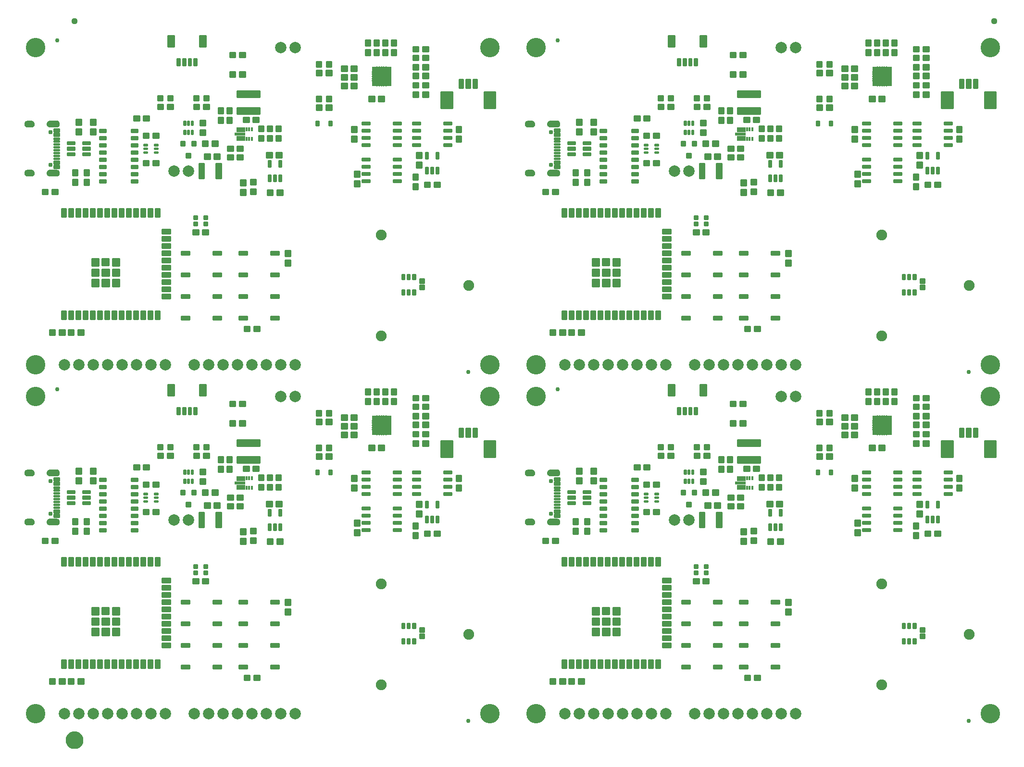
<source format=gts>
G04 EAGLE Gerber RS-274X export*
G75*
%MOMM*%
%FSLAX34Y34*%
%LPD*%
%INSoldermask Top*%
%IPPOS*%
%AMOC8*
5,1,8,0,0,1.08239X$1,22.5*%
G01*
%ADD10C,0.225400*%
%ADD11C,0.428259*%
%ADD12C,0.227100*%
%ADD13C,0.762000*%
%ADD14C,3.429000*%
%ADD15C,0.230578*%
%ADD16C,0.225369*%
%ADD17C,0.777000*%
%ADD18C,2.006600*%
%ADD19C,0.327000*%
%ADD20R,3.403600X3.378200*%
%ADD21C,0.225938*%
%ADD22C,0.233119*%
%ADD23C,0.223409*%
%ADD24C,0.231559*%
%ADD25C,0.225588*%
%ADD26C,0.226312*%
%ADD27C,0.224709*%
%ADD28C,0.222250*%
%ADD29C,1.905000*%
%ADD30C,0.231750*%
%ADD31C,0.222700*%
%ADD32C,0.226609*%
%ADD33R,1.590000X0.900000*%
%ADD34R,0.390000X0.700000*%
%ADD35R,1.830000X0.500000*%
%ADD36C,0.228600*%
%ADD37C,1.127000*%
%ADD38C,1.270000*%
%ADD39C,1.627000*%

G36*
X1524896Y1139336D02*
X1524896Y1139336D01*
X1524913Y1139333D01*
X1524963Y1139355D01*
X1525014Y1139370D01*
X1525025Y1139383D01*
X1525041Y1139390D01*
X1525071Y1139435D01*
X1525106Y1139475D01*
X1525109Y1139492D01*
X1525118Y1139507D01*
X1525129Y1139580D01*
X1525129Y1153080D01*
X1525112Y1153138D01*
X1525100Y1153196D01*
X1525092Y1153208D01*
X1525090Y1153214D01*
X1525082Y1153221D01*
X1525056Y1153256D01*
X1521556Y1156756D01*
X1521504Y1156785D01*
X1521454Y1156818D01*
X1521439Y1156820D01*
X1521434Y1156823D01*
X1521423Y1156823D01*
X1521380Y1156829D01*
X1507880Y1156829D01*
X1507864Y1156824D01*
X1507847Y1156827D01*
X1507797Y1156805D01*
X1507746Y1156790D01*
X1507735Y1156777D01*
X1507719Y1156770D01*
X1507689Y1156725D01*
X1507654Y1156685D01*
X1507651Y1156668D01*
X1507642Y1156654D01*
X1507631Y1156580D01*
X1507631Y1139580D01*
X1507636Y1139564D01*
X1507633Y1139547D01*
X1507655Y1139497D01*
X1507670Y1139446D01*
X1507683Y1139435D01*
X1507690Y1139419D01*
X1507735Y1139389D01*
X1507775Y1139354D01*
X1507792Y1139351D01*
X1507807Y1139342D01*
X1507880Y1139331D01*
X1524880Y1139331D01*
X1524896Y1139336D01*
G37*
G36*
X643516Y1139336D02*
X643516Y1139336D01*
X643533Y1139333D01*
X643583Y1139355D01*
X643634Y1139370D01*
X643645Y1139383D01*
X643661Y1139390D01*
X643691Y1139435D01*
X643726Y1139475D01*
X643729Y1139492D01*
X643738Y1139507D01*
X643749Y1139580D01*
X643749Y1153080D01*
X643732Y1153138D01*
X643720Y1153196D01*
X643712Y1153208D01*
X643710Y1153214D01*
X643702Y1153221D01*
X643676Y1153256D01*
X640176Y1156756D01*
X640124Y1156785D01*
X640074Y1156818D01*
X640059Y1156820D01*
X640054Y1156823D01*
X640043Y1156823D01*
X640000Y1156829D01*
X626500Y1156829D01*
X626484Y1156824D01*
X626467Y1156827D01*
X626417Y1156805D01*
X626366Y1156790D01*
X626355Y1156777D01*
X626339Y1156770D01*
X626309Y1156725D01*
X626274Y1156685D01*
X626271Y1156668D01*
X626262Y1156654D01*
X626251Y1156580D01*
X626251Y1139580D01*
X626256Y1139564D01*
X626253Y1139547D01*
X626275Y1139497D01*
X626290Y1139446D01*
X626303Y1139435D01*
X626310Y1139419D01*
X626355Y1139389D01*
X626395Y1139354D01*
X626412Y1139351D01*
X626427Y1139342D01*
X626500Y1139331D01*
X643500Y1139331D01*
X643516Y1139336D01*
G37*
G36*
X1524896Y524656D02*
X1524896Y524656D01*
X1524913Y524653D01*
X1524963Y524675D01*
X1525014Y524690D01*
X1525025Y524703D01*
X1525041Y524710D01*
X1525071Y524755D01*
X1525106Y524795D01*
X1525109Y524812D01*
X1525118Y524827D01*
X1525129Y524900D01*
X1525129Y538400D01*
X1525112Y538458D01*
X1525100Y538516D01*
X1525092Y538528D01*
X1525090Y538534D01*
X1525082Y538541D01*
X1525056Y538576D01*
X1521556Y542076D01*
X1521504Y542105D01*
X1521454Y542138D01*
X1521439Y542140D01*
X1521434Y542143D01*
X1521423Y542143D01*
X1521380Y542149D01*
X1507880Y542149D01*
X1507864Y542144D01*
X1507847Y542147D01*
X1507797Y542125D01*
X1507746Y542110D01*
X1507735Y542097D01*
X1507719Y542090D01*
X1507689Y542045D01*
X1507654Y542005D01*
X1507651Y541988D01*
X1507642Y541974D01*
X1507631Y541900D01*
X1507631Y524900D01*
X1507636Y524884D01*
X1507633Y524867D01*
X1507655Y524817D01*
X1507670Y524766D01*
X1507683Y524755D01*
X1507690Y524739D01*
X1507735Y524709D01*
X1507775Y524674D01*
X1507792Y524671D01*
X1507807Y524662D01*
X1507880Y524651D01*
X1524880Y524651D01*
X1524896Y524656D01*
G37*
G36*
X643516Y524656D02*
X643516Y524656D01*
X643533Y524653D01*
X643583Y524675D01*
X643634Y524690D01*
X643645Y524703D01*
X643661Y524710D01*
X643691Y524755D01*
X643726Y524795D01*
X643729Y524812D01*
X643738Y524827D01*
X643749Y524900D01*
X643749Y538400D01*
X643732Y538458D01*
X643720Y538516D01*
X643712Y538528D01*
X643710Y538534D01*
X643702Y538541D01*
X643676Y538576D01*
X640176Y542076D01*
X640124Y542105D01*
X640074Y542138D01*
X640059Y542140D01*
X640054Y542143D01*
X640043Y542143D01*
X640000Y542149D01*
X626500Y542149D01*
X626484Y542144D01*
X626467Y542147D01*
X626417Y542125D01*
X626366Y542110D01*
X626355Y542097D01*
X626339Y542090D01*
X626309Y542045D01*
X626274Y542005D01*
X626271Y541988D01*
X626262Y541974D01*
X626251Y541900D01*
X626251Y524900D01*
X626256Y524884D01*
X626253Y524867D01*
X626275Y524817D01*
X626290Y524766D01*
X626303Y524755D01*
X626310Y524739D01*
X626355Y524709D01*
X626395Y524674D01*
X626412Y524671D01*
X626427Y524662D01*
X626500Y524651D01*
X643500Y524651D01*
X643516Y524656D01*
G37*
G36*
X62844Y1058234D02*
X62844Y1058234D01*
X62847Y1058231D01*
X63969Y1058386D01*
X63974Y1058391D01*
X63978Y1058388D01*
X65049Y1058759D01*
X65053Y1058765D01*
X65058Y1058763D01*
X66035Y1059336D01*
X66038Y1059342D01*
X66043Y1059341D01*
X66890Y1060094D01*
X66892Y1060101D01*
X66897Y1060101D01*
X67581Y1061004D01*
X67581Y1061011D01*
X67586Y1061012D01*
X68081Y1062031D01*
X68079Y1062038D01*
X68084Y1062040D01*
X68371Y1063137D01*
X68369Y1063141D01*
X68371Y1063142D01*
X68369Y1063144D01*
X68372Y1063146D01*
X68439Y1064277D01*
X68437Y1064281D01*
X68439Y1064283D01*
X68372Y1065414D01*
X68367Y1065419D01*
X68371Y1065423D01*
X68084Y1066520D01*
X68078Y1066524D01*
X68081Y1066529D01*
X67586Y1067548D01*
X67580Y1067551D01*
X67581Y1067556D01*
X66897Y1068459D01*
X66890Y1068461D01*
X66890Y1068466D01*
X66043Y1069219D01*
X66036Y1069219D01*
X66035Y1069224D01*
X65058Y1069797D01*
X65051Y1069796D01*
X65049Y1069801D01*
X63978Y1070172D01*
X63972Y1070169D01*
X63969Y1070174D01*
X62847Y1070329D01*
X62842Y1070326D01*
X62840Y1070329D01*
X50840Y1070329D01*
X50835Y1070326D01*
X50832Y1070329D01*
X49565Y1070124D01*
X49559Y1070118D01*
X49555Y1070121D01*
X48365Y1069639D01*
X48361Y1069632D01*
X48355Y1069634D01*
X47302Y1068900D01*
X47300Y1068892D01*
X47294Y1068893D01*
X46431Y1067943D01*
X46430Y1067934D01*
X46425Y1067934D01*
X45795Y1066815D01*
X45796Y1066807D01*
X45790Y1066805D01*
X45425Y1065575D01*
X45428Y1065567D01*
X45423Y1065564D01*
X45341Y1064283D01*
X45344Y1064279D01*
X45341Y1064277D01*
X45423Y1062996D01*
X45429Y1062990D01*
X45425Y1062985D01*
X45790Y1061755D01*
X45797Y1061750D01*
X45795Y1061745D01*
X46425Y1060626D01*
X46432Y1060623D01*
X46431Y1060617D01*
X47294Y1059667D01*
X47302Y1059666D01*
X47302Y1059660D01*
X48355Y1058926D01*
X48363Y1058926D01*
X48365Y1058921D01*
X49555Y1058439D01*
X49562Y1058441D01*
X49565Y1058436D01*
X50832Y1058231D01*
X50837Y1058234D01*
X50840Y1058231D01*
X62840Y1058231D01*
X62844Y1058234D01*
G37*
G36*
X944224Y1058234D02*
X944224Y1058234D01*
X944227Y1058231D01*
X945349Y1058386D01*
X945354Y1058391D01*
X945358Y1058388D01*
X946429Y1058759D01*
X946433Y1058765D01*
X946438Y1058763D01*
X947415Y1059336D01*
X947418Y1059342D01*
X947423Y1059341D01*
X948270Y1060094D01*
X948272Y1060101D01*
X948277Y1060101D01*
X948961Y1061004D01*
X948961Y1061011D01*
X948966Y1061012D01*
X949461Y1062031D01*
X949459Y1062038D01*
X949464Y1062040D01*
X949751Y1063137D01*
X949749Y1063141D01*
X949751Y1063142D01*
X949749Y1063144D01*
X949752Y1063146D01*
X949819Y1064277D01*
X949817Y1064281D01*
X949819Y1064283D01*
X949752Y1065414D01*
X949747Y1065419D01*
X949751Y1065423D01*
X949464Y1066520D01*
X949458Y1066524D01*
X949461Y1066529D01*
X948966Y1067548D01*
X948960Y1067551D01*
X948961Y1067556D01*
X948277Y1068459D01*
X948270Y1068461D01*
X948270Y1068466D01*
X947423Y1069219D01*
X947416Y1069219D01*
X947415Y1069224D01*
X946438Y1069797D01*
X946431Y1069796D01*
X946429Y1069801D01*
X945358Y1070172D01*
X945352Y1070169D01*
X945349Y1070174D01*
X944227Y1070329D01*
X944222Y1070326D01*
X944220Y1070329D01*
X932220Y1070329D01*
X932215Y1070326D01*
X932212Y1070329D01*
X930945Y1070124D01*
X930939Y1070118D01*
X930935Y1070121D01*
X929745Y1069639D01*
X929741Y1069632D01*
X929735Y1069634D01*
X928682Y1068900D01*
X928680Y1068892D01*
X928674Y1068893D01*
X927811Y1067943D01*
X927810Y1067934D01*
X927805Y1067934D01*
X927175Y1066815D01*
X927176Y1066807D01*
X927170Y1066805D01*
X926805Y1065575D01*
X926808Y1065567D01*
X926803Y1065564D01*
X926721Y1064283D01*
X926724Y1064279D01*
X926721Y1064277D01*
X926803Y1062996D01*
X926809Y1062990D01*
X926805Y1062985D01*
X927170Y1061755D01*
X927177Y1061750D01*
X927175Y1061745D01*
X927805Y1060626D01*
X927812Y1060623D01*
X927811Y1060617D01*
X928674Y1059667D01*
X928682Y1059666D01*
X928682Y1059660D01*
X929735Y1058926D01*
X929743Y1058926D01*
X929745Y1058921D01*
X930935Y1058439D01*
X930942Y1058441D01*
X930945Y1058436D01*
X932212Y1058231D01*
X932217Y1058234D01*
X932220Y1058231D01*
X944220Y1058231D01*
X944224Y1058234D01*
G37*
G36*
X944224Y971834D02*
X944224Y971834D01*
X944227Y971831D01*
X945349Y971986D01*
X945354Y971991D01*
X945358Y971988D01*
X946429Y972359D01*
X946433Y972365D01*
X946438Y972363D01*
X947415Y972936D01*
X947418Y972942D01*
X947423Y972941D01*
X948270Y973694D01*
X948272Y973701D01*
X948277Y973701D01*
X948961Y974604D01*
X948961Y974611D01*
X948966Y974612D01*
X949461Y975631D01*
X949459Y975638D01*
X949464Y975640D01*
X949751Y976737D01*
X949749Y976741D01*
X949751Y976742D01*
X949749Y976744D01*
X949752Y976746D01*
X949819Y977877D01*
X949817Y977881D01*
X949819Y977883D01*
X949752Y979014D01*
X949747Y979019D01*
X949751Y979023D01*
X949464Y980120D01*
X949458Y980124D01*
X949461Y980129D01*
X948966Y981148D01*
X948960Y981151D01*
X948961Y981156D01*
X948277Y982059D01*
X948270Y982061D01*
X948270Y982066D01*
X947423Y982819D01*
X947416Y982819D01*
X947415Y982824D01*
X946438Y983397D01*
X946431Y983396D01*
X946429Y983401D01*
X945358Y983772D01*
X945352Y983769D01*
X945349Y983774D01*
X944227Y983929D01*
X944222Y983926D01*
X944220Y983929D01*
X932220Y983929D01*
X932215Y983926D01*
X932212Y983929D01*
X930945Y983724D01*
X930939Y983718D01*
X930935Y983721D01*
X929745Y983239D01*
X929741Y983232D01*
X929735Y983234D01*
X928682Y982500D01*
X928680Y982492D01*
X928674Y982493D01*
X927811Y981543D01*
X927810Y981534D01*
X927805Y981534D01*
X927175Y980415D01*
X927176Y980407D01*
X927170Y980405D01*
X926805Y979175D01*
X926808Y979167D01*
X926803Y979164D01*
X926721Y977883D01*
X926724Y977879D01*
X926721Y977877D01*
X926803Y976596D01*
X926809Y976590D01*
X926805Y976585D01*
X927170Y975355D01*
X927177Y975350D01*
X927175Y975345D01*
X927805Y974226D01*
X927812Y974223D01*
X927811Y974217D01*
X928674Y973267D01*
X928682Y973266D01*
X928682Y973260D01*
X929735Y972526D01*
X929743Y972526D01*
X929745Y972521D01*
X930935Y972039D01*
X930942Y972041D01*
X930945Y972036D01*
X932212Y971831D01*
X932217Y971834D01*
X932220Y971831D01*
X944220Y971831D01*
X944224Y971834D01*
G37*
G36*
X62844Y971834D02*
X62844Y971834D01*
X62847Y971831D01*
X63969Y971986D01*
X63974Y971991D01*
X63978Y971988D01*
X65049Y972359D01*
X65053Y972365D01*
X65058Y972363D01*
X66035Y972936D01*
X66038Y972942D01*
X66043Y972941D01*
X66890Y973694D01*
X66892Y973701D01*
X66897Y973701D01*
X67581Y974604D01*
X67581Y974611D01*
X67586Y974612D01*
X68081Y975631D01*
X68079Y975638D01*
X68084Y975640D01*
X68371Y976737D01*
X68369Y976741D01*
X68371Y976742D01*
X68369Y976744D01*
X68372Y976746D01*
X68439Y977877D01*
X68437Y977881D01*
X68439Y977883D01*
X68372Y979014D01*
X68367Y979019D01*
X68371Y979023D01*
X68084Y980120D01*
X68078Y980124D01*
X68081Y980129D01*
X67586Y981148D01*
X67580Y981151D01*
X67581Y981156D01*
X66897Y982059D01*
X66890Y982061D01*
X66890Y982066D01*
X66043Y982819D01*
X66036Y982819D01*
X66035Y982824D01*
X65058Y983397D01*
X65051Y983396D01*
X65049Y983401D01*
X63978Y983772D01*
X63972Y983769D01*
X63969Y983774D01*
X62847Y983929D01*
X62842Y983926D01*
X62840Y983929D01*
X50840Y983929D01*
X50835Y983926D01*
X50832Y983929D01*
X49565Y983724D01*
X49559Y983718D01*
X49555Y983721D01*
X48365Y983239D01*
X48361Y983232D01*
X48355Y983234D01*
X47302Y982500D01*
X47300Y982492D01*
X47294Y982493D01*
X46431Y981543D01*
X46430Y981534D01*
X46425Y981534D01*
X45795Y980415D01*
X45796Y980407D01*
X45790Y980405D01*
X45425Y979175D01*
X45428Y979167D01*
X45423Y979164D01*
X45341Y977883D01*
X45344Y977879D01*
X45341Y977877D01*
X45423Y976596D01*
X45429Y976590D01*
X45425Y976585D01*
X45790Y975355D01*
X45797Y975350D01*
X45795Y975345D01*
X46425Y974226D01*
X46432Y974223D01*
X46431Y974217D01*
X47294Y973267D01*
X47302Y973266D01*
X47302Y973260D01*
X48355Y972526D01*
X48363Y972526D01*
X48365Y972521D01*
X49555Y972039D01*
X49562Y972041D01*
X49565Y972036D01*
X50832Y971831D01*
X50837Y971834D01*
X50840Y971831D01*
X62840Y971831D01*
X62844Y971834D01*
G37*
G36*
X944224Y443554D02*
X944224Y443554D01*
X944227Y443551D01*
X945349Y443706D01*
X945354Y443711D01*
X945358Y443708D01*
X946429Y444079D01*
X946433Y444085D01*
X946438Y444083D01*
X947415Y444656D01*
X947418Y444662D01*
X947423Y444661D01*
X948270Y445414D01*
X948272Y445421D01*
X948277Y445421D01*
X948961Y446324D01*
X948961Y446331D01*
X948966Y446332D01*
X949461Y447351D01*
X949459Y447358D01*
X949464Y447360D01*
X949751Y448457D01*
X949749Y448461D01*
X949751Y448462D01*
X949749Y448464D01*
X949752Y448466D01*
X949819Y449597D01*
X949817Y449601D01*
X949819Y449603D01*
X949752Y450734D01*
X949747Y450739D01*
X949751Y450743D01*
X949464Y451840D01*
X949458Y451844D01*
X949461Y451849D01*
X948966Y452868D01*
X948960Y452871D01*
X948961Y452876D01*
X948277Y453779D01*
X948270Y453781D01*
X948270Y453786D01*
X947423Y454539D01*
X947416Y454539D01*
X947415Y454544D01*
X946438Y455117D01*
X946431Y455116D01*
X946429Y455121D01*
X945358Y455492D01*
X945352Y455489D01*
X945349Y455494D01*
X944227Y455649D01*
X944222Y455646D01*
X944220Y455649D01*
X932220Y455649D01*
X932215Y455646D01*
X932212Y455649D01*
X930945Y455444D01*
X930939Y455438D01*
X930935Y455441D01*
X929745Y454959D01*
X929741Y454952D01*
X929735Y454954D01*
X928682Y454220D01*
X928680Y454212D01*
X928674Y454213D01*
X927811Y453263D01*
X927810Y453254D01*
X927805Y453254D01*
X927175Y452135D01*
X927176Y452127D01*
X927170Y452125D01*
X926805Y450895D01*
X926808Y450887D01*
X926803Y450884D01*
X926721Y449603D01*
X926724Y449599D01*
X926721Y449597D01*
X926803Y448316D01*
X926809Y448310D01*
X926805Y448305D01*
X927170Y447075D01*
X927177Y447070D01*
X927175Y447065D01*
X927805Y445946D01*
X927812Y445943D01*
X927811Y445937D01*
X928674Y444987D01*
X928682Y444986D01*
X928682Y444980D01*
X929735Y444246D01*
X929743Y444246D01*
X929745Y444241D01*
X930935Y443759D01*
X930942Y443761D01*
X930945Y443756D01*
X932212Y443551D01*
X932217Y443554D01*
X932220Y443551D01*
X944220Y443551D01*
X944224Y443554D01*
G37*
G36*
X62844Y443554D02*
X62844Y443554D01*
X62847Y443551D01*
X63969Y443706D01*
X63974Y443711D01*
X63978Y443708D01*
X65049Y444079D01*
X65053Y444085D01*
X65058Y444083D01*
X66035Y444656D01*
X66038Y444662D01*
X66043Y444661D01*
X66890Y445414D01*
X66892Y445421D01*
X66897Y445421D01*
X67581Y446324D01*
X67581Y446331D01*
X67586Y446332D01*
X68081Y447351D01*
X68079Y447358D01*
X68084Y447360D01*
X68371Y448457D01*
X68369Y448461D01*
X68371Y448462D01*
X68369Y448464D01*
X68372Y448466D01*
X68439Y449597D01*
X68437Y449601D01*
X68439Y449603D01*
X68372Y450734D01*
X68367Y450739D01*
X68371Y450743D01*
X68084Y451840D01*
X68078Y451844D01*
X68081Y451849D01*
X67586Y452868D01*
X67580Y452871D01*
X67581Y452876D01*
X66897Y453779D01*
X66890Y453781D01*
X66890Y453786D01*
X66043Y454539D01*
X66036Y454539D01*
X66035Y454544D01*
X65058Y455117D01*
X65051Y455116D01*
X65049Y455121D01*
X63978Y455492D01*
X63972Y455489D01*
X63969Y455494D01*
X62847Y455649D01*
X62842Y455646D01*
X62840Y455649D01*
X50840Y455649D01*
X50835Y455646D01*
X50832Y455649D01*
X49565Y455444D01*
X49559Y455438D01*
X49555Y455441D01*
X48365Y454959D01*
X48361Y454952D01*
X48355Y454954D01*
X47302Y454220D01*
X47300Y454212D01*
X47294Y454213D01*
X46431Y453263D01*
X46430Y453254D01*
X46425Y453254D01*
X45795Y452135D01*
X45796Y452127D01*
X45790Y452125D01*
X45425Y450895D01*
X45428Y450887D01*
X45423Y450884D01*
X45341Y449603D01*
X45344Y449599D01*
X45341Y449597D01*
X45423Y448316D01*
X45429Y448310D01*
X45425Y448305D01*
X45790Y447075D01*
X45797Y447070D01*
X45795Y447065D01*
X46425Y445946D01*
X46432Y445943D01*
X46431Y445937D01*
X47294Y444987D01*
X47302Y444986D01*
X47302Y444980D01*
X48355Y444246D01*
X48363Y444246D01*
X48365Y444241D01*
X49555Y443759D01*
X49562Y443761D01*
X49565Y443756D01*
X50832Y443551D01*
X50837Y443554D01*
X50840Y443551D01*
X62840Y443551D01*
X62844Y443554D01*
G37*
G36*
X944224Y357154D02*
X944224Y357154D01*
X944227Y357151D01*
X945349Y357306D01*
X945354Y357311D01*
X945358Y357308D01*
X946429Y357679D01*
X946433Y357685D01*
X946438Y357683D01*
X947415Y358256D01*
X947418Y358262D01*
X947423Y358261D01*
X948270Y359014D01*
X948272Y359021D01*
X948277Y359021D01*
X948961Y359924D01*
X948961Y359931D01*
X948966Y359932D01*
X949461Y360951D01*
X949459Y360958D01*
X949464Y360960D01*
X949751Y362057D01*
X949749Y362061D01*
X949751Y362062D01*
X949749Y362064D01*
X949752Y362066D01*
X949819Y363197D01*
X949817Y363201D01*
X949819Y363203D01*
X949752Y364334D01*
X949747Y364339D01*
X949751Y364343D01*
X949464Y365440D01*
X949458Y365444D01*
X949461Y365449D01*
X948966Y366468D01*
X948960Y366471D01*
X948961Y366476D01*
X948277Y367379D01*
X948270Y367381D01*
X948270Y367386D01*
X947423Y368139D01*
X947416Y368139D01*
X947415Y368144D01*
X946438Y368717D01*
X946431Y368716D01*
X946429Y368721D01*
X945358Y369092D01*
X945352Y369089D01*
X945349Y369094D01*
X944227Y369249D01*
X944222Y369246D01*
X944220Y369249D01*
X932220Y369249D01*
X932215Y369246D01*
X932212Y369249D01*
X930945Y369044D01*
X930939Y369038D01*
X930935Y369041D01*
X929745Y368559D01*
X929741Y368552D01*
X929735Y368554D01*
X928682Y367820D01*
X928680Y367812D01*
X928674Y367813D01*
X927811Y366863D01*
X927810Y366854D01*
X927805Y366854D01*
X927175Y365735D01*
X927176Y365727D01*
X927170Y365725D01*
X926805Y364495D01*
X926808Y364487D01*
X926803Y364484D01*
X926721Y363203D01*
X926724Y363199D01*
X926721Y363197D01*
X926803Y361916D01*
X926809Y361910D01*
X926805Y361905D01*
X927170Y360675D01*
X927177Y360670D01*
X927175Y360665D01*
X927805Y359546D01*
X927812Y359543D01*
X927811Y359537D01*
X928674Y358587D01*
X928682Y358586D01*
X928682Y358580D01*
X929735Y357846D01*
X929743Y357846D01*
X929745Y357841D01*
X930935Y357359D01*
X930942Y357361D01*
X930945Y357356D01*
X932212Y357151D01*
X932217Y357154D01*
X932220Y357151D01*
X944220Y357151D01*
X944224Y357154D01*
G37*
G36*
X62844Y357154D02*
X62844Y357154D01*
X62847Y357151D01*
X63969Y357306D01*
X63974Y357311D01*
X63978Y357308D01*
X65049Y357679D01*
X65053Y357685D01*
X65058Y357683D01*
X66035Y358256D01*
X66038Y358262D01*
X66043Y358261D01*
X66890Y359014D01*
X66892Y359021D01*
X66897Y359021D01*
X67581Y359924D01*
X67581Y359931D01*
X67586Y359932D01*
X68081Y360951D01*
X68079Y360958D01*
X68084Y360960D01*
X68371Y362057D01*
X68369Y362061D01*
X68371Y362062D01*
X68369Y362064D01*
X68372Y362066D01*
X68439Y363197D01*
X68437Y363201D01*
X68439Y363203D01*
X68372Y364334D01*
X68367Y364339D01*
X68371Y364343D01*
X68084Y365440D01*
X68078Y365444D01*
X68081Y365449D01*
X67586Y366468D01*
X67580Y366471D01*
X67581Y366476D01*
X66897Y367379D01*
X66890Y367381D01*
X66890Y367386D01*
X66043Y368139D01*
X66036Y368139D01*
X66035Y368144D01*
X65058Y368717D01*
X65051Y368716D01*
X65049Y368721D01*
X63978Y369092D01*
X63972Y369089D01*
X63969Y369094D01*
X62847Y369249D01*
X62842Y369246D01*
X62840Y369249D01*
X50840Y369249D01*
X50835Y369246D01*
X50832Y369249D01*
X49565Y369044D01*
X49559Y369038D01*
X49555Y369041D01*
X48365Y368559D01*
X48361Y368552D01*
X48355Y368554D01*
X47302Y367820D01*
X47300Y367812D01*
X47294Y367813D01*
X46431Y366863D01*
X46430Y366854D01*
X46425Y366854D01*
X45795Y365735D01*
X45796Y365727D01*
X45790Y365725D01*
X45425Y364495D01*
X45428Y364487D01*
X45423Y364484D01*
X45341Y363203D01*
X45344Y363199D01*
X45341Y363197D01*
X45423Y361916D01*
X45429Y361910D01*
X45425Y361905D01*
X45790Y360675D01*
X45797Y360670D01*
X45795Y360665D01*
X46425Y359546D01*
X46432Y359543D01*
X46431Y359537D01*
X47294Y358587D01*
X47302Y358586D01*
X47302Y358580D01*
X48355Y357846D01*
X48363Y357846D01*
X48365Y357841D01*
X49555Y357359D01*
X49562Y357361D01*
X49565Y357356D01*
X50832Y357151D01*
X50837Y357154D01*
X50840Y357151D01*
X62840Y357151D01*
X62844Y357154D01*
G37*
G36*
X899423Y1058233D02*
X899423Y1058233D01*
X899425Y1058231D01*
X900601Y1058342D01*
X900606Y1058347D01*
X900610Y1058344D01*
X901742Y1058682D01*
X901746Y1058688D01*
X901751Y1058686D01*
X902795Y1059238D01*
X902798Y1059245D01*
X902803Y1059243D01*
X903719Y1059989D01*
X903720Y1059996D01*
X903726Y1059996D01*
X904479Y1060906D01*
X904479Y1060913D01*
X904484Y1060914D01*
X905045Y1061953D01*
X905044Y1061958D01*
X905048Y1061960D01*
X905047Y1061961D01*
X905049Y1061962D01*
X905396Y1063091D01*
X905396Y1063092D01*
X905397Y1063093D01*
X905394Y1063097D01*
X905398Y1063100D01*
X905519Y1064275D01*
X905515Y1064282D01*
X905519Y1064286D01*
X905362Y1065626D01*
X905357Y1065632D01*
X905360Y1065637D01*
X904909Y1066908D01*
X904902Y1066913D01*
X904904Y1066918D01*
X904182Y1068057D01*
X904174Y1068060D01*
X904175Y1068066D01*
X903217Y1069016D01*
X903209Y1069017D01*
X903208Y1069023D01*
X902063Y1069736D01*
X902055Y1069735D01*
X902053Y1069741D01*
X900777Y1070181D01*
X900770Y1070179D01*
X900767Y1070183D01*
X899425Y1070329D01*
X899422Y1070327D01*
X899420Y1070329D01*
X893420Y1070329D01*
X893417Y1070327D01*
X893414Y1070329D01*
X892085Y1070174D01*
X892079Y1070168D01*
X892075Y1070171D01*
X890814Y1069724D01*
X890809Y1069717D01*
X890804Y1069719D01*
X889674Y1069002D01*
X889671Y1068995D01*
X889665Y1068996D01*
X888723Y1068046D01*
X888722Y1068037D01*
X888716Y1068037D01*
X888009Y1066901D01*
X888010Y1066893D01*
X888004Y1066891D01*
X887568Y1065626D01*
X887570Y1065618D01*
X887565Y1065616D01*
X887421Y1064285D01*
X887425Y1064279D01*
X887421Y1064275D01*
X887531Y1063109D01*
X887536Y1063104D01*
X887533Y1063100D01*
X887868Y1061977D01*
X887874Y1061973D01*
X887872Y1061969D01*
X888420Y1060933D01*
X888426Y1060930D01*
X888425Y1060925D01*
X889164Y1060017D01*
X889171Y1060015D01*
X889171Y1060010D01*
X890073Y1059263D01*
X890081Y1059263D01*
X890081Y1059258D01*
X891112Y1058701D01*
X891119Y1058702D01*
X891121Y1058697D01*
X892240Y1058353D01*
X892247Y1058355D01*
X892250Y1058351D01*
X893415Y1058231D01*
X893418Y1058233D01*
X893420Y1058231D01*
X899420Y1058231D01*
X899423Y1058233D01*
G37*
G36*
X18043Y1058233D02*
X18043Y1058233D01*
X18045Y1058231D01*
X19221Y1058342D01*
X19226Y1058347D01*
X19230Y1058344D01*
X20362Y1058682D01*
X20366Y1058688D01*
X20371Y1058686D01*
X21415Y1059238D01*
X21418Y1059245D01*
X21423Y1059243D01*
X22339Y1059989D01*
X22340Y1059996D01*
X22346Y1059996D01*
X23099Y1060906D01*
X23099Y1060913D01*
X23104Y1060914D01*
X23665Y1061953D01*
X23664Y1061958D01*
X23668Y1061960D01*
X23667Y1061961D01*
X23669Y1061962D01*
X24016Y1063091D01*
X24016Y1063092D01*
X24017Y1063093D01*
X24014Y1063097D01*
X24018Y1063100D01*
X24139Y1064275D01*
X24135Y1064282D01*
X24139Y1064286D01*
X23982Y1065626D01*
X23977Y1065632D01*
X23980Y1065637D01*
X23529Y1066908D01*
X23522Y1066913D01*
X23524Y1066918D01*
X22802Y1068057D01*
X22794Y1068060D01*
X22795Y1068066D01*
X21837Y1069016D01*
X21829Y1069017D01*
X21828Y1069023D01*
X20683Y1069736D01*
X20675Y1069735D01*
X20673Y1069741D01*
X19397Y1070181D01*
X19390Y1070179D01*
X19387Y1070183D01*
X18045Y1070329D01*
X18042Y1070327D01*
X18040Y1070329D01*
X12040Y1070329D01*
X12037Y1070327D01*
X12034Y1070329D01*
X10705Y1070174D01*
X10699Y1070168D01*
X10695Y1070171D01*
X9434Y1069724D01*
X9429Y1069717D01*
X9424Y1069719D01*
X8294Y1069002D01*
X8291Y1068995D01*
X8285Y1068996D01*
X7343Y1068046D01*
X7342Y1068037D01*
X7336Y1068037D01*
X6629Y1066901D01*
X6630Y1066893D01*
X6624Y1066891D01*
X6188Y1065626D01*
X6190Y1065618D01*
X6185Y1065616D01*
X6041Y1064285D01*
X6045Y1064279D01*
X6041Y1064275D01*
X6151Y1063109D01*
X6156Y1063104D01*
X6153Y1063100D01*
X6488Y1061977D01*
X6494Y1061973D01*
X6492Y1061969D01*
X7040Y1060933D01*
X7046Y1060930D01*
X7045Y1060925D01*
X7784Y1060017D01*
X7791Y1060015D01*
X7791Y1060010D01*
X8693Y1059263D01*
X8701Y1059263D01*
X8701Y1059258D01*
X9732Y1058701D01*
X9739Y1058702D01*
X9741Y1058697D01*
X10860Y1058353D01*
X10867Y1058355D01*
X10870Y1058351D01*
X12035Y1058231D01*
X12038Y1058233D01*
X12040Y1058231D01*
X18040Y1058231D01*
X18043Y1058233D01*
G37*
G36*
X899423Y971833D02*
X899423Y971833D01*
X899425Y971831D01*
X900601Y971942D01*
X900606Y971947D01*
X900610Y971944D01*
X901742Y972282D01*
X901746Y972288D01*
X901751Y972286D01*
X902795Y972838D01*
X902798Y972845D01*
X902803Y972843D01*
X903719Y973589D01*
X903720Y973596D01*
X903726Y973596D01*
X904479Y974506D01*
X904479Y974513D01*
X904484Y974514D01*
X905045Y975553D01*
X905044Y975558D01*
X905048Y975560D01*
X905047Y975561D01*
X905049Y975562D01*
X905396Y976691D01*
X905396Y976692D01*
X905397Y976693D01*
X905394Y976697D01*
X905398Y976700D01*
X905519Y977875D01*
X905515Y977882D01*
X905519Y977886D01*
X905362Y979226D01*
X905357Y979232D01*
X905360Y979237D01*
X904909Y980508D01*
X904902Y980513D01*
X904904Y980518D01*
X904182Y981657D01*
X904174Y981660D01*
X904175Y981666D01*
X903217Y982616D01*
X903209Y982617D01*
X903208Y982623D01*
X902063Y983336D01*
X902055Y983335D01*
X902053Y983341D01*
X900777Y983781D01*
X900770Y983779D01*
X900767Y983783D01*
X899425Y983929D01*
X899422Y983927D01*
X899420Y983929D01*
X893420Y983929D01*
X893417Y983927D01*
X893414Y983929D01*
X892085Y983774D01*
X892079Y983768D01*
X892075Y983771D01*
X890814Y983324D01*
X890809Y983317D01*
X890804Y983319D01*
X889674Y982602D01*
X889671Y982595D01*
X889665Y982596D01*
X888723Y981646D01*
X888722Y981637D01*
X888716Y981637D01*
X888009Y980501D01*
X888010Y980493D01*
X888004Y980491D01*
X887568Y979226D01*
X887570Y979218D01*
X887565Y979216D01*
X887421Y977885D01*
X887425Y977879D01*
X887421Y977875D01*
X887531Y976709D01*
X887536Y976704D01*
X887533Y976700D01*
X887868Y975577D01*
X887874Y975573D01*
X887872Y975569D01*
X888420Y974533D01*
X888426Y974530D01*
X888425Y974525D01*
X889164Y973617D01*
X889171Y973615D01*
X889171Y973610D01*
X890073Y972863D01*
X890081Y972863D01*
X890081Y972858D01*
X891112Y972301D01*
X891119Y972302D01*
X891121Y972297D01*
X892240Y971953D01*
X892247Y971955D01*
X892250Y971951D01*
X893415Y971831D01*
X893418Y971833D01*
X893420Y971831D01*
X899420Y971831D01*
X899423Y971833D01*
G37*
G36*
X18043Y971833D02*
X18043Y971833D01*
X18045Y971831D01*
X19221Y971942D01*
X19226Y971947D01*
X19230Y971944D01*
X20362Y972282D01*
X20366Y972288D01*
X20371Y972286D01*
X21415Y972838D01*
X21418Y972845D01*
X21423Y972843D01*
X22339Y973589D01*
X22340Y973596D01*
X22346Y973596D01*
X23099Y974506D01*
X23099Y974513D01*
X23104Y974514D01*
X23665Y975553D01*
X23664Y975558D01*
X23668Y975560D01*
X23667Y975561D01*
X23669Y975562D01*
X24016Y976691D01*
X24016Y976692D01*
X24017Y976693D01*
X24014Y976697D01*
X24018Y976700D01*
X24139Y977875D01*
X24135Y977882D01*
X24139Y977886D01*
X23982Y979226D01*
X23977Y979232D01*
X23980Y979237D01*
X23529Y980508D01*
X23522Y980513D01*
X23524Y980518D01*
X22802Y981657D01*
X22794Y981660D01*
X22795Y981666D01*
X21837Y982616D01*
X21829Y982617D01*
X21828Y982623D01*
X20683Y983336D01*
X20675Y983335D01*
X20673Y983341D01*
X19397Y983781D01*
X19390Y983779D01*
X19387Y983783D01*
X18045Y983929D01*
X18042Y983927D01*
X18040Y983929D01*
X12040Y983929D01*
X12037Y983927D01*
X12034Y983929D01*
X10705Y983774D01*
X10699Y983768D01*
X10695Y983771D01*
X9434Y983324D01*
X9429Y983317D01*
X9424Y983319D01*
X8294Y982602D01*
X8291Y982595D01*
X8285Y982596D01*
X7343Y981646D01*
X7342Y981637D01*
X7336Y981637D01*
X6629Y980501D01*
X6630Y980493D01*
X6624Y980491D01*
X6188Y979226D01*
X6190Y979218D01*
X6185Y979216D01*
X6041Y977885D01*
X6045Y977879D01*
X6041Y977875D01*
X6151Y976709D01*
X6156Y976704D01*
X6153Y976700D01*
X6488Y975577D01*
X6494Y975573D01*
X6492Y975569D01*
X7040Y974533D01*
X7046Y974530D01*
X7045Y974525D01*
X7784Y973617D01*
X7791Y973615D01*
X7791Y973610D01*
X8693Y972863D01*
X8701Y972863D01*
X8701Y972858D01*
X9732Y972301D01*
X9739Y972302D01*
X9741Y972297D01*
X10860Y971953D01*
X10867Y971955D01*
X10870Y971951D01*
X12035Y971831D01*
X12038Y971833D01*
X12040Y971831D01*
X18040Y971831D01*
X18043Y971833D01*
G37*
G36*
X899423Y443553D02*
X899423Y443553D01*
X899425Y443551D01*
X900601Y443662D01*
X900606Y443667D01*
X900610Y443664D01*
X901742Y444002D01*
X901746Y444008D01*
X901751Y444006D01*
X902795Y444558D01*
X902798Y444565D01*
X902803Y444563D01*
X903719Y445309D01*
X903720Y445316D01*
X903726Y445316D01*
X904479Y446226D01*
X904479Y446233D01*
X904484Y446234D01*
X905045Y447273D01*
X905044Y447278D01*
X905048Y447280D01*
X905047Y447281D01*
X905049Y447282D01*
X905396Y448411D01*
X905396Y448412D01*
X905397Y448413D01*
X905394Y448417D01*
X905398Y448420D01*
X905519Y449595D01*
X905515Y449602D01*
X905519Y449606D01*
X905362Y450946D01*
X905357Y450952D01*
X905360Y450957D01*
X904909Y452228D01*
X904902Y452233D01*
X904904Y452238D01*
X904182Y453377D01*
X904174Y453380D01*
X904175Y453386D01*
X903217Y454336D01*
X903209Y454337D01*
X903208Y454343D01*
X902063Y455056D01*
X902055Y455055D01*
X902053Y455061D01*
X900777Y455501D01*
X900770Y455499D01*
X900767Y455503D01*
X899425Y455649D01*
X899422Y455647D01*
X899420Y455649D01*
X893420Y455649D01*
X893417Y455647D01*
X893414Y455649D01*
X892085Y455494D01*
X892079Y455488D01*
X892075Y455491D01*
X890814Y455044D01*
X890809Y455037D01*
X890804Y455039D01*
X889674Y454322D01*
X889671Y454315D01*
X889665Y454316D01*
X888723Y453366D01*
X888722Y453357D01*
X888716Y453357D01*
X888009Y452221D01*
X888010Y452213D01*
X888004Y452211D01*
X887568Y450946D01*
X887570Y450938D01*
X887565Y450936D01*
X887421Y449605D01*
X887425Y449599D01*
X887421Y449595D01*
X887531Y448429D01*
X887536Y448424D01*
X887533Y448420D01*
X887868Y447297D01*
X887874Y447293D01*
X887872Y447289D01*
X888420Y446253D01*
X888426Y446250D01*
X888425Y446245D01*
X889164Y445337D01*
X889171Y445335D01*
X889171Y445330D01*
X890073Y444583D01*
X890081Y444583D01*
X890081Y444578D01*
X891112Y444021D01*
X891119Y444022D01*
X891121Y444017D01*
X892240Y443673D01*
X892247Y443675D01*
X892250Y443671D01*
X893415Y443551D01*
X893418Y443553D01*
X893420Y443551D01*
X899420Y443551D01*
X899423Y443553D01*
G37*
G36*
X18043Y443553D02*
X18043Y443553D01*
X18045Y443551D01*
X19221Y443662D01*
X19226Y443667D01*
X19230Y443664D01*
X20362Y444002D01*
X20366Y444008D01*
X20371Y444006D01*
X21415Y444558D01*
X21418Y444565D01*
X21423Y444563D01*
X22339Y445309D01*
X22340Y445316D01*
X22346Y445316D01*
X23099Y446226D01*
X23099Y446233D01*
X23104Y446234D01*
X23665Y447273D01*
X23664Y447278D01*
X23668Y447280D01*
X23667Y447281D01*
X23669Y447282D01*
X24016Y448411D01*
X24016Y448412D01*
X24017Y448413D01*
X24014Y448417D01*
X24018Y448420D01*
X24139Y449595D01*
X24135Y449602D01*
X24139Y449606D01*
X23982Y450946D01*
X23977Y450952D01*
X23980Y450957D01*
X23529Y452228D01*
X23522Y452233D01*
X23524Y452238D01*
X22802Y453377D01*
X22794Y453380D01*
X22795Y453386D01*
X21837Y454336D01*
X21829Y454337D01*
X21828Y454343D01*
X20683Y455056D01*
X20675Y455055D01*
X20673Y455061D01*
X19397Y455501D01*
X19390Y455499D01*
X19387Y455503D01*
X18045Y455649D01*
X18042Y455647D01*
X18040Y455649D01*
X12040Y455649D01*
X12037Y455647D01*
X12034Y455649D01*
X10705Y455494D01*
X10699Y455488D01*
X10695Y455491D01*
X9434Y455044D01*
X9429Y455037D01*
X9424Y455039D01*
X8294Y454322D01*
X8291Y454315D01*
X8285Y454316D01*
X7343Y453366D01*
X7342Y453357D01*
X7336Y453357D01*
X6629Y452221D01*
X6630Y452213D01*
X6624Y452211D01*
X6188Y450946D01*
X6190Y450938D01*
X6185Y450936D01*
X6041Y449605D01*
X6045Y449599D01*
X6041Y449595D01*
X6151Y448429D01*
X6156Y448424D01*
X6153Y448420D01*
X6488Y447297D01*
X6494Y447293D01*
X6492Y447289D01*
X7040Y446253D01*
X7046Y446250D01*
X7045Y446245D01*
X7784Y445337D01*
X7791Y445335D01*
X7791Y445330D01*
X8693Y444583D01*
X8701Y444583D01*
X8701Y444578D01*
X9732Y444021D01*
X9739Y444022D01*
X9741Y444017D01*
X10860Y443673D01*
X10867Y443675D01*
X10870Y443671D01*
X12035Y443551D01*
X12038Y443553D01*
X12040Y443551D01*
X18040Y443551D01*
X18043Y443553D01*
G37*
G36*
X899423Y357153D02*
X899423Y357153D01*
X899425Y357151D01*
X900601Y357262D01*
X900606Y357267D01*
X900610Y357264D01*
X901742Y357602D01*
X901746Y357608D01*
X901751Y357606D01*
X902795Y358158D01*
X902798Y358165D01*
X902803Y358163D01*
X903719Y358909D01*
X903720Y358916D01*
X903726Y358916D01*
X904479Y359826D01*
X904479Y359833D01*
X904484Y359834D01*
X905045Y360873D01*
X905044Y360878D01*
X905048Y360880D01*
X905047Y360881D01*
X905049Y360882D01*
X905396Y362011D01*
X905396Y362012D01*
X905397Y362013D01*
X905394Y362017D01*
X905398Y362020D01*
X905519Y363195D01*
X905515Y363202D01*
X905519Y363206D01*
X905362Y364546D01*
X905357Y364552D01*
X905360Y364557D01*
X904909Y365828D01*
X904902Y365833D01*
X904904Y365838D01*
X904182Y366977D01*
X904174Y366980D01*
X904175Y366986D01*
X903217Y367936D01*
X903209Y367937D01*
X903208Y367943D01*
X902063Y368656D01*
X902055Y368655D01*
X902053Y368661D01*
X900777Y369101D01*
X900770Y369099D01*
X900767Y369103D01*
X899425Y369249D01*
X899422Y369247D01*
X899420Y369249D01*
X893420Y369249D01*
X893417Y369247D01*
X893414Y369249D01*
X892085Y369094D01*
X892079Y369088D01*
X892075Y369091D01*
X890814Y368644D01*
X890809Y368637D01*
X890804Y368639D01*
X889674Y367922D01*
X889671Y367915D01*
X889665Y367916D01*
X888723Y366966D01*
X888722Y366957D01*
X888716Y366957D01*
X888009Y365821D01*
X888010Y365813D01*
X888004Y365811D01*
X887568Y364546D01*
X887570Y364538D01*
X887565Y364536D01*
X887421Y363205D01*
X887425Y363199D01*
X887421Y363195D01*
X887531Y362029D01*
X887536Y362024D01*
X887533Y362020D01*
X887868Y360897D01*
X887874Y360893D01*
X887872Y360889D01*
X888420Y359853D01*
X888426Y359850D01*
X888425Y359845D01*
X889164Y358937D01*
X889171Y358935D01*
X889171Y358930D01*
X890073Y358183D01*
X890081Y358183D01*
X890081Y358178D01*
X891112Y357621D01*
X891119Y357622D01*
X891121Y357617D01*
X892240Y357273D01*
X892247Y357275D01*
X892250Y357271D01*
X893415Y357151D01*
X893418Y357153D01*
X893420Y357151D01*
X899420Y357151D01*
X899423Y357153D01*
G37*
G36*
X18043Y357153D02*
X18043Y357153D01*
X18045Y357151D01*
X19221Y357262D01*
X19226Y357267D01*
X19230Y357264D01*
X20362Y357602D01*
X20366Y357608D01*
X20371Y357606D01*
X21415Y358158D01*
X21418Y358165D01*
X21423Y358163D01*
X22339Y358909D01*
X22340Y358916D01*
X22346Y358916D01*
X23099Y359826D01*
X23099Y359833D01*
X23104Y359834D01*
X23665Y360873D01*
X23664Y360878D01*
X23668Y360880D01*
X23667Y360881D01*
X23669Y360882D01*
X24016Y362011D01*
X24016Y362012D01*
X24017Y362013D01*
X24014Y362017D01*
X24018Y362020D01*
X24139Y363195D01*
X24135Y363202D01*
X24139Y363206D01*
X23982Y364546D01*
X23977Y364552D01*
X23980Y364557D01*
X23529Y365828D01*
X23522Y365833D01*
X23524Y365838D01*
X22802Y366977D01*
X22794Y366980D01*
X22795Y366986D01*
X21837Y367936D01*
X21829Y367937D01*
X21828Y367943D01*
X20683Y368656D01*
X20675Y368655D01*
X20673Y368661D01*
X19397Y369101D01*
X19390Y369099D01*
X19387Y369103D01*
X18045Y369249D01*
X18042Y369247D01*
X18040Y369249D01*
X12040Y369249D01*
X12037Y369247D01*
X12034Y369249D01*
X10705Y369094D01*
X10699Y369088D01*
X10695Y369091D01*
X9434Y368644D01*
X9429Y368637D01*
X9424Y368639D01*
X8294Y367922D01*
X8291Y367915D01*
X8285Y367916D01*
X7343Y366966D01*
X7342Y366957D01*
X7336Y366957D01*
X6629Y365821D01*
X6630Y365813D01*
X6624Y365811D01*
X6188Y364546D01*
X6190Y364538D01*
X6185Y364536D01*
X6041Y363205D01*
X6045Y363199D01*
X6041Y363195D01*
X6151Y362029D01*
X6156Y362024D01*
X6153Y362020D01*
X6488Y360897D01*
X6494Y360893D01*
X6492Y360889D01*
X7040Y359853D01*
X7046Y359850D01*
X7045Y359845D01*
X7784Y358937D01*
X7791Y358935D01*
X7791Y358930D01*
X8693Y358183D01*
X8701Y358183D01*
X8701Y358178D01*
X9732Y357621D01*
X9739Y357622D01*
X9741Y357617D01*
X10860Y357273D01*
X10867Y357275D01*
X10870Y357271D01*
X12035Y357151D01*
X12038Y357153D01*
X12040Y357151D01*
X18040Y357151D01*
X18043Y357153D01*
G37*
D10*
X208598Y455232D02*
X198582Y455232D01*
X198582Y464248D01*
X208598Y464248D01*
X208598Y455232D01*
X208598Y457373D02*
X198582Y457373D01*
X198582Y459514D02*
X208598Y459514D01*
X208598Y461655D02*
X198582Y461655D01*
X198582Y463796D02*
X208598Y463796D01*
X215582Y455232D02*
X225598Y455232D01*
X215582Y455232D02*
X215582Y464248D01*
X225598Y464248D01*
X225598Y455232D01*
X225598Y457373D02*
X215582Y457373D01*
X215582Y459514D02*
X225598Y459514D01*
X225598Y461655D02*
X215582Y461655D01*
X215582Y463796D02*
X225598Y463796D01*
X690072Y530162D02*
X700088Y530162D01*
X690072Y530162D02*
X690072Y539178D01*
X700088Y539178D01*
X700088Y530162D01*
X700088Y532303D02*
X690072Y532303D01*
X690072Y534444D02*
X700088Y534444D01*
X700088Y536585D02*
X690072Y536585D01*
X690072Y538726D02*
X700088Y538726D01*
X707072Y530162D02*
X717088Y530162D01*
X707072Y530162D02*
X707072Y539178D01*
X717088Y539178D01*
X717088Y530162D01*
X717088Y532303D02*
X707072Y532303D01*
X707072Y534444D02*
X717088Y534444D01*
X717088Y536585D02*
X707072Y536585D01*
X707072Y538726D02*
X717088Y538726D01*
X700088Y545402D02*
X690072Y545402D01*
X690072Y554418D01*
X700088Y554418D01*
X700088Y545402D01*
X700088Y547543D02*
X690072Y547543D01*
X690072Y549684D02*
X700088Y549684D01*
X700088Y551825D02*
X690072Y551825D01*
X690072Y553966D02*
X700088Y553966D01*
X707072Y545402D02*
X717088Y545402D01*
X707072Y545402D02*
X707072Y554418D01*
X717088Y554418D01*
X717088Y545402D01*
X717088Y547543D02*
X707072Y547543D01*
X707072Y549684D02*
X717088Y549684D01*
X717088Y551825D02*
X707072Y551825D01*
X707072Y553966D02*
X717088Y553966D01*
X652082Y587692D02*
X652082Y597708D01*
X661098Y597708D01*
X661098Y587692D01*
X652082Y587692D01*
X652082Y589833D02*
X661098Y589833D01*
X661098Y591974D02*
X652082Y591974D01*
X652082Y594115D02*
X661098Y594115D01*
X661098Y596256D02*
X652082Y596256D01*
X652082Y580708D02*
X652082Y570692D01*
X652082Y580708D02*
X661098Y580708D01*
X661098Y570692D01*
X652082Y570692D01*
X652082Y572833D02*
X661098Y572833D01*
X661098Y574974D02*
X652082Y574974D01*
X652082Y577115D02*
X661098Y577115D01*
X661098Y579256D02*
X652082Y579256D01*
X639618Y498538D02*
X629602Y498538D01*
X639618Y498538D02*
X639618Y489522D01*
X629602Y489522D01*
X629602Y498538D01*
X629602Y491663D02*
X639618Y491663D01*
X639618Y493804D02*
X629602Y493804D01*
X629602Y495945D02*
X639618Y495945D01*
X639618Y498086D02*
X629602Y498086D01*
X622618Y498538D02*
X612602Y498538D01*
X622618Y498538D02*
X622618Y489522D01*
X612602Y489522D01*
X612602Y498538D01*
X612602Y491663D02*
X622618Y491663D01*
X622618Y493804D02*
X612602Y493804D01*
X612602Y495945D02*
X622618Y495945D01*
X622618Y498086D02*
X612602Y498086D01*
D11*
X528124Y551496D02*
X528124Y558484D01*
X528124Y551496D02*
X521136Y551496D01*
X521136Y558484D01*
X528124Y558484D01*
X528124Y555565D02*
X521136Y555565D01*
X545664Y558484D02*
X545664Y551496D01*
X538676Y551496D01*
X538676Y558484D01*
X545664Y558484D01*
X545664Y555565D02*
X538676Y555565D01*
D12*
X542250Y454500D02*
X547550Y454500D01*
X547550Y447200D01*
X542250Y447200D01*
X542250Y454500D01*
X542250Y449357D02*
X547550Y449357D01*
X547550Y451514D02*
X542250Y451514D01*
X542250Y453671D02*
X547550Y453671D01*
X524550Y454500D02*
X519250Y454500D01*
X524550Y454500D02*
X524550Y447200D01*
X519250Y447200D01*
X519250Y454500D01*
X519250Y449357D02*
X524550Y449357D01*
X524550Y451514D02*
X519250Y451514D01*
X519250Y453671D02*
X524550Y453671D01*
D13*
X787400Y12700D03*
X63500Y596900D03*
D14*
X825500Y25400D03*
X825500Y584200D03*
X25400Y584200D03*
X25400Y25400D03*
D15*
X58158Y397918D02*
X58158Y399882D01*
X67122Y399882D01*
X67122Y397918D01*
X58158Y397918D01*
X58158Y402918D02*
X58158Y404882D01*
X67122Y404882D01*
X67122Y402918D01*
X58158Y402918D01*
D16*
X58132Y376658D02*
X58132Y371642D01*
X58132Y376658D02*
X67148Y376658D01*
X67148Y371642D01*
X58132Y371642D01*
X58132Y373783D02*
X67148Y373783D01*
X67148Y375924D02*
X58132Y375924D01*
X58132Y379392D02*
X58132Y384408D01*
X67148Y384408D01*
X67148Y379392D01*
X58132Y379392D01*
X58132Y381533D02*
X67148Y381533D01*
X67148Y383674D02*
X58132Y383674D01*
D15*
X58158Y387918D02*
X58158Y389882D01*
X67122Y389882D01*
X67122Y387918D01*
X58158Y387918D01*
X58158Y392918D02*
X58158Y394882D01*
X67122Y394882D01*
X67122Y392918D01*
X58158Y392918D01*
X67122Y412918D02*
X67122Y414882D01*
X67122Y412918D02*
X58158Y412918D01*
X58158Y414882D01*
X67122Y414882D01*
X67122Y409882D02*
X67122Y407918D01*
X58158Y407918D01*
X58158Y409882D01*
X67122Y409882D01*
D16*
X67148Y436142D02*
X67148Y441158D01*
X67148Y436142D02*
X58132Y436142D01*
X58132Y441158D01*
X67148Y441158D01*
X67148Y438283D02*
X58132Y438283D01*
X58132Y440424D02*
X67148Y440424D01*
X67148Y433408D02*
X67148Y428392D01*
X58132Y428392D01*
X58132Y433408D01*
X67148Y433408D01*
X67148Y430533D02*
X58132Y430533D01*
X58132Y432674D02*
X67148Y432674D01*
D15*
X67122Y424882D02*
X67122Y422918D01*
X58158Y422918D01*
X58158Y424882D01*
X67122Y424882D01*
X67122Y419882D02*
X67122Y417918D01*
X58158Y417918D01*
X58158Y419882D01*
X67122Y419882D01*
D17*
X51590Y435300D03*
X51590Y377500D03*
D18*
X76200Y25400D03*
X101600Y25400D03*
X127000Y25400D03*
X152400Y25400D03*
X177800Y25400D03*
X203200Y25400D03*
X228600Y25400D03*
X254000Y25400D03*
X304800Y25400D03*
X330200Y25400D03*
X355600Y25400D03*
X381000Y25400D03*
X406400Y25400D03*
X431800Y25400D03*
X457200Y25400D03*
X482600Y25400D03*
D10*
X621602Y587692D02*
X621602Y597708D01*
X630618Y597708D01*
X630618Y587692D01*
X621602Y587692D01*
X621602Y589833D02*
X630618Y589833D01*
X630618Y591974D02*
X621602Y591974D01*
X621602Y594115D02*
X630618Y594115D01*
X630618Y596256D02*
X621602Y596256D01*
X621602Y580708D02*
X621602Y570692D01*
X621602Y580708D02*
X630618Y580708D01*
X630618Y570692D01*
X621602Y570692D01*
X621602Y572833D02*
X630618Y572833D01*
X630618Y574974D02*
X621602Y574974D01*
X621602Y577115D02*
X630618Y577115D01*
X630618Y579256D02*
X621602Y579256D01*
X574358Y542862D02*
X564342Y542862D01*
X564342Y551878D01*
X574358Y551878D01*
X574358Y542862D01*
X574358Y545003D02*
X564342Y545003D01*
X564342Y547144D02*
X574358Y547144D01*
X574358Y549285D02*
X564342Y549285D01*
X564342Y551426D02*
X574358Y551426D01*
X581342Y542862D02*
X591358Y542862D01*
X581342Y542862D02*
X581342Y551878D01*
X591358Y551878D01*
X591358Y542862D01*
X591358Y545003D02*
X581342Y545003D01*
X581342Y547144D02*
X591358Y547144D01*
X591358Y549285D02*
X581342Y549285D01*
X581342Y551426D02*
X591358Y551426D01*
X636842Y587692D02*
X636842Y597708D01*
X645858Y597708D01*
X645858Y587692D01*
X636842Y587692D01*
X636842Y589833D02*
X645858Y589833D01*
X645858Y591974D02*
X636842Y591974D01*
X636842Y594115D02*
X645858Y594115D01*
X645858Y596256D02*
X636842Y596256D01*
X636842Y580708D02*
X636842Y570692D01*
X636842Y580708D02*
X645858Y580708D01*
X645858Y570692D01*
X636842Y570692D01*
X636842Y572833D02*
X645858Y572833D01*
X645858Y574974D02*
X636842Y574974D01*
X636842Y577115D02*
X645858Y577115D01*
X645858Y579256D02*
X636842Y579256D01*
X529908Y474282D02*
X519892Y474282D01*
X519892Y483298D01*
X529908Y483298D01*
X529908Y474282D01*
X529908Y476423D02*
X519892Y476423D01*
X519892Y478564D02*
X529908Y478564D01*
X529908Y480705D02*
X519892Y480705D01*
X519892Y482846D02*
X529908Y482846D01*
X536892Y474282D02*
X546908Y474282D01*
X536892Y474282D02*
X536892Y483298D01*
X546908Y483298D01*
X546908Y474282D01*
X546908Y476423D02*
X536892Y476423D01*
X536892Y478564D02*
X546908Y478564D01*
X546908Y480705D02*
X536892Y480705D01*
X536892Y482846D02*
X546908Y482846D01*
X707072Y586168D02*
X717088Y586168D01*
X717088Y577152D01*
X707072Y577152D01*
X707072Y586168D01*
X707072Y579293D02*
X717088Y579293D01*
X717088Y581434D02*
X707072Y581434D01*
X707072Y583575D02*
X717088Y583575D01*
X717088Y585716D02*
X707072Y585716D01*
X700088Y586168D02*
X690072Y586168D01*
X700088Y586168D02*
X700088Y577152D01*
X690072Y577152D01*
X690072Y586168D01*
X690072Y579293D02*
X700088Y579293D01*
X700088Y581434D02*
X690072Y581434D01*
X690072Y583575D02*
X700088Y583575D01*
X700088Y585716D02*
X690072Y585716D01*
X546908Y544258D02*
X536892Y544258D01*
X546908Y544258D02*
X546908Y535242D01*
X536892Y535242D01*
X536892Y544258D01*
X536892Y537383D02*
X546908Y537383D01*
X546908Y539524D02*
X536892Y539524D01*
X536892Y541665D02*
X546908Y541665D01*
X546908Y543806D02*
X536892Y543806D01*
X529908Y544258D02*
X519892Y544258D01*
X529908Y544258D02*
X529908Y535242D01*
X519892Y535242D01*
X519892Y544258D01*
X519892Y537383D02*
X529908Y537383D01*
X529908Y539524D02*
X519892Y539524D01*
X519892Y541665D02*
X529908Y541665D01*
X529908Y543806D02*
X519892Y543806D01*
X47308Y325692D02*
X37292Y325692D01*
X37292Y334708D01*
X47308Y334708D01*
X47308Y325692D01*
X47308Y327833D02*
X37292Y327833D01*
X37292Y329974D02*
X47308Y329974D01*
X47308Y332115D02*
X37292Y332115D01*
X37292Y334256D02*
X47308Y334256D01*
X54292Y325692D02*
X64308Y325692D01*
X54292Y325692D02*
X54292Y334708D01*
X64308Y334708D01*
X64308Y325692D01*
X64308Y327833D02*
X54292Y327833D01*
X54292Y329974D02*
X64308Y329974D01*
X64308Y332115D02*
X54292Y332115D01*
X54292Y334256D02*
X64308Y334256D01*
X97092Y447992D02*
X97092Y458008D01*
X106108Y458008D01*
X106108Y447992D01*
X97092Y447992D01*
X97092Y450133D02*
X106108Y450133D01*
X106108Y452274D02*
X97092Y452274D01*
X97092Y454415D02*
X106108Y454415D01*
X106108Y456556D02*
X97092Y456556D01*
X97092Y441008D02*
X97092Y430992D01*
X97092Y441008D02*
X106108Y441008D01*
X106108Y430992D01*
X97092Y430992D01*
X97092Y433133D02*
X106108Y433133D01*
X106108Y435274D02*
X97092Y435274D01*
X97092Y437415D02*
X106108Y437415D01*
X106108Y439556D02*
X97092Y439556D01*
X564342Y527622D02*
X574358Y527622D01*
X564342Y527622D02*
X564342Y536638D01*
X574358Y536638D01*
X574358Y527622D01*
X574358Y529763D02*
X564342Y529763D01*
X564342Y531904D02*
X574358Y531904D01*
X574358Y534045D02*
X564342Y534045D01*
X564342Y536186D02*
X574358Y536186D01*
X581342Y527622D02*
X591358Y527622D01*
X581342Y527622D02*
X581342Y536638D01*
X591358Y536638D01*
X591358Y527622D01*
X591358Y529763D02*
X581342Y529763D01*
X581342Y531904D02*
X591358Y531904D01*
X591358Y534045D02*
X581342Y534045D01*
X581342Y536186D02*
X591358Y536186D01*
X606362Y587692D02*
X606362Y597708D01*
X615378Y597708D01*
X615378Y587692D01*
X606362Y587692D01*
X606362Y589833D02*
X615378Y589833D01*
X615378Y591974D02*
X606362Y591974D01*
X606362Y594115D02*
X615378Y594115D01*
X615378Y596256D02*
X606362Y596256D01*
X606362Y580708D02*
X606362Y570692D01*
X606362Y580708D02*
X615378Y580708D01*
X615378Y570692D01*
X606362Y570692D01*
X606362Y572833D02*
X615378Y572833D01*
X615378Y574974D02*
X606362Y574974D01*
X606362Y577115D02*
X615378Y577115D01*
X615378Y579256D02*
X606362Y579256D01*
X574358Y512382D02*
X564342Y512382D01*
X564342Y521398D01*
X574358Y521398D01*
X574358Y512382D01*
X574358Y514523D02*
X564342Y514523D01*
X564342Y516664D02*
X574358Y516664D01*
X574358Y518805D02*
X564342Y518805D01*
X564342Y520946D02*
X574358Y520946D01*
X581342Y512382D02*
X591358Y512382D01*
X581342Y512382D02*
X581342Y521398D01*
X591358Y521398D01*
X591358Y512382D01*
X591358Y514523D02*
X581342Y514523D01*
X581342Y516664D02*
X591358Y516664D01*
X591358Y518805D02*
X581342Y518805D01*
X581342Y520946D02*
X591358Y520946D01*
D19*
X647000Y533400D02*
X651000Y533400D01*
X651000Y541400D02*
X647000Y541400D01*
X647000Y525400D02*
X651000Y525400D01*
X651000Y537400D02*
X647000Y537400D01*
X647000Y529400D02*
X651000Y529400D01*
X635000Y545400D02*
X635000Y549400D01*
X627000Y549400D02*
X627000Y545400D01*
X643000Y545400D02*
X643000Y549400D01*
X631000Y549400D02*
X631000Y545400D01*
X639000Y545400D02*
X639000Y549400D01*
X635000Y521400D02*
X635000Y517400D01*
X643000Y517400D02*
X643000Y521400D01*
X627000Y521400D02*
X627000Y517400D01*
X639000Y517400D02*
X639000Y521400D01*
X631000Y521400D02*
X631000Y517400D01*
X623000Y533400D02*
X619000Y533400D01*
X619000Y525400D02*
X623000Y525400D01*
X623000Y541400D02*
X619000Y541400D01*
X619000Y529400D02*
X623000Y529400D01*
X623000Y537400D02*
X619000Y537400D01*
D20*
X635000Y533273D03*
D21*
X79406Y120206D02*
X71394Y120206D01*
X79406Y120206D02*
X79406Y106194D01*
X71394Y106194D01*
X71394Y120206D01*
X71394Y108340D02*
X79406Y108340D01*
X79406Y110486D02*
X71394Y110486D01*
X71394Y112632D02*
X79406Y112632D01*
X79406Y114778D02*
X71394Y114778D01*
X71394Y116924D02*
X79406Y116924D01*
X79406Y119070D02*
X71394Y119070D01*
X84094Y120206D02*
X92106Y120206D01*
X92106Y106194D01*
X84094Y106194D01*
X84094Y120206D01*
X84094Y108340D02*
X92106Y108340D01*
X92106Y110486D02*
X84094Y110486D01*
X84094Y112632D02*
X92106Y112632D01*
X92106Y114778D02*
X84094Y114778D01*
X84094Y116924D02*
X92106Y116924D01*
X92106Y119070D02*
X84094Y119070D01*
X96794Y120206D02*
X104806Y120206D01*
X104806Y106194D01*
X96794Y106194D01*
X96794Y120206D01*
X96794Y108340D02*
X104806Y108340D01*
X104806Y110486D02*
X96794Y110486D01*
X96794Y112632D02*
X104806Y112632D01*
X104806Y114778D02*
X96794Y114778D01*
X96794Y116924D02*
X104806Y116924D01*
X104806Y119070D02*
X96794Y119070D01*
X109494Y120206D02*
X117506Y120206D01*
X117506Y106194D01*
X109494Y106194D01*
X109494Y120206D01*
X109494Y108340D02*
X117506Y108340D01*
X117506Y110486D02*
X109494Y110486D01*
X109494Y112632D02*
X117506Y112632D01*
X117506Y114778D02*
X109494Y114778D01*
X109494Y116924D02*
X117506Y116924D01*
X117506Y119070D02*
X109494Y119070D01*
X122194Y120206D02*
X130206Y120206D01*
X130206Y106194D01*
X122194Y106194D01*
X122194Y120206D01*
X122194Y108340D02*
X130206Y108340D01*
X130206Y110486D02*
X122194Y110486D01*
X122194Y112632D02*
X130206Y112632D01*
X130206Y114778D02*
X122194Y114778D01*
X122194Y116924D02*
X130206Y116924D01*
X130206Y119070D02*
X122194Y119070D01*
X134894Y120206D02*
X142906Y120206D01*
X142906Y106194D01*
X134894Y106194D01*
X134894Y120206D01*
X134894Y108340D02*
X142906Y108340D01*
X142906Y110486D02*
X134894Y110486D01*
X134894Y112632D02*
X142906Y112632D01*
X142906Y114778D02*
X134894Y114778D01*
X134894Y116924D02*
X142906Y116924D01*
X142906Y119070D02*
X134894Y119070D01*
X147594Y120206D02*
X155606Y120206D01*
X155606Y106194D01*
X147594Y106194D01*
X147594Y120206D01*
X147594Y108340D02*
X155606Y108340D01*
X155606Y110486D02*
X147594Y110486D01*
X147594Y112632D02*
X155606Y112632D01*
X155606Y114778D02*
X147594Y114778D01*
X147594Y116924D02*
X155606Y116924D01*
X155606Y119070D02*
X147594Y119070D01*
X160294Y120206D02*
X168306Y120206D01*
X168306Y106194D01*
X160294Y106194D01*
X160294Y120206D01*
X160294Y108340D02*
X168306Y108340D01*
X168306Y110486D02*
X160294Y110486D01*
X160294Y112632D02*
X168306Y112632D01*
X168306Y114778D02*
X160294Y114778D01*
X160294Y116924D02*
X168306Y116924D01*
X168306Y119070D02*
X160294Y119070D01*
X172994Y120206D02*
X181006Y120206D01*
X181006Y106194D01*
X172994Y106194D01*
X172994Y120206D01*
X172994Y108340D02*
X181006Y108340D01*
X181006Y110486D02*
X172994Y110486D01*
X172994Y112632D02*
X181006Y112632D01*
X181006Y114778D02*
X172994Y114778D01*
X172994Y116924D02*
X181006Y116924D01*
X181006Y119070D02*
X172994Y119070D01*
X185694Y120206D02*
X193706Y120206D01*
X193706Y106194D01*
X185694Y106194D01*
X185694Y120206D01*
X185694Y108340D02*
X193706Y108340D01*
X193706Y110486D02*
X185694Y110486D01*
X185694Y112632D02*
X193706Y112632D01*
X193706Y114778D02*
X185694Y114778D01*
X185694Y116924D02*
X193706Y116924D01*
X193706Y119070D02*
X185694Y119070D01*
X198394Y120206D02*
X206406Y120206D01*
X206406Y106194D01*
X198394Y106194D01*
X198394Y120206D01*
X198394Y108340D02*
X206406Y108340D01*
X206406Y110486D02*
X198394Y110486D01*
X198394Y112632D02*
X206406Y112632D01*
X206406Y114778D02*
X198394Y114778D01*
X198394Y116924D02*
X206406Y116924D01*
X206406Y119070D02*
X198394Y119070D01*
X211094Y120206D02*
X219106Y120206D01*
X219106Y106194D01*
X211094Y106194D01*
X211094Y120206D01*
X211094Y108340D02*
X219106Y108340D01*
X219106Y110486D02*
X211094Y110486D01*
X211094Y112632D02*
X219106Y112632D01*
X219106Y114778D02*
X211094Y114778D01*
X211094Y116924D02*
X219106Y116924D01*
X219106Y119070D02*
X211094Y119070D01*
X223794Y120206D02*
X231806Y120206D01*
X231806Y106194D01*
X223794Y106194D01*
X223794Y120206D01*
X223794Y108340D02*
X231806Y108340D01*
X231806Y110486D02*
X223794Y110486D01*
X223794Y112632D02*
X231806Y112632D01*
X231806Y114778D02*
X223794Y114778D01*
X223794Y116924D02*
X231806Y116924D01*
X231806Y119070D02*
X223794Y119070D01*
X236494Y120206D02*
X244506Y120206D01*
X244506Y106194D01*
X236494Y106194D01*
X236494Y120206D01*
X236494Y108340D02*
X244506Y108340D01*
X244506Y110486D02*
X236494Y110486D01*
X236494Y112632D02*
X244506Y112632D01*
X244506Y114778D02*
X236494Y114778D01*
X236494Y116924D02*
X244506Y116924D01*
X244506Y119070D02*
X236494Y119070D01*
X248394Y142044D02*
X248394Y150056D01*
X262406Y150056D01*
X262406Y142044D01*
X248394Y142044D01*
X248394Y144190D02*
X262406Y144190D01*
X262406Y146336D02*
X248394Y146336D01*
X248394Y148482D02*
X262406Y148482D01*
X248394Y154744D02*
X248394Y162756D01*
X262406Y162756D01*
X262406Y154744D01*
X248394Y154744D01*
X248394Y156890D02*
X262406Y156890D01*
X262406Y159036D02*
X248394Y159036D01*
X248394Y161182D02*
X262406Y161182D01*
X248394Y167444D02*
X248394Y175456D01*
X262406Y175456D01*
X262406Y167444D01*
X248394Y167444D01*
X248394Y169590D02*
X262406Y169590D01*
X262406Y171736D02*
X248394Y171736D01*
X248394Y173882D02*
X262406Y173882D01*
X248394Y180144D02*
X248394Y188156D01*
X262406Y188156D01*
X262406Y180144D01*
X248394Y180144D01*
X248394Y182290D02*
X262406Y182290D01*
X262406Y184436D02*
X248394Y184436D01*
X248394Y186582D02*
X262406Y186582D01*
X248394Y192844D02*
X248394Y200856D01*
X262406Y200856D01*
X262406Y192844D01*
X248394Y192844D01*
X248394Y194990D02*
X262406Y194990D01*
X262406Y197136D02*
X248394Y197136D01*
X248394Y199282D02*
X262406Y199282D01*
X248394Y205544D02*
X248394Y213556D01*
X262406Y213556D01*
X262406Y205544D01*
X248394Y205544D01*
X248394Y207690D02*
X262406Y207690D01*
X262406Y209836D02*
X248394Y209836D01*
X248394Y211982D02*
X262406Y211982D01*
X248394Y218244D02*
X248394Y226256D01*
X262406Y226256D01*
X262406Y218244D01*
X248394Y218244D01*
X248394Y220390D02*
X262406Y220390D01*
X262406Y222536D02*
X248394Y222536D01*
X248394Y224682D02*
X262406Y224682D01*
X248394Y230944D02*
X248394Y238956D01*
X262406Y238956D01*
X262406Y230944D01*
X248394Y230944D01*
X248394Y233090D02*
X262406Y233090D01*
X262406Y235236D02*
X248394Y235236D01*
X248394Y237382D02*
X262406Y237382D01*
X248394Y243644D02*
X248394Y251656D01*
X262406Y251656D01*
X262406Y243644D01*
X248394Y243644D01*
X248394Y245790D02*
X262406Y245790D01*
X262406Y247936D02*
X248394Y247936D01*
X248394Y250082D02*
X262406Y250082D01*
X248394Y256344D02*
X248394Y264356D01*
X262406Y264356D01*
X262406Y256344D01*
X248394Y256344D01*
X248394Y258490D02*
X262406Y258490D01*
X262406Y260636D02*
X248394Y260636D01*
X248394Y262782D02*
X262406Y262782D01*
X244506Y300206D02*
X236494Y300206D01*
X244506Y300206D02*
X244506Y286194D01*
X236494Y286194D01*
X236494Y300206D01*
X236494Y288340D02*
X244506Y288340D01*
X244506Y290486D02*
X236494Y290486D01*
X236494Y292632D02*
X244506Y292632D01*
X244506Y294778D02*
X236494Y294778D01*
X236494Y296924D02*
X244506Y296924D01*
X244506Y299070D02*
X236494Y299070D01*
X231806Y300206D02*
X223794Y300206D01*
X231806Y300206D02*
X231806Y286194D01*
X223794Y286194D01*
X223794Y300206D01*
X223794Y288340D02*
X231806Y288340D01*
X231806Y290486D02*
X223794Y290486D01*
X223794Y292632D02*
X231806Y292632D01*
X231806Y294778D02*
X223794Y294778D01*
X223794Y296924D02*
X231806Y296924D01*
X231806Y299070D02*
X223794Y299070D01*
X219106Y300206D02*
X211094Y300206D01*
X219106Y300206D02*
X219106Y286194D01*
X211094Y286194D01*
X211094Y300206D01*
X211094Y288340D02*
X219106Y288340D01*
X219106Y290486D02*
X211094Y290486D01*
X211094Y292632D02*
X219106Y292632D01*
X219106Y294778D02*
X211094Y294778D01*
X211094Y296924D02*
X219106Y296924D01*
X219106Y299070D02*
X211094Y299070D01*
X206406Y300206D02*
X198394Y300206D01*
X206406Y300206D02*
X206406Y286194D01*
X198394Y286194D01*
X198394Y300206D01*
X198394Y288340D02*
X206406Y288340D01*
X206406Y290486D02*
X198394Y290486D01*
X198394Y292632D02*
X206406Y292632D01*
X206406Y294778D02*
X198394Y294778D01*
X198394Y296924D02*
X206406Y296924D01*
X206406Y299070D02*
X198394Y299070D01*
X193706Y300206D02*
X185694Y300206D01*
X193706Y300206D02*
X193706Y286194D01*
X185694Y286194D01*
X185694Y300206D01*
X185694Y288340D02*
X193706Y288340D01*
X193706Y290486D02*
X185694Y290486D01*
X185694Y292632D02*
X193706Y292632D01*
X193706Y294778D02*
X185694Y294778D01*
X185694Y296924D02*
X193706Y296924D01*
X193706Y299070D02*
X185694Y299070D01*
X181006Y300206D02*
X172994Y300206D01*
X181006Y300206D02*
X181006Y286194D01*
X172994Y286194D01*
X172994Y300206D01*
X172994Y288340D02*
X181006Y288340D01*
X181006Y290486D02*
X172994Y290486D01*
X172994Y292632D02*
X181006Y292632D01*
X181006Y294778D02*
X172994Y294778D01*
X172994Y296924D02*
X181006Y296924D01*
X181006Y299070D02*
X172994Y299070D01*
X168306Y300206D02*
X160294Y300206D01*
X168306Y300206D02*
X168306Y286194D01*
X160294Y286194D01*
X160294Y300206D01*
X160294Y288340D02*
X168306Y288340D01*
X168306Y290486D02*
X160294Y290486D01*
X160294Y292632D02*
X168306Y292632D01*
X168306Y294778D02*
X160294Y294778D01*
X160294Y296924D02*
X168306Y296924D01*
X168306Y299070D02*
X160294Y299070D01*
X155606Y300206D02*
X147594Y300206D01*
X155606Y300206D02*
X155606Y286194D01*
X147594Y286194D01*
X147594Y300206D01*
X147594Y288340D02*
X155606Y288340D01*
X155606Y290486D02*
X147594Y290486D01*
X147594Y292632D02*
X155606Y292632D01*
X155606Y294778D02*
X147594Y294778D01*
X147594Y296924D02*
X155606Y296924D01*
X155606Y299070D02*
X147594Y299070D01*
X142906Y300206D02*
X134894Y300206D01*
X142906Y300206D02*
X142906Y286194D01*
X134894Y286194D01*
X134894Y300206D01*
X134894Y288340D02*
X142906Y288340D01*
X142906Y290486D02*
X134894Y290486D01*
X134894Y292632D02*
X142906Y292632D01*
X142906Y294778D02*
X134894Y294778D01*
X134894Y296924D02*
X142906Y296924D01*
X142906Y299070D02*
X134894Y299070D01*
X130206Y300206D02*
X122194Y300206D01*
X130206Y300206D02*
X130206Y286194D01*
X122194Y286194D01*
X122194Y300206D01*
X122194Y288340D02*
X130206Y288340D01*
X130206Y290486D02*
X122194Y290486D01*
X122194Y292632D02*
X130206Y292632D01*
X130206Y294778D02*
X122194Y294778D01*
X122194Y296924D02*
X130206Y296924D01*
X130206Y299070D02*
X122194Y299070D01*
X117506Y300206D02*
X109494Y300206D01*
X117506Y300206D02*
X117506Y286194D01*
X109494Y286194D01*
X109494Y300206D01*
X109494Y288340D02*
X117506Y288340D01*
X117506Y290486D02*
X109494Y290486D01*
X109494Y292632D02*
X117506Y292632D01*
X117506Y294778D02*
X109494Y294778D01*
X109494Y296924D02*
X117506Y296924D01*
X117506Y299070D02*
X109494Y299070D01*
X104806Y300206D02*
X96794Y300206D01*
X104806Y300206D02*
X104806Y286194D01*
X96794Y286194D01*
X96794Y300206D01*
X96794Y288340D02*
X104806Y288340D01*
X104806Y290486D02*
X96794Y290486D01*
X96794Y292632D02*
X104806Y292632D01*
X104806Y294778D02*
X96794Y294778D01*
X96794Y296924D02*
X104806Y296924D01*
X104806Y299070D02*
X96794Y299070D01*
X92106Y300206D02*
X84094Y300206D01*
X92106Y300206D02*
X92106Y286194D01*
X84094Y286194D01*
X84094Y300206D01*
X84094Y288340D02*
X92106Y288340D01*
X92106Y290486D02*
X84094Y290486D01*
X84094Y292632D02*
X92106Y292632D01*
X92106Y294778D02*
X84094Y294778D01*
X84094Y296924D02*
X92106Y296924D01*
X92106Y299070D02*
X84094Y299070D01*
X79406Y300206D02*
X71394Y300206D01*
X79406Y300206D02*
X79406Y286194D01*
X71394Y286194D01*
X71394Y300206D01*
X71394Y288340D02*
X79406Y288340D01*
X79406Y290486D02*
X71394Y290486D01*
X71394Y292632D02*
X79406Y292632D01*
X79406Y294778D02*
X71394Y294778D01*
X71394Y296924D02*
X79406Y296924D01*
X79406Y299070D02*
X71394Y299070D01*
D22*
X142700Y194010D02*
X154940Y194010D01*
X154940Y181770D01*
X142700Y181770D01*
X142700Y194010D01*
X142700Y183984D02*
X154940Y183984D01*
X154940Y186198D02*
X142700Y186198D01*
X142700Y188412D02*
X154940Y188412D01*
X154940Y190626D02*
X142700Y190626D01*
X142700Y192840D02*
X154940Y192840D01*
X136730Y212460D02*
X124490Y212460D01*
X136730Y212460D02*
X136730Y200220D01*
X124490Y200220D01*
X124490Y212460D01*
X124490Y202434D02*
X136730Y202434D01*
X136730Y204648D02*
X124490Y204648D01*
X124490Y206862D02*
X136730Y206862D01*
X136730Y209076D02*
X124490Y209076D01*
X124490Y211290D02*
X136730Y211290D01*
X136730Y194160D02*
X124490Y194160D01*
X136730Y194160D02*
X136730Y181920D01*
X124490Y181920D01*
X124490Y194160D01*
X124490Y184134D02*
X136730Y184134D01*
X136730Y186348D02*
X124490Y186348D01*
X124490Y188562D02*
X136730Y188562D01*
X136730Y190776D02*
X124490Y190776D01*
X124490Y192990D02*
X136730Y192990D01*
X136730Y175860D02*
X124490Y175860D01*
X136730Y175860D02*
X136730Y163620D01*
X124490Y163620D01*
X124490Y175860D01*
X124490Y165834D02*
X136730Y165834D01*
X136730Y168048D02*
X124490Y168048D01*
X124490Y170262D02*
X136730Y170262D01*
X136730Y172476D02*
X124490Y172476D01*
X124490Y174690D02*
X136730Y174690D01*
X142790Y175860D02*
X155030Y175860D01*
X155030Y163620D01*
X142790Y163620D01*
X142790Y175860D01*
X142790Y165834D02*
X155030Y165834D01*
X155030Y168048D02*
X142790Y168048D01*
X142790Y170262D02*
X155030Y170262D01*
X155030Y172476D02*
X142790Y172476D01*
X142790Y174690D02*
X155030Y174690D01*
X154730Y212560D02*
X142490Y212560D01*
X154730Y212560D02*
X154730Y200320D01*
X142490Y200320D01*
X142490Y212560D01*
X142490Y202534D02*
X154730Y202534D01*
X154730Y204748D02*
X142490Y204748D01*
X142490Y206962D02*
X154730Y206962D01*
X154730Y209176D02*
X142490Y209176D01*
X142490Y211390D02*
X154730Y211390D01*
X161090Y212460D02*
X173330Y212460D01*
X173330Y200220D01*
X161090Y200220D01*
X161090Y212460D01*
X161090Y202434D02*
X173330Y202434D01*
X173330Y204648D02*
X161090Y204648D01*
X161090Y206862D02*
X173330Y206862D01*
X173330Y209076D02*
X161090Y209076D01*
X161090Y211290D02*
X173330Y211290D01*
X173430Y194160D02*
X161190Y194160D01*
X173430Y194160D02*
X173430Y181920D01*
X161190Y181920D01*
X161190Y194160D01*
X161190Y184134D02*
X173430Y184134D01*
X173430Y186348D02*
X161190Y186348D01*
X161190Y188562D02*
X173430Y188562D01*
X173430Y190776D02*
X161190Y190776D01*
X161190Y192990D02*
X173430Y192990D01*
X173330Y175860D02*
X161090Y175860D01*
X173330Y175860D02*
X173330Y163620D01*
X161090Y163620D01*
X161090Y175860D01*
X161090Y165834D02*
X173330Y165834D01*
X173330Y168048D02*
X161090Y168048D01*
X161090Y170262D02*
X173330Y170262D01*
X173330Y172476D02*
X161090Y172476D01*
X161090Y174690D02*
X173330Y174690D01*
D10*
X232092Y433768D02*
X242108Y433768D01*
X242108Y424752D01*
X232092Y424752D01*
X232092Y433768D01*
X232092Y426893D02*
X242108Y426893D01*
X242108Y429034D02*
X232092Y429034D01*
X232092Y431175D02*
X242108Y431175D01*
X242108Y433316D02*
X232092Y433316D01*
X225108Y433768D02*
X215092Y433768D01*
X225108Y433768D02*
X225108Y424752D01*
X215092Y424752D01*
X215092Y433768D01*
X215092Y426893D02*
X225108Y426893D01*
X225108Y429034D02*
X215092Y429034D01*
X215092Y431175D02*
X225108Y431175D01*
X225108Y433316D02*
X215092Y433316D01*
X232092Y385508D02*
X242108Y385508D01*
X242108Y376492D01*
X232092Y376492D01*
X232092Y385508D01*
X232092Y378633D02*
X242108Y378633D01*
X242108Y380774D02*
X232092Y380774D01*
X232092Y382915D02*
X242108Y382915D01*
X242108Y385056D02*
X232092Y385056D01*
X225108Y385508D02*
X215092Y385508D01*
X225108Y385508D02*
X225108Y376492D01*
X215092Y376492D01*
X215092Y385508D01*
X215092Y378633D02*
X225108Y378633D01*
X225108Y380774D02*
X215092Y380774D01*
X215092Y382915D02*
X225108Y382915D01*
X225108Y385056D02*
X215092Y385056D01*
D15*
X235018Y398918D02*
X235018Y400882D01*
X240582Y400882D01*
X240582Y398918D01*
X235018Y398918D01*
X222182Y405418D02*
X222182Y407382D01*
X222182Y405418D02*
X216618Y405418D01*
X216618Y407382D01*
X222182Y407382D01*
X222182Y411918D02*
X222182Y413882D01*
X222182Y411918D02*
X216618Y411918D01*
X216618Y413882D01*
X222182Y413882D01*
X222182Y400882D02*
X222182Y398918D01*
X216618Y398918D01*
X216618Y400882D01*
X222182Y400882D01*
X235018Y405418D02*
X235018Y407382D01*
X240582Y407382D01*
X240582Y405418D01*
X235018Y405418D01*
X235018Y411918D02*
X235018Y413882D01*
X240582Y413882D01*
X240582Y411918D01*
X235018Y411918D01*
D10*
X465392Y226868D02*
X465392Y216852D01*
X465392Y226868D02*
X474408Y226868D01*
X474408Y216852D01*
X465392Y216852D01*
X465392Y218993D02*
X474408Y218993D01*
X474408Y221134D02*
X465392Y221134D01*
X465392Y223275D02*
X474408Y223275D01*
X474408Y225416D02*
X465392Y225416D01*
X465392Y209868D02*
X465392Y199852D01*
X465392Y209868D02*
X474408Y209868D01*
X474408Y199852D01*
X465392Y199852D01*
X465392Y201993D02*
X474408Y201993D01*
X474408Y204134D02*
X465392Y204134D01*
X465392Y206275D02*
X474408Y206275D01*
X474408Y208416D02*
X465392Y208416D01*
D16*
X137942Y435642D02*
X137942Y440658D01*
X148958Y440658D01*
X148958Y435642D01*
X137942Y435642D01*
X137942Y437783D02*
X148958Y437783D01*
X148958Y439924D02*
X137942Y439924D01*
X137942Y427958D02*
X137942Y422942D01*
X137942Y427958D02*
X148958Y427958D01*
X148958Y422942D01*
X137942Y422942D01*
X137942Y425083D02*
X148958Y425083D01*
X148958Y427224D02*
X137942Y427224D01*
X137942Y415258D02*
X137942Y410242D01*
X137942Y415258D02*
X148958Y415258D01*
X148958Y410242D01*
X137942Y410242D01*
X137942Y412383D02*
X148958Y412383D01*
X148958Y414524D02*
X137942Y414524D01*
X137942Y402558D02*
X137942Y397542D01*
X137942Y402558D02*
X148958Y402558D01*
X148958Y397542D01*
X137942Y397542D01*
X137942Y399683D02*
X148958Y399683D01*
X148958Y401824D02*
X137942Y401824D01*
X137942Y389858D02*
X137942Y384842D01*
X137942Y389858D02*
X148958Y389858D01*
X148958Y384842D01*
X137942Y384842D01*
X137942Y386983D02*
X148958Y386983D01*
X148958Y389124D02*
X137942Y389124D01*
X137942Y377158D02*
X137942Y372142D01*
X137942Y377158D02*
X148958Y377158D01*
X148958Y372142D01*
X137942Y372142D01*
X137942Y374283D02*
X148958Y374283D01*
X148958Y376424D02*
X137942Y376424D01*
X137942Y364458D02*
X137942Y359442D01*
X137942Y364458D02*
X148958Y364458D01*
X148958Y359442D01*
X137942Y359442D01*
X137942Y361583D02*
X148958Y361583D01*
X148958Y363724D02*
X137942Y363724D01*
X137942Y351758D02*
X137942Y346742D01*
X137942Y351758D02*
X148958Y351758D01*
X148958Y346742D01*
X137942Y346742D01*
X137942Y348883D02*
X148958Y348883D01*
X148958Y351024D02*
X137942Y351024D01*
X193942Y351758D02*
X193942Y346742D01*
X193942Y351758D02*
X204958Y351758D01*
X204958Y346742D01*
X193942Y346742D01*
X193942Y348883D02*
X204958Y348883D01*
X204958Y351024D02*
X193942Y351024D01*
X193942Y359442D02*
X193942Y364458D01*
X204958Y364458D01*
X204958Y359442D01*
X193942Y359442D01*
X193942Y361583D02*
X204958Y361583D01*
X204958Y363724D02*
X193942Y363724D01*
X193942Y372142D02*
X193942Y377158D01*
X204958Y377158D01*
X204958Y372142D01*
X193942Y372142D01*
X193942Y374283D02*
X204958Y374283D01*
X204958Y376424D02*
X193942Y376424D01*
X193942Y384842D02*
X193942Y389858D01*
X204958Y389858D01*
X204958Y384842D01*
X193942Y384842D01*
X193942Y386983D02*
X204958Y386983D01*
X204958Y389124D02*
X193942Y389124D01*
X193942Y397542D02*
X193942Y402558D01*
X204958Y402558D01*
X204958Y397542D01*
X193942Y397542D01*
X193942Y399683D02*
X204958Y399683D01*
X204958Y401824D02*
X193942Y401824D01*
X193942Y410242D02*
X193942Y415258D01*
X204958Y415258D01*
X204958Y410242D01*
X193942Y410242D01*
X193942Y412383D02*
X204958Y412383D01*
X204958Y414524D02*
X193942Y414524D01*
X193942Y422942D02*
X193942Y427958D01*
X204958Y427958D01*
X204958Y422942D01*
X193942Y422942D01*
X193942Y425083D02*
X204958Y425083D01*
X204958Y427224D02*
X193942Y427224D01*
X193942Y435642D02*
X193942Y440658D01*
X204958Y440658D01*
X204958Y435642D01*
X193942Y435642D01*
X193942Y437783D02*
X204958Y437783D01*
X204958Y439924D02*
X193942Y439924D01*
D23*
X121619Y399168D02*
X121619Y394632D01*
X109083Y394632D01*
X109083Y399168D01*
X121619Y399168D01*
X121619Y396754D02*
X109083Y396754D01*
X109083Y398876D02*
X121619Y398876D01*
X121619Y404132D02*
X121619Y408668D01*
X121619Y404132D02*
X109083Y404132D01*
X109083Y408668D01*
X121619Y408668D01*
X121619Y406254D02*
X109083Y406254D01*
X109083Y408376D02*
X121619Y408376D01*
X121619Y413632D02*
X121619Y418168D01*
X121619Y413632D02*
X109083Y413632D01*
X109083Y418168D01*
X121619Y418168D01*
X121619Y415754D02*
X109083Y415754D01*
X109083Y417876D02*
X121619Y417876D01*
X94117Y418168D02*
X94117Y413632D01*
X81581Y413632D01*
X81581Y418168D01*
X94117Y418168D01*
X94117Y415754D02*
X81581Y415754D01*
X81581Y417876D02*
X94117Y417876D01*
X94117Y408668D02*
X94117Y404132D01*
X81581Y404132D01*
X81581Y408668D01*
X94117Y408668D01*
X94117Y406254D02*
X81581Y406254D01*
X81581Y408376D02*
X94117Y408376D01*
X94117Y399168D02*
X94117Y394632D01*
X81581Y394632D01*
X81581Y399168D01*
X94117Y399168D01*
X94117Y396754D02*
X81581Y396754D01*
X81581Y398876D02*
X94117Y398876D01*
D24*
X322403Y281923D02*
X328357Y281923D01*
X322403Y281923D02*
X322403Y287877D01*
X328357Y287877D01*
X328357Y281923D01*
X328357Y284123D02*
X322403Y284123D01*
X322403Y286323D02*
X328357Y286323D01*
X328357Y270923D02*
X322403Y270923D01*
X322403Y276877D01*
X328357Y276877D01*
X328357Y270923D01*
X328357Y273123D02*
X322403Y273123D01*
X322403Y275323D02*
X328357Y275323D01*
X310057Y270923D02*
X304103Y270923D01*
X304103Y276877D01*
X310057Y276877D01*
X310057Y270923D01*
X310057Y273123D02*
X304103Y273123D01*
X304103Y275323D02*
X310057Y275323D01*
X310057Y281923D02*
X304103Y281923D01*
X304103Y287877D01*
X310057Y287877D01*
X310057Y281923D01*
X310057Y284123D02*
X304103Y284123D01*
X304103Y286323D02*
X310057Y286323D01*
D25*
X314593Y605057D02*
X325607Y605057D01*
X325607Y586043D01*
X314593Y586043D01*
X314593Y605057D01*
X314593Y588186D02*
X325607Y588186D01*
X325607Y590329D02*
X314593Y590329D01*
X314593Y592472D02*
X325607Y592472D01*
X325607Y594615D02*
X314593Y594615D01*
X314593Y596758D02*
X325607Y596758D01*
X325607Y598901D02*
X314593Y598901D01*
X314593Y601044D02*
X325607Y601044D01*
X325607Y603187D02*
X314593Y603187D01*
X269607Y605057D02*
X258593Y605057D01*
X269607Y605057D02*
X269607Y586043D01*
X258593Y586043D01*
X258593Y605057D01*
X258593Y588186D02*
X269607Y588186D01*
X269607Y590329D02*
X258593Y590329D01*
X258593Y592472D02*
X269607Y592472D01*
X269607Y594615D02*
X258593Y594615D01*
X258593Y596758D02*
X269607Y596758D01*
X269607Y598901D02*
X258593Y598901D01*
X258593Y601044D02*
X269607Y601044D01*
X269607Y603187D02*
X258593Y603187D01*
D16*
X304592Y565058D02*
X309608Y565058D01*
X309608Y552542D01*
X304592Y552542D01*
X304592Y565058D01*
X304592Y554683D02*
X309608Y554683D01*
X309608Y556824D02*
X304592Y556824D01*
X304592Y558965D02*
X309608Y558965D01*
X309608Y561106D02*
X304592Y561106D01*
X304592Y563247D02*
X309608Y563247D01*
X299608Y565058D02*
X294592Y565058D01*
X299608Y565058D02*
X299608Y552542D01*
X294592Y552542D01*
X294592Y565058D01*
X294592Y554683D02*
X299608Y554683D01*
X299608Y556824D02*
X294592Y556824D01*
X294592Y558965D02*
X299608Y558965D01*
X299608Y561106D02*
X294592Y561106D01*
X294592Y563247D02*
X299608Y563247D01*
X289608Y565058D02*
X284592Y565058D01*
X289608Y565058D02*
X289608Y552542D01*
X284592Y552542D01*
X284592Y565058D01*
X284592Y554683D02*
X289608Y554683D01*
X289608Y556824D02*
X284592Y556824D01*
X284592Y558965D02*
X289608Y558965D01*
X289608Y561106D02*
X284592Y561106D01*
X284592Y563247D02*
X289608Y563247D01*
X279608Y565058D02*
X274592Y565058D01*
X279608Y565058D02*
X279608Y552542D01*
X274592Y552542D01*
X274592Y565058D01*
X274592Y554683D02*
X279608Y554683D01*
X279608Y556824D02*
X274592Y556824D01*
X274592Y558965D02*
X279608Y558965D01*
X279608Y561106D02*
X274592Y561106D01*
X274592Y563247D02*
X279608Y563247D01*
D10*
X432262Y390462D02*
X442278Y390462D01*
X432262Y390462D02*
X432262Y399478D01*
X442278Y399478D01*
X442278Y390462D01*
X442278Y392603D02*
X432262Y392603D01*
X432262Y394744D02*
X442278Y394744D01*
X442278Y396885D02*
X432262Y396885D01*
X432262Y399026D02*
X442278Y399026D01*
X449262Y390462D02*
X459278Y390462D01*
X449262Y390462D02*
X449262Y399478D01*
X459278Y399478D01*
X459278Y390462D01*
X459278Y392603D02*
X449262Y392603D01*
X449262Y394744D02*
X459278Y394744D01*
X459278Y396885D02*
X449262Y396885D01*
X449262Y399026D02*
X459278Y399026D01*
X404432Y352598D02*
X404432Y342582D01*
X404432Y352598D02*
X413448Y352598D01*
X413448Y342582D01*
X404432Y342582D01*
X404432Y344723D02*
X413448Y344723D01*
X413448Y346864D02*
X404432Y346864D01*
X404432Y349005D02*
X413448Y349005D01*
X413448Y351146D02*
X404432Y351146D01*
X404432Y335598D02*
X404432Y325582D01*
X404432Y335598D02*
X413448Y335598D01*
X413448Y325582D01*
X404432Y325582D01*
X404432Y327723D02*
X413448Y327723D01*
X413448Y329864D02*
X404432Y329864D01*
X404432Y332005D02*
X413448Y332005D01*
X413448Y334146D02*
X404432Y334146D01*
X450532Y333438D02*
X460548Y333438D01*
X460548Y324422D01*
X450532Y324422D01*
X450532Y333438D01*
X450532Y326563D02*
X460548Y326563D01*
X460548Y328704D02*
X450532Y328704D01*
X450532Y330845D02*
X460548Y330845D01*
X460548Y332986D02*
X450532Y332986D01*
X443548Y333438D02*
X433532Y333438D01*
X443548Y333438D02*
X443548Y324422D01*
X433532Y324422D01*
X433532Y333438D01*
X433532Y326563D02*
X443548Y326563D01*
X443548Y328704D02*
X433532Y328704D01*
X433532Y330845D02*
X443548Y330845D01*
X443548Y332986D02*
X433532Y332986D01*
D26*
X675348Y157690D02*
X675348Y148904D01*
X670752Y148904D01*
X670752Y157690D01*
X675348Y157690D01*
X675348Y151054D02*
X670752Y151054D01*
X670752Y153204D02*
X675348Y153204D01*
X675348Y155354D02*
X670752Y155354D01*
X670752Y157504D02*
X675348Y157504D01*
X684848Y157690D02*
X684848Y148904D01*
X680252Y148904D01*
X680252Y157690D01*
X684848Y157690D01*
X684848Y151054D02*
X680252Y151054D01*
X680252Y153204D02*
X684848Y153204D01*
X684848Y155354D02*
X680252Y155354D01*
X680252Y157504D02*
X684848Y157504D01*
X694348Y157690D02*
X694348Y148904D01*
X689752Y148904D01*
X689752Y157690D01*
X694348Y157690D01*
X694348Y151054D02*
X689752Y151054D01*
X689752Y153204D02*
X694348Y153204D01*
X694348Y155354D02*
X689752Y155354D01*
X689752Y157504D02*
X694348Y157504D01*
X694348Y176209D02*
X694348Y184995D01*
X694348Y176209D02*
X689752Y176209D01*
X689752Y184995D01*
X694348Y184995D01*
X694348Y178359D02*
X689752Y178359D01*
X689752Y180509D02*
X694348Y180509D01*
X694348Y182659D02*
X689752Y182659D01*
X689752Y184809D02*
X694348Y184809D01*
X684848Y184995D02*
X684848Y176209D01*
X680252Y176209D01*
X680252Y184995D01*
X684848Y184995D01*
X684848Y178359D02*
X680252Y178359D01*
X680252Y180509D02*
X684848Y180509D01*
X684848Y182659D02*
X680252Y182659D01*
X680252Y184809D02*
X684848Y184809D01*
X675348Y184995D02*
X675348Y176209D01*
X670752Y176209D01*
X670752Y184995D01*
X675348Y184995D01*
X675348Y178359D02*
X670752Y178359D01*
X670752Y180509D02*
X675348Y180509D01*
X675348Y182659D02*
X670752Y182659D01*
X670752Y184809D02*
X675348Y184809D01*
D10*
X419908Y93408D02*
X409892Y93408D01*
X419908Y93408D02*
X419908Y84392D01*
X409892Y84392D01*
X409892Y93408D01*
X409892Y86533D02*
X419908Y86533D01*
X419908Y88674D02*
X409892Y88674D01*
X409892Y90815D02*
X419908Y90815D01*
X419908Y92956D02*
X409892Y92956D01*
X402908Y93408D02*
X392892Y93408D01*
X402908Y93408D02*
X402908Y84392D01*
X392892Y84392D01*
X392892Y93408D01*
X392892Y86533D02*
X402908Y86533D01*
X402908Y88674D02*
X392892Y88674D01*
X392892Y90815D02*
X402908Y90815D01*
X402908Y92956D02*
X392892Y92956D01*
X93028Y78042D02*
X83012Y78042D01*
X83012Y87058D01*
X93028Y87058D01*
X93028Y78042D01*
X93028Y80183D02*
X83012Y80183D01*
X83012Y82324D02*
X93028Y82324D01*
X93028Y84465D02*
X83012Y84465D01*
X83012Y86606D02*
X93028Y86606D01*
X100012Y78042D02*
X110028Y78042D01*
X100012Y78042D02*
X100012Y87058D01*
X110028Y87058D01*
X110028Y78042D01*
X110028Y80183D02*
X100012Y80183D01*
X100012Y82324D02*
X110028Y82324D01*
X110028Y84465D02*
X100012Y84465D01*
X100012Y86606D02*
X110028Y86606D01*
X77008Y87058D02*
X66992Y87058D01*
X77008Y87058D02*
X77008Y78042D01*
X66992Y78042D01*
X66992Y87058D01*
X66992Y80183D02*
X77008Y80183D01*
X77008Y82324D02*
X66992Y82324D01*
X66992Y84465D02*
X77008Y84465D01*
X77008Y86606D02*
X66992Y86606D01*
X60008Y87058D02*
X49992Y87058D01*
X60008Y87058D02*
X60008Y78042D01*
X49992Y78042D01*
X49992Y87058D01*
X49992Y80183D02*
X60008Y80183D01*
X60008Y82324D02*
X49992Y82324D01*
X49992Y84465D02*
X60008Y84465D01*
X60008Y86606D02*
X49992Y86606D01*
D27*
X702108Y169678D02*
X702108Y177202D01*
X710132Y177202D01*
X710132Y169678D01*
X702108Y169678D01*
X702108Y171813D02*
X710132Y171813D01*
X710132Y173948D02*
X702108Y173948D01*
X702108Y176083D02*
X710132Y176083D01*
X702108Y165602D02*
X702108Y158078D01*
X702108Y165602D02*
X710132Y165602D01*
X710132Y158078D01*
X702108Y158078D01*
X702108Y160213D02*
X710132Y160213D01*
X710132Y162348D02*
X702108Y162348D01*
X702108Y164483D02*
X710132Y164483D01*
D11*
X538676Y490536D02*
X538676Y497524D01*
X545664Y497524D01*
X545664Y490536D01*
X538676Y490536D01*
X538676Y494605D02*
X545664Y494605D01*
X521136Y497524D02*
X521136Y490536D01*
X521136Y497524D02*
X528124Y497524D01*
X528124Y490536D01*
X521136Y490536D01*
X521136Y494605D02*
X528124Y494605D01*
D10*
X312738Y254572D02*
X302722Y254572D01*
X302722Y263588D01*
X312738Y263588D01*
X312738Y254572D01*
X312738Y256713D02*
X302722Y256713D01*
X302722Y258854D02*
X312738Y258854D01*
X312738Y260995D02*
X302722Y260995D01*
X302722Y263136D02*
X312738Y263136D01*
X319722Y254572D02*
X329738Y254572D01*
X319722Y254572D02*
X319722Y263588D01*
X329738Y263588D01*
X329738Y254572D01*
X329738Y256713D02*
X319722Y256713D01*
X319722Y258854D02*
X329738Y258854D01*
X329738Y260995D02*
X319722Y260995D01*
X319722Y263136D02*
X329738Y263136D01*
X690072Y497142D02*
X700088Y497142D01*
X690072Y497142D02*
X690072Y506158D01*
X700088Y506158D01*
X700088Y497142D01*
X700088Y499283D02*
X690072Y499283D01*
X690072Y501424D02*
X700088Y501424D01*
X700088Y503565D02*
X690072Y503565D01*
X690072Y505706D02*
X700088Y505706D01*
X707072Y497142D02*
X717088Y497142D01*
X707072Y497142D02*
X707072Y506158D01*
X717088Y506158D01*
X717088Y497142D01*
X717088Y499283D02*
X707072Y499283D01*
X707072Y501424D02*
X717088Y501424D01*
X717088Y503565D02*
X707072Y503565D01*
X707072Y505706D02*
X717088Y505706D01*
X700088Y513652D02*
X690072Y513652D01*
X690072Y522668D01*
X700088Y522668D01*
X700088Y513652D01*
X700088Y515793D02*
X690072Y515793D01*
X690072Y517934D02*
X700088Y517934D01*
X700088Y520075D02*
X690072Y520075D01*
X690072Y522216D02*
X700088Y522216D01*
X707072Y513652D02*
X717088Y513652D01*
X707072Y513652D02*
X707072Y522668D01*
X717088Y522668D01*
X717088Y513652D01*
X717088Y515793D02*
X707072Y515793D01*
X707072Y517934D02*
X717088Y517934D01*
X717088Y520075D02*
X707072Y520075D01*
X707072Y522216D02*
X717088Y522216D01*
X700088Y561912D02*
X690072Y561912D01*
X690072Y570928D01*
X700088Y570928D01*
X700088Y561912D01*
X700088Y564053D02*
X690072Y564053D01*
X690072Y566194D02*
X700088Y566194D01*
X700088Y568335D02*
X690072Y568335D01*
X690072Y570476D02*
X700088Y570476D01*
X707072Y561912D02*
X717088Y561912D01*
X707072Y561912D02*
X707072Y570928D01*
X717088Y570928D01*
X717088Y561912D01*
X717088Y564053D02*
X707072Y564053D01*
X707072Y566194D02*
X717088Y566194D01*
X717088Y568335D02*
X707072Y568335D01*
X707072Y570476D02*
X717088Y570476D01*
X250508Y475552D02*
X240492Y475552D01*
X240492Y484568D01*
X250508Y484568D01*
X250508Y475552D01*
X250508Y477693D02*
X240492Y477693D01*
X240492Y479834D02*
X250508Y479834D01*
X250508Y481975D02*
X240492Y481975D01*
X240492Y484116D02*
X250508Y484116D01*
X257492Y475552D02*
X267508Y475552D01*
X257492Y475552D02*
X257492Y484568D01*
X267508Y484568D01*
X267508Y475552D01*
X267508Y477693D02*
X257492Y477693D01*
X257492Y479834D02*
X267508Y479834D01*
X267508Y481975D02*
X257492Y481975D01*
X257492Y484116D02*
X267508Y484116D01*
D28*
X296704Y149384D02*
X296704Y142716D01*
X282416Y142716D01*
X282416Y149384D01*
X296704Y149384D01*
X296704Y144828D02*
X282416Y144828D01*
X282416Y146940D02*
X296704Y146940D01*
X296704Y149052D02*
X282416Y149052D01*
X352584Y149384D02*
X352584Y142716D01*
X338296Y142716D01*
X338296Y149384D01*
X352584Y149384D01*
X352584Y144828D02*
X338296Y144828D01*
X338296Y146940D02*
X352584Y146940D01*
X352584Y149052D02*
X338296Y149052D01*
X296704Y111284D02*
X296704Y104616D01*
X282416Y104616D01*
X282416Y111284D01*
X296704Y111284D01*
X296704Y106728D02*
X282416Y106728D01*
X282416Y108840D02*
X296704Y108840D01*
X296704Y110952D02*
X282416Y110952D01*
X352584Y111284D02*
X352584Y104616D01*
X338296Y104616D01*
X338296Y111284D01*
X352584Y111284D01*
X352584Y106728D02*
X338296Y106728D01*
X338296Y108840D02*
X352584Y108840D01*
X352584Y110952D02*
X338296Y110952D01*
X398304Y142716D02*
X398304Y149384D01*
X398304Y142716D02*
X384016Y142716D01*
X384016Y149384D01*
X398304Y149384D01*
X398304Y144828D02*
X384016Y144828D01*
X384016Y146940D02*
X398304Y146940D01*
X398304Y149052D02*
X384016Y149052D01*
X454184Y149384D02*
X454184Y142716D01*
X439896Y142716D01*
X439896Y149384D01*
X454184Y149384D01*
X454184Y144828D02*
X439896Y144828D01*
X439896Y146940D02*
X454184Y146940D01*
X454184Y149052D02*
X439896Y149052D01*
X398304Y111284D02*
X398304Y104616D01*
X384016Y104616D01*
X384016Y111284D01*
X398304Y111284D01*
X398304Y106728D02*
X384016Y106728D01*
X384016Y108840D02*
X398304Y108840D01*
X398304Y110952D02*
X384016Y110952D01*
X454184Y111284D02*
X454184Y104616D01*
X439896Y104616D01*
X439896Y111284D01*
X454184Y111284D01*
X454184Y106728D02*
X439896Y106728D01*
X439896Y108840D02*
X454184Y108840D01*
X454184Y110952D02*
X439896Y110952D01*
X296704Y218916D02*
X296704Y225584D01*
X296704Y218916D02*
X282416Y218916D01*
X282416Y225584D01*
X296704Y225584D01*
X296704Y221028D02*
X282416Y221028D01*
X282416Y223140D02*
X296704Y223140D01*
X296704Y225252D02*
X282416Y225252D01*
X352584Y225584D02*
X352584Y218916D01*
X338296Y218916D01*
X338296Y225584D01*
X352584Y225584D01*
X352584Y221028D02*
X338296Y221028D01*
X338296Y223140D02*
X352584Y223140D01*
X352584Y225252D02*
X338296Y225252D01*
X296704Y187484D02*
X296704Y180816D01*
X282416Y180816D01*
X282416Y187484D01*
X296704Y187484D01*
X296704Y182928D02*
X282416Y182928D01*
X282416Y185040D02*
X296704Y185040D01*
X296704Y187152D02*
X282416Y187152D01*
X352584Y187484D02*
X352584Y180816D01*
X338296Y180816D01*
X338296Y187484D01*
X352584Y187484D01*
X352584Y182928D02*
X338296Y182928D01*
X338296Y185040D02*
X352584Y185040D01*
X352584Y187152D02*
X338296Y187152D01*
X398304Y218916D02*
X398304Y225584D01*
X398304Y218916D02*
X384016Y218916D01*
X384016Y225584D01*
X398304Y225584D01*
X398304Y221028D02*
X384016Y221028D01*
X384016Y223140D02*
X398304Y223140D01*
X398304Y225252D02*
X384016Y225252D01*
X454184Y225584D02*
X454184Y218916D01*
X439896Y218916D01*
X439896Y225584D01*
X454184Y225584D01*
X454184Y221028D02*
X439896Y221028D01*
X439896Y223140D02*
X454184Y223140D01*
X454184Y225252D02*
X439896Y225252D01*
X398304Y187484D02*
X398304Y180816D01*
X384016Y180816D01*
X384016Y187484D01*
X398304Y187484D01*
X398304Y182928D02*
X384016Y182928D01*
X384016Y185040D02*
X398304Y185040D01*
X398304Y187152D02*
X384016Y187152D01*
X454184Y187484D02*
X454184Y180816D01*
X439896Y180816D01*
X439896Y187484D01*
X454184Y187484D01*
X454184Y182928D02*
X439896Y182928D01*
X439896Y185040D02*
X454184Y185040D01*
X454184Y187152D02*
X439896Y187152D01*
D11*
X259276Y491806D02*
X259276Y498794D01*
X266264Y498794D01*
X266264Y491806D01*
X259276Y491806D01*
X259276Y495875D02*
X266264Y495875D01*
X241736Y498794D02*
X241736Y491806D01*
X241736Y498794D02*
X248724Y498794D01*
X248724Y491806D01*
X241736Y491806D01*
X241736Y495875D02*
X248724Y495875D01*
D29*
X634550Y253868D03*
X634550Y76332D03*
X788300Y165100D03*
D23*
X439808Y348511D02*
X435272Y348511D01*
X435272Y359547D01*
X439808Y359547D01*
X439808Y348511D01*
X439808Y350633D02*
X435272Y350633D01*
X435272Y352755D02*
X439808Y352755D01*
X439808Y354877D02*
X435272Y354877D01*
X435272Y356999D02*
X439808Y356999D01*
X439808Y359121D02*
X435272Y359121D01*
X444772Y348511D02*
X449308Y348511D01*
X444772Y348511D02*
X444772Y359547D01*
X449308Y359547D01*
X449308Y348511D01*
X449308Y350633D02*
X444772Y350633D01*
X444772Y352755D02*
X449308Y352755D01*
X449308Y354877D02*
X444772Y354877D01*
X444772Y356999D02*
X449308Y356999D01*
X449308Y359121D02*
X444772Y359121D01*
X454272Y348511D02*
X458808Y348511D01*
X454272Y348511D02*
X454272Y359547D01*
X458808Y359547D01*
X458808Y348511D01*
X458808Y350633D02*
X454272Y350633D01*
X454272Y352755D02*
X458808Y352755D01*
X458808Y354877D02*
X454272Y354877D01*
X454272Y356999D02*
X458808Y356999D01*
X458808Y359121D02*
X454272Y359121D01*
X454272Y374513D02*
X458808Y374513D01*
X454272Y374513D02*
X454272Y385549D01*
X458808Y385549D01*
X458808Y374513D01*
X458808Y376635D02*
X454272Y376635D01*
X454272Y378757D02*
X458808Y378757D01*
X458808Y380879D02*
X454272Y380879D01*
X454272Y383001D02*
X458808Y383001D01*
X458808Y385123D02*
X454272Y385123D01*
X439808Y374513D02*
X435272Y374513D01*
X435272Y385549D01*
X439808Y385549D01*
X439808Y374513D01*
X439808Y376635D02*
X435272Y376635D01*
X435272Y378757D02*
X439808Y378757D01*
X439808Y380879D02*
X435272Y380879D01*
X435272Y383001D02*
X439808Y383001D01*
X439808Y385123D02*
X435272Y385123D01*
D10*
X99758Y352108D02*
X99758Y342092D01*
X90742Y342092D01*
X90742Y352108D01*
X99758Y352108D01*
X99758Y344233D02*
X90742Y344233D01*
X90742Y346374D02*
X99758Y346374D01*
X99758Y348515D02*
X90742Y348515D01*
X90742Y350656D02*
X99758Y350656D01*
X99758Y359092D02*
X99758Y369108D01*
X99758Y359092D02*
X90742Y359092D01*
X90742Y369108D01*
X99758Y369108D01*
X99758Y361233D02*
X90742Y361233D01*
X90742Y363374D02*
X99758Y363374D01*
X99758Y365515D02*
X90742Y365515D01*
X90742Y367656D02*
X99758Y367656D01*
D30*
X796424Y513224D02*
X803376Y513224D01*
X796424Y513224D02*
X796424Y528176D01*
X803376Y528176D01*
X803376Y513224D01*
X803376Y515426D02*
X796424Y515426D01*
X796424Y517628D02*
X803376Y517628D01*
X803376Y519830D02*
X796424Y519830D01*
X796424Y522032D02*
X803376Y522032D01*
X803376Y524234D02*
X796424Y524234D01*
X796424Y526436D02*
X803376Y526436D01*
X790876Y513224D02*
X783924Y513224D01*
X783924Y528176D01*
X790876Y528176D01*
X790876Y513224D01*
X790876Y515426D02*
X783924Y515426D01*
X783924Y517628D02*
X790876Y517628D01*
X790876Y519830D02*
X783924Y519830D01*
X783924Y522032D02*
X790876Y522032D01*
X790876Y524234D02*
X783924Y524234D01*
X783924Y526436D02*
X790876Y526436D01*
X778376Y513224D02*
X771424Y513224D01*
X771424Y528176D01*
X778376Y528176D01*
X778376Y513224D01*
X778376Y515426D02*
X771424Y515426D01*
X771424Y517628D02*
X778376Y517628D01*
X778376Y519830D02*
X771424Y519830D01*
X771424Y522032D02*
X778376Y522032D01*
X778376Y524234D02*
X771424Y524234D01*
X771424Y526436D02*
X778376Y526436D01*
D31*
X759422Y477178D02*
X739378Y477178D01*
X739378Y506222D01*
X759422Y506222D01*
X759422Y477178D01*
X759422Y479294D02*
X739378Y479294D01*
X739378Y481410D02*
X759422Y481410D01*
X759422Y483526D02*
X739378Y483526D01*
X739378Y485642D02*
X759422Y485642D01*
X759422Y487758D02*
X739378Y487758D01*
X739378Y489874D02*
X759422Y489874D01*
X759422Y491990D02*
X739378Y491990D01*
X739378Y494106D02*
X759422Y494106D01*
X759422Y496222D02*
X739378Y496222D01*
X739378Y498338D02*
X759422Y498338D01*
X759422Y500454D02*
X739378Y500454D01*
X739378Y502570D02*
X759422Y502570D01*
X759422Y504686D02*
X739378Y504686D01*
X815378Y477178D02*
X835422Y477178D01*
X815378Y477178D02*
X815378Y506222D01*
X835422Y506222D01*
X835422Y477178D01*
X835422Y479294D02*
X815378Y479294D01*
X815378Y481410D02*
X835422Y481410D01*
X835422Y483526D02*
X815378Y483526D01*
X815378Y485642D02*
X835422Y485642D01*
X835422Y487758D02*
X815378Y487758D01*
X815378Y489874D02*
X835422Y489874D01*
X835422Y491990D02*
X815378Y491990D01*
X815378Y494106D02*
X835422Y494106D01*
X835422Y496222D02*
X815378Y496222D01*
X815378Y498338D02*
X835422Y498338D01*
X835422Y500454D02*
X815378Y500454D01*
X815378Y502570D02*
X835422Y502570D01*
X835422Y504686D02*
X815378Y504686D01*
D10*
X131508Y441008D02*
X131508Y430992D01*
X122492Y430992D01*
X122492Y441008D01*
X131508Y441008D01*
X131508Y433133D02*
X122492Y433133D01*
X122492Y435274D02*
X131508Y435274D01*
X131508Y437415D02*
X122492Y437415D01*
X122492Y439556D02*
X131508Y439556D01*
X131508Y447992D02*
X131508Y458008D01*
X131508Y447992D02*
X122492Y447992D01*
X122492Y458008D01*
X131508Y458008D01*
X131508Y450133D02*
X122492Y450133D01*
X122492Y452274D02*
X131508Y452274D01*
X131508Y454415D02*
X122492Y454415D01*
X122492Y456556D02*
X131508Y456556D01*
X111062Y369108D02*
X111062Y359092D01*
X111062Y369108D02*
X120078Y369108D01*
X120078Y359092D01*
X111062Y359092D01*
X111062Y361233D02*
X120078Y361233D01*
X120078Y363374D02*
X111062Y363374D01*
X111062Y365515D02*
X120078Y365515D01*
X120078Y367656D02*
X111062Y367656D01*
X111062Y352108D02*
X111062Y342092D01*
X111062Y352108D02*
X120078Y352108D01*
X120078Y342092D01*
X111062Y342092D01*
X111062Y344233D02*
X120078Y344233D01*
X120078Y346374D02*
X111062Y346374D01*
X111062Y348515D02*
X120078Y348515D01*
X120078Y350656D02*
X111062Y350656D01*
X367492Y532702D02*
X377508Y532702D01*
X367492Y532702D02*
X367492Y541718D01*
X377508Y541718D01*
X377508Y532702D01*
X377508Y534843D02*
X367492Y534843D01*
X367492Y536984D02*
X377508Y536984D01*
X377508Y539125D02*
X367492Y539125D01*
X367492Y541266D02*
X377508Y541266D01*
X384492Y532702D02*
X394508Y532702D01*
X384492Y532702D02*
X384492Y541718D01*
X394508Y541718D01*
X394508Y532702D01*
X394508Y534843D02*
X384492Y534843D01*
X384492Y536984D02*
X394508Y536984D01*
X394508Y539125D02*
X384492Y539125D01*
X384492Y541266D02*
X394508Y541266D01*
X377508Y566992D02*
X367492Y566992D01*
X367492Y576008D01*
X377508Y576008D01*
X377508Y566992D01*
X377508Y569133D02*
X367492Y569133D01*
X367492Y571274D02*
X377508Y571274D01*
X377508Y573415D02*
X367492Y573415D01*
X367492Y575556D02*
X377508Y575556D01*
X384492Y566992D02*
X394508Y566992D01*
X384492Y566992D02*
X384492Y576008D01*
X394508Y576008D01*
X394508Y566992D01*
X394508Y569133D02*
X384492Y569133D01*
X384492Y571274D02*
X394508Y571274D01*
X394508Y573415D02*
X384492Y573415D01*
X384492Y575556D02*
X394508Y575556D01*
D32*
X302642Y454732D02*
X299638Y454732D01*
X302642Y454732D02*
X302642Y447728D01*
X299638Y447728D01*
X299638Y454732D01*
X299638Y449881D02*
X302642Y449881D01*
X302642Y452034D02*
X299638Y452034D01*
X299638Y454187D02*
X302642Y454187D01*
X296142Y454732D02*
X293138Y454732D01*
X296142Y454732D02*
X296142Y447728D01*
X293138Y447728D01*
X293138Y454732D01*
X293138Y449881D02*
X296142Y449881D01*
X296142Y452034D02*
X293138Y452034D01*
X293138Y454187D02*
X296142Y454187D01*
X289642Y454732D02*
X286638Y454732D01*
X289642Y454732D02*
X289642Y447728D01*
X286638Y447728D01*
X286638Y454732D01*
X286638Y449881D02*
X289642Y449881D01*
X289642Y452034D02*
X286638Y452034D01*
X286638Y454187D02*
X289642Y454187D01*
X289642Y438732D02*
X286638Y438732D01*
X289642Y438732D02*
X289642Y431728D01*
X286638Y431728D01*
X286638Y438732D01*
X286638Y433881D02*
X289642Y433881D01*
X289642Y436034D02*
X286638Y436034D01*
X286638Y438187D02*
X289642Y438187D01*
X293138Y438732D02*
X296142Y438732D01*
X296142Y431728D01*
X293138Y431728D01*
X293138Y438732D01*
X293138Y433881D02*
X296142Y433881D01*
X296142Y436034D02*
X293138Y436034D01*
X293138Y438187D02*
X296142Y438187D01*
X299638Y438732D02*
X302642Y438732D01*
X302642Y431728D01*
X299638Y431728D01*
X299638Y438732D01*
X299638Y433881D02*
X302642Y433881D01*
X302642Y436034D02*
X299638Y436034D01*
X299638Y438187D02*
X302642Y438187D01*
D10*
X313232Y353522D02*
X322248Y353522D01*
X313232Y353522D02*
X313232Y380538D01*
X322248Y380538D01*
X322248Y353522D01*
X322248Y355663D02*
X313232Y355663D01*
X313232Y357804D02*
X322248Y357804D01*
X322248Y359945D02*
X313232Y359945D01*
X313232Y362086D02*
X322248Y362086D01*
X322248Y364227D02*
X313232Y364227D01*
X313232Y366368D02*
X322248Y366368D01*
X322248Y368509D02*
X313232Y368509D01*
X313232Y370650D02*
X322248Y370650D01*
X322248Y372791D02*
X313232Y372791D01*
X313232Y374932D02*
X322248Y374932D01*
X322248Y377073D02*
X313232Y377073D01*
X313232Y379214D02*
X322248Y379214D01*
X343232Y353522D02*
X352248Y353522D01*
X343232Y353522D02*
X343232Y380538D01*
X352248Y380538D01*
X352248Y353522D01*
X352248Y355663D02*
X343232Y355663D01*
X343232Y357804D02*
X352248Y357804D01*
X352248Y359945D02*
X343232Y359945D01*
X343232Y362086D02*
X352248Y362086D01*
X352248Y364227D02*
X343232Y364227D01*
X343232Y366368D02*
X352248Y366368D01*
X352248Y368509D02*
X343232Y368509D01*
X343232Y370650D02*
X352248Y370650D01*
X352248Y372791D02*
X343232Y372791D01*
X343232Y374932D02*
X352248Y374932D01*
X352248Y377073D02*
X343232Y377073D01*
X343232Y379214D02*
X352248Y379214D01*
X333058Y387922D02*
X323042Y387922D01*
X323042Y396938D01*
X333058Y396938D01*
X333058Y387922D01*
X333058Y390063D02*
X323042Y390063D01*
X323042Y392204D02*
X333058Y392204D01*
X333058Y394345D02*
X323042Y394345D01*
X323042Y396486D02*
X333058Y396486D01*
X340042Y387922D02*
X350058Y387922D01*
X340042Y387922D02*
X340042Y396938D01*
X350058Y396938D01*
X350058Y387922D01*
X350058Y390063D02*
X340042Y390063D01*
X340042Y392204D02*
X350058Y392204D01*
X350058Y394345D02*
X340042Y394345D01*
X340042Y396486D02*
X350058Y396486D01*
X386652Y351328D02*
X386652Y341312D01*
X386652Y351328D02*
X395668Y351328D01*
X395668Y341312D01*
X386652Y341312D01*
X386652Y343453D02*
X395668Y343453D01*
X395668Y345594D02*
X386652Y345594D01*
X386652Y347735D02*
X395668Y347735D01*
X395668Y349876D02*
X386652Y349876D01*
X386652Y334328D02*
X386652Y324312D01*
X386652Y334328D02*
X395668Y334328D01*
X395668Y324312D01*
X386652Y324312D01*
X386652Y326453D02*
X395668Y326453D01*
X395668Y328594D02*
X386652Y328594D01*
X386652Y330735D02*
X395668Y330735D01*
X395668Y332876D02*
X386652Y332876D01*
D18*
X269240Y367030D03*
X294640Y367030D03*
D30*
X300664Y419106D02*
X307616Y419106D01*
X307616Y411154D01*
X300664Y411154D01*
X300664Y419106D01*
X300664Y413356D02*
X307616Y413356D01*
X307616Y415558D02*
X300664Y415558D01*
X300664Y417760D02*
X307616Y417760D01*
X288616Y419106D02*
X281664Y419106D01*
X288616Y419106D02*
X288616Y411154D01*
X281664Y411154D01*
X281664Y419106D01*
X281664Y413356D02*
X288616Y413356D01*
X288616Y415558D02*
X281664Y415558D01*
X281664Y417760D02*
X288616Y417760D01*
X291164Y398106D02*
X298116Y398106D01*
X298116Y390154D01*
X291164Y390154D01*
X291164Y398106D01*
X291164Y392356D02*
X298116Y392356D01*
X298116Y394558D02*
X291164Y394558D01*
X291164Y396760D02*
X298116Y396760D01*
D10*
X324548Y429722D02*
X324548Y439738D01*
X324548Y429722D02*
X315532Y429722D01*
X315532Y439738D01*
X324548Y439738D01*
X324548Y431863D02*
X315532Y431863D01*
X315532Y434004D02*
X324548Y434004D01*
X324548Y436145D02*
X315532Y436145D01*
X315532Y438286D02*
X324548Y438286D01*
X324548Y446722D02*
X324548Y456738D01*
X324548Y446722D02*
X315532Y446722D01*
X315532Y456738D01*
X324548Y456738D01*
X324548Y448863D02*
X315532Y448863D01*
X315532Y451004D02*
X324548Y451004D01*
X324548Y453145D02*
X315532Y453145D01*
X315532Y455286D02*
X324548Y455286D01*
X336232Y419798D02*
X346248Y419798D01*
X346248Y410782D01*
X336232Y410782D01*
X336232Y419798D01*
X336232Y412923D02*
X346248Y412923D01*
X346248Y415064D02*
X336232Y415064D01*
X336232Y417205D02*
X346248Y417205D01*
X346248Y419346D02*
X336232Y419346D01*
X329248Y419798D02*
X319232Y419798D01*
X329248Y419798D02*
X329248Y410782D01*
X319232Y410782D01*
X319232Y419798D01*
X319232Y412923D02*
X329248Y412923D01*
X329248Y415064D02*
X319232Y415064D01*
X319232Y417205D02*
X329248Y417205D01*
X329248Y419346D02*
X319232Y419346D01*
D33*
X386950Y424300D03*
D34*
X397450Y423300D03*
X401950Y423300D03*
X406450Y423300D03*
X397450Y440300D03*
X401950Y440300D03*
X406450Y440300D03*
D33*
X386950Y439300D03*
D35*
X385850Y431800D03*
D10*
X390698Y395668D02*
X380682Y395668D01*
X390698Y395668D02*
X390698Y386652D01*
X380682Y386652D01*
X380682Y395668D01*
X380682Y388793D02*
X390698Y388793D01*
X390698Y390934D02*
X380682Y390934D01*
X380682Y393075D02*
X390698Y393075D01*
X390698Y395216D02*
X380682Y395216D01*
X373698Y395668D02*
X363682Y395668D01*
X373698Y395668D02*
X373698Y386652D01*
X363682Y386652D01*
X363682Y395668D01*
X363682Y388793D02*
X373698Y388793D01*
X373698Y390934D02*
X363682Y390934D01*
X363682Y393075D02*
X373698Y393075D01*
X373698Y395216D02*
X363682Y395216D01*
X380682Y410908D02*
X390698Y410908D01*
X390698Y401892D01*
X380682Y401892D01*
X380682Y410908D01*
X380682Y404033D02*
X390698Y404033D01*
X390698Y406174D02*
X380682Y406174D01*
X380682Y408315D02*
X390698Y408315D01*
X390698Y410456D02*
X380682Y410456D01*
X373698Y410908D02*
X363682Y410908D01*
X373698Y410908D02*
X373698Y401892D01*
X363682Y401892D01*
X363682Y410908D01*
X363682Y404033D02*
X373698Y404033D01*
X373698Y406174D02*
X363682Y406174D01*
X363682Y408315D02*
X373698Y408315D01*
X373698Y410456D02*
X363682Y410456D01*
X408622Y461708D02*
X418638Y461708D01*
X418638Y452692D01*
X408622Y452692D01*
X408622Y461708D01*
X408622Y454833D02*
X418638Y454833D01*
X418638Y456974D02*
X408622Y456974D01*
X408622Y459115D02*
X418638Y459115D01*
X418638Y461256D02*
X408622Y461256D01*
X401638Y461708D02*
X391622Y461708D01*
X401638Y461708D02*
X401638Y452692D01*
X391622Y452692D01*
X391622Y461708D01*
X391622Y454833D02*
X401638Y454833D01*
X401638Y456974D02*
X391622Y456974D01*
X391622Y459115D02*
X401638Y459115D01*
X401638Y461256D02*
X391622Y461256D01*
D36*
X380111Y478155D02*
X419989Y478155D01*
X419989Y467741D01*
X380111Y467741D01*
X380111Y478155D01*
X380111Y469913D02*
X419989Y469913D01*
X419989Y472085D02*
X380111Y472085D01*
X380111Y474257D02*
X419989Y474257D01*
X419989Y476429D02*
X380111Y476429D01*
X380111Y507619D02*
X419989Y507619D01*
X419989Y497205D01*
X380111Y497205D01*
X380111Y507619D01*
X380111Y499377D02*
X419989Y499377D01*
X419989Y501549D02*
X380111Y501549D01*
X380111Y503721D02*
X419989Y503721D01*
X419989Y505893D02*
X380111Y505893D01*
D10*
X427418Y429578D02*
X427418Y419562D01*
X418402Y419562D01*
X418402Y429578D01*
X427418Y429578D01*
X427418Y421703D02*
X418402Y421703D01*
X418402Y423844D02*
X427418Y423844D01*
X427418Y425985D02*
X418402Y425985D01*
X418402Y428126D02*
X427418Y428126D01*
X427418Y436562D02*
X427418Y446578D01*
X427418Y436562D02*
X418402Y436562D01*
X418402Y446578D01*
X427418Y446578D01*
X427418Y438703D02*
X418402Y438703D01*
X418402Y440844D02*
X427418Y440844D01*
X427418Y442985D02*
X418402Y442985D01*
X418402Y445126D02*
X427418Y445126D01*
X442658Y429578D02*
X442658Y419562D01*
X433642Y419562D01*
X433642Y429578D01*
X442658Y429578D01*
X442658Y421703D02*
X433642Y421703D01*
X433642Y423844D02*
X442658Y423844D01*
X442658Y425985D02*
X433642Y425985D01*
X433642Y428126D02*
X442658Y428126D01*
X442658Y436562D02*
X442658Y446578D01*
X442658Y436562D02*
X433642Y436562D01*
X433642Y446578D01*
X442658Y446578D01*
X442658Y438703D02*
X433642Y438703D01*
X433642Y440844D02*
X442658Y440844D01*
X442658Y442985D02*
X433642Y442985D01*
X433642Y445126D02*
X442658Y445126D01*
X448882Y446578D02*
X448882Y436562D01*
X448882Y446578D02*
X457898Y446578D01*
X457898Y436562D01*
X448882Y436562D01*
X448882Y438703D02*
X457898Y438703D01*
X457898Y440844D02*
X448882Y440844D01*
X448882Y442985D02*
X457898Y442985D01*
X457898Y445126D02*
X448882Y445126D01*
X448882Y429578D02*
X448882Y419562D01*
X448882Y429578D02*
X457898Y429578D01*
X457898Y419562D01*
X448882Y419562D01*
X448882Y421703D02*
X457898Y421703D01*
X457898Y423844D02*
X448882Y423844D01*
X448882Y425985D02*
X457898Y425985D01*
X457898Y428126D02*
X448882Y428126D01*
X362522Y468312D02*
X362522Y478328D01*
X371538Y478328D01*
X371538Y468312D01*
X362522Y468312D01*
X362522Y470453D02*
X371538Y470453D01*
X371538Y472594D02*
X362522Y472594D01*
X362522Y474735D02*
X371538Y474735D01*
X371538Y476876D02*
X362522Y476876D01*
X362522Y461328D02*
X362522Y451312D01*
X362522Y461328D02*
X371538Y461328D01*
X371538Y451312D01*
X362522Y451312D01*
X362522Y453453D02*
X371538Y453453D01*
X371538Y455594D02*
X362522Y455594D01*
X362522Y457735D02*
X371538Y457735D01*
X371538Y459876D02*
X362522Y459876D01*
X347282Y468312D02*
X347282Y478328D01*
X356298Y478328D01*
X356298Y468312D01*
X347282Y468312D01*
X347282Y470453D02*
X356298Y470453D01*
X356298Y472594D02*
X347282Y472594D01*
X347282Y474735D02*
X356298Y474735D01*
X356298Y476876D02*
X347282Y476876D01*
X347282Y461328D02*
X347282Y451312D01*
X347282Y461328D02*
X356298Y461328D01*
X356298Y451312D01*
X347282Y451312D01*
X347282Y453453D02*
X356298Y453453D01*
X356298Y455594D02*
X347282Y455594D01*
X347282Y457735D02*
X356298Y457735D01*
X356298Y459876D02*
X347282Y459876D01*
X314008Y475552D02*
X303992Y475552D01*
X303992Y484568D01*
X314008Y484568D01*
X314008Y475552D01*
X314008Y477693D02*
X303992Y477693D01*
X303992Y479834D02*
X314008Y479834D01*
X314008Y481975D02*
X303992Y481975D01*
X303992Y484116D02*
X314008Y484116D01*
X320992Y475552D02*
X331008Y475552D01*
X320992Y475552D02*
X320992Y484568D01*
X331008Y484568D01*
X331008Y475552D01*
X331008Y477693D02*
X320992Y477693D01*
X320992Y479834D02*
X331008Y479834D01*
X331008Y481975D02*
X320992Y481975D01*
X320992Y484116D02*
X331008Y484116D01*
D11*
X322776Y491806D02*
X322776Y498794D01*
X329764Y498794D01*
X329764Y491806D01*
X322776Y491806D01*
X322776Y495875D02*
X329764Y495875D01*
X305236Y498794D02*
X305236Y491806D01*
X305236Y498794D02*
X312224Y498794D01*
X312224Y491806D01*
X305236Y491806D01*
X305236Y495875D02*
X312224Y495875D01*
D26*
X600953Y448552D02*
X614565Y448552D01*
X600953Y448552D02*
X600953Y453148D01*
X614565Y453148D01*
X614565Y448552D01*
X614565Y450702D02*
X600953Y450702D01*
X600953Y452852D02*
X614565Y452852D01*
X614565Y435852D02*
X600953Y435852D01*
X600953Y440448D01*
X614565Y440448D01*
X614565Y435852D01*
X614565Y438002D02*
X600953Y438002D01*
X600953Y440152D02*
X614565Y440152D01*
X614565Y423152D02*
X600953Y423152D01*
X600953Y427748D01*
X614565Y427748D01*
X614565Y423152D01*
X614565Y425302D02*
X600953Y425302D01*
X600953Y427452D02*
X614565Y427452D01*
X614565Y410452D02*
X600953Y410452D01*
X600953Y415048D01*
X614565Y415048D01*
X614565Y410452D01*
X614565Y412602D02*
X600953Y412602D01*
X600953Y414752D02*
X614565Y414752D01*
X655436Y410452D02*
X669048Y410452D01*
X655436Y410452D02*
X655436Y415048D01*
X669048Y415048D01*
X669048Y410452D01*
X669048Y412602D02*
X655436Y412602D01*
X655436Y414752D02*
X669048Y414752D01*
X669048Y423152D02*
X655436Y423152D01*
X655436Y427748D01*
X669048Y427748D01*
X669048Y423152D01*
X669048Y425302D02*
X655436Y425302D01*
X655436Y427452D02*
X669048Y427452D01*
X669048Y435852D02*
X655436Y435852D01*
X655436Y440448D01*
X669048Y440448D01*
X669048Y435852D01*
X669048Y438002D02*
X655436Y438002D01*
X655436Y440152D02*
X669048Y440152D01*
X669048Y448552D02*
X655436Y448552D01*
X655436Y453148D01*
X669048Y453148D01*
X669048Y448552D01*
X669048Y450702D02*
X655436Y450702D01*
X655436Y452852D02*
X669048Y452852D01*
X689853Y448552D02*
X703465Y448552D01*
X689853Y448552D02*
X689853Y453148D01*
X703465Y453148D01*
X703465Y448552D01*
X703465Y450702D02*
X689853Y450702D01*
X689853Y452852D02*
X703465Y452852D01*
X703465Y435852D02*
X689853Y435852D01*
X689853Y440448D01*
X703465Y440448D01*
X703465Y435852D01*
X703465Y438002D02*
X689853Y438002D01*
X689853Y440152D02*
X703465Y440152D01*
X703465Y423152D02*
X689853Y423152D01*
X689853Y427748D01*
X703465Y427748D01*
X703465Y423152D01*
X703465Y425302D02*
X689853Y425302D01*
X689853Y427452D02*
X703465Y427452D01*
X703465Y410452D02*
X689853Y410452D01*
X689853Y415048D01*
X703465Y415048D01*
X703465Y410452D01*
X703465Y412602D02*
X689853Y412602D01*
X689853Y414752D02*
X703465Y414752D01*
X744336Y410452D02*
X757948Y410452D01*
X744336Y410452D02*
X744336Y415048D01*
X757948Y415048D01*
X757948Y410452D01*
X757948Y412602D02*
X744336Y412602D01*
X744336Y414752D02*
X757948Y414752D01*
X757948Y423152D02*
X744336Y423152D01*
X744336Y427748D01*
X757948Y427748D01*
X757948Y423152D01*
X757948Y425302D02*
X744336Y425302D01*
X744336Y427452D02*
X757948Y427452D01*
X757948Y435852D02*
X744336Y435852D01*
X744336Y440448D01*
X757948Y440448D01*
X757948Y435852D01*
X757948Y438002D02*
X744336Y438002D01*
X744336Y440152D02*
X757948Y440152D01*
X757948Y448552D02*
X744336Y448552D01*
X744336Y453148D01*
X757948Y453148D01*
X757948Y448552D01*
X757948Y450702D02*
X744336Y450702D01*
X744336Y452852D02*
X757948Y452852D01*
X614565Y385052D02*
X600953Y385052D01*
X600953Y389648D01*
X614565Y389648D01*
X614565Y385052D01*
X614565Y387202D02*
X600953Y387202D01*
X600953Y389352D02*
X614565Y389352D01*
X614565Y372352D02*
X600953Y372352D01*
X600953Y376948D01*
X614565Y376948D01*
X614565Y372352D01*
X614565Y374502D02*
X600953Y374502D01*
X600953Y376652D02*
X614565Y376652D01*
X614565Y359652D02*
X600953Y359652D01*
X600953Y364248D01*
X614565Y364248D01*
X614565Y359652D01*
X614565Y361802D02*
X600953Y361802D01*
X600953Y363952D02*
X614565Y363952D01*
X614565Y346952D02*
X600953Y346952D01*
X600953Y351548D01*
X614565Y351548D01*
X614565Y346952D01*
X614565Y349102D02*
X600953Y349102D01*
X600953Y351252D02*
X614565Y351252D01*
X655436Y346952D02*
X669048Y346952D01*
X655436Y346952D02*
X655436Y351548D01*
X669048Y351548D01*
X669048Y346952D01*
X669048Y349102D02*
X655436Y349102D01*
X655436Y351252D02*
X669048Y351252D01*
X669048Y359652D02*
X655436Y359652D01*
X655436Y364248D01*
X669048Y364248D01*
X669048Y359652D01*
X669048Y361802D02*
X655436Y361802D01*
X655436Y363952D02*
X669048Y363952D01*
X669048Y372352D02*
X655436Y372352D01*
X655436Y376948D01*
X669048Y376948D01*
X669048Y372352D01*
X669048Y374502D02*
X655436Y374502D01*
X655436Y376652D02*
X669048Y376652D01*
X669048Y385052D02*
X655436Y385052D01*
X655436Y389648D01*
X669048Y389648D01*
X669048Y385052D01*
X669048Y387202D02*
X655436Y387202D01*
X655436Y389352D02*
X669048Y389352D01*
D18*
X457200Y584200D03*
X482600Y584200D03*
D23*
X712132Y362481D02*
X716668Y362481D01*
X712132Y362481D02*
X712132Y373517D01*
X716668Y373517D01*
X716668Y362481D01*
X716668Y364603D02*
X712132Y364603D01*
X712132Y366725D02*
X716668Y366725D01*
X716668Y368847D02*
X712132Y368847D01*
X712132Y370969D02*
X716668Y370969D01*
X716668Y373091D02*
X712132Y373091D01*
X721632Y362481D02*
X726168Y362481D01*
X721632Y362481D02*
X721632Y373517D01*
X726168Y373517D01*
X726168Y362481D01*
X726168Y364603D02*
X721632Y364603D01*
X721632Y366725D02*
X726168Y366725D01*
X726168Y368847D02*
X721632Y368847D01*
X721632Y370969D02*
X726168Y370969D01*
X726168Y373091D02*
X721632Y373091D01*
X731132Y362481D02*
X735668Y362481D01*
X731132Y362481D02*
X731132Y373517D01*
X735668Y373517D01*
X735668Y362481D01*
X735668Y364603D02*
X731132Y364603D01*
X731132Y366725D02*
X735668Y366725D01*
X735668Y368847D02*
X731132Y368847D01*
X731132Y370969D02*
X735668Y370969D01*
X735668Y373091D02*
X731132Y373091D01*
X731132Y388483D02*
X735668Y388483D01*
X731132Y388483D02*
X731132Y399519D01*
X735668Y399519D01*
X735668Y388483D01*
X735668Y390605D02*
X731132Y390605D01*
X731132Y392727D02*
X735668Y392727D01*
X735668Y394849D02*
X731132Y394849D01*
X731132Y396971D02*
X735668Y396971D01*
X735668Y399093D02*
X731132Y399093D01*
X716668Y388483D02*
X712132Y388483D01*
X712132Y399519D01*
X716668Y399519D01*
X716668Y388483D01*
X716668Y390605D02*
X712132Y390605D01*
X712132Y392727D02*
X716668Y392727D01*
X716668Y394849D02*
X712132Y394849D01*
X712132Y396971D02*
X716668Y396971D01*
X716668Y399093D02*
X712132Y399093D01*
D10*
X727392Y347408D02*
X737408Y347408D01*
X737408Y338392D01*
X727392Y338392D01*
X727392Y347408D01*
X727392Y340533D02*
X737408Y340533D01*
X737408Y342674D02*
X727392Y342674D01*
X727392Y344815D02*
X737408Y344815D01*
X737408Y346956D02*
X727392Y346956D01*
X720408Y347408D02*
X710392Y347408D01*
X720408Y347408D02*
X720408Y338392D01*
X710392Y338392D01*
X710392Y347408D01*
X710392Y340533D02*
X720408Y340533D01*
X720408Y342674D02*
X710392Y342674D01*
X710392Y344815D02*
X720408Y344815D01*
X720408Y346956D02*
X710392Y346956D01*
X699198Y344488D02*
X699198Y334472D01*
X690182Y334472D01*
X690182Y344488D01*
X699198Y344488D01*
X699198Y336613D02*
X690182Y336613D01*
X690182Y338754D02*
X699198Y338754D01*
X699198Y340895D02*
X690182Y340895D01*
X690182Y343036D02*
X699198Y343036D01*
X699198Y351472D02*
X699198Y361488D01*
X699198Y351472D02*
X690182Y351472D01*
X690182Y361488D01*
X699198Y361488D01*
X699198Y353613D02*
X690182Y353613D01*
X690182Y355754D02*
X699198Y355754D01*
X699198Y357895D02*
X690182Y357895D01*
X690182Y360036D02*
X699198Y360036D01*
X775398Y418292D02*
X775398Y428308D01*
X775398Y418292D02*
X766382Y418292D01*
X766382Y428308D01*
X775398Y428308D01*
X775398Y420433D02*
X766382Y420433D01*
X766382Y422574D02*
X775398Y422574D01*
X775398Y424715D02*
X766382Y424715D01*
X766382Y426856D02*
X775398Y426856D01*
X775398Y435292D02*
X775398Y445308D01*
X775398Y435292D02*
X766382Y435292D01*
X766382Y445308D01*
X775398Y445308D01*
X775398Y437433D02*
X766382Y437433D01*
X766382Y439574D02*
X775398Y439574D01*
X775398Y441715D02*
X766382Y441715D01*
X766382Y443856D02*
X775398Y443856D01*
X591248Y428308D02*
X591248Y418292D01*
X582232Y418292D01*
X582232Y428308D01*
X591248Y428308D01*
X591248Y420433D02*
X582232Y420433D01*
X582232Y422574D02*
X591248Y422574D01*
X591248Y424715D02*
X582232Y424715D01*
X582232Y426856D02*
X591248Y426856D01*
X591248Y435292D02*
X591248Y445308D01*
X591248Y435292D02*
X582232Y435292D01*
X582232Y445308D01*
X591248Y445308D01*
X591248Y437433D02*
X582232Y437433D01*
X582232Y439574D02*
X591248Y439574D01*
X591248Y441715D02*
X582232Y441715D01*
X582232Y443856D02*
X591248Y443856D01*
X587312Y366568D02*
X587312Y356552D01*
X587312Y366568D02*
X596328Y366568D01*
X596328Y356552D01*
X587312Y356552D01*
X587312Y358693D02*
X596328Y358693D01*
X596328Y360834D02*
X587312Y360834D01*
X587312Y362975D02*
X596328Y362975D01*
X596328Y365116D02*
X587312Y365116D01*
X587312Y349568D02*
X587312Y339552D01*
X587312Y349568D02*
X596328Y349568D01*
X596328Y339552D01*
X587312Y339552D01*
X587312Y341693D02*
X596328Y341693D01*
X596328Y343834D02*
X587312Y343834D01*
X587312Y345975D02*
X596328Y345975D01*
X596328Y348116D02*
X587312Y348116D01*
X696532Y389572D02*
X696532Y399588D01*
X705548Y399588D01*
X705548Y389572D01*
X696532Y389572D01*
X696532Y391713D02*
X705548Y391713D01*
X705548Y393854D02*
X696532Y393854D01*
X696532Y395995D02*
X705548Y395995D01*
X705548Y398136D02*
X696532Y398136D01*
X696532Y382588D02*
X696532Y372572D01*
X696532Y382588D02*
X705548Y382588D01*
X705548Y372572D01*
X696532Y372572D01*
X696532Y374713D02*
X705548Y374713D01*
X705548Y376854D02*
X696532Y376854D01*
X696532Y378995D02*
X705548Y378995D01*
X705548Y381136D02*
X696532Y381136D01*
X1079962Y455232D02*
X1089978Y455232D01*
X1079962Y455232D02*
X1079962Y464248D01*
X1089978Y464248D01*
X1089978Y455232D01*
X1089978Y457373D02*
X1079962Y457373D01*
X1079962Y459514D02*
X1089978Y459514D01*
X1089978Y461655D02*
X1079962Y461655D01*
X1079962Y463796D02*
X1089978Y463796D01*
X1096962Y455232D02*
X1106978Y455232D01*
X1096962Y455232D02*
X1096962Y464248D01*
X1106978Y464248D01*
X1106978Y455232D01*
X1106978Y457373D02*
X1096962Y457373D01*
X1096962Y459514D02*
X1106978Y459514D01*
X1106978Y461655D02*
X1096962Y461655D01*
X1096962Y463796D02*
X1106978Y463796D01*
X1571452Y530162D02*
X1581468Y530162D01*
X1571452Y530162D02*
X1571452Y539178D01*
X1581468Y539178D01*
X1581468Y530162D01*
X1581468Y532303D02*
X1571452Y532303D01*
X1571452Y534444D02*
X1581468Y534444D01*
X1581468Y536585D02*
X1571452Y536585D01*
X1571452Y538726D02*
X1581468Y538726D01*
X1588452Y530162D02*
X1598468Y530162D01*
X1588452Y530162D02*
X1588452Y539178D01*
X1598468Y539178D01*
X1598468Y530162D01*
X1598468Y532303D02*
X1588452Y532303D01*
X1588452Y534444D02*
X1598468Y534444D01*
X1598468Y536585D02*
X1588452Y536585D01*
X1588452Y538726D02*
X1598468Y538726D01*
X1581468Y545402D02*
X1571452Y545402D01*
X1571452Y554418D01*
X1581468Y554418D01*
X1581468Y545402D01*
X1581468Y547543D02*
X1571452Y547543D01*
X1571452Y549684D02*
X1581468Y549684D01*
X1581468Y551825D02*
X1571452Y551825D01*
X1571452Y553966D02*
X1581468Y553966D01*
X1588452Y545402D02*
X1598468Y545402D01*
X1588452Y545402D02*
X1588452Y554418D01*
X1598468Y554418D01*
X1598468Y545402D01*
X1598468Y547543D02*
X1588452Y547543D01*
X1588452Y549684D02*
X1598468Y549684D01*
X1598468Y551825D02*
X1588452Y551825D01*
X1588452Y553966D02*
X1598468Y553966D01*
X1533462Y587692D02*
X1533462Y597708D01*
X1542478Y597708D01*
X1542478Y587692D01*
X1533462Y587692D01*
X1533462Y589833D02*
X1542478Y589833D01*
X1542478Y591974D02*
X1533462Y591974D01*
X1533462Y594115D02*
X1542478Y594115D01*
X1542478Y596256D02*
X1533462Y596256D01*
X1533462Y580708D02*
X1533462Y570692D01*
X1533462Y580708D02*
X1542478Y580708D01*
X1542478Y570692D01*
X1533462Y570692D01*
X1533462Y572833D02*
X1542478Y572833D01*
X1542478Y574974D02*
X1533462Y574974D01*
X1533462Y577115D02*
X1542478Y577115D01*
X1542478Y579256D02*
X1533462Y579256D01*
X1520998Y498538D02*
X1510982Y498538D01*
X1520998Y498538D02*
X1520998Y489522D01*
X1510982Y489522D01*
X1510982Y498538D01*
X1510982Y491663D02*
X1520998Y491663D01*
X1520998Y493804D02*
X1510982Y493804D01*
X1510982Y495945D02*
X1520998Y495945D01*
X1520998Y498086D02*
X1510982Y498086D01*
X1503998Y498538D02*
X1493982Y498538D01*
X1503998Y498538D02*
X1503998Y489522D01*
X1493982Y489522D01*
X1493982Y498538D01*
X1493982Y491663D02*
X1503998Y491663D01*
X1503998Y493804D02*
X1493982Y493804D01*
X1493982Y495945D02*
X1503998Y495945D01*
X1503998Y498086D02*
X1493982Y498086D01*
D11*
X1409504Y551496D02*
X1409504Y558484D01*
X1409504Y551496D02*
X1402516Y551496D01*
X1402516Y558484D01*
X1409504Y558484D01*
X1409504Y555565D02*
X1402516Y555565D01*
X1427044Y558484D02*
X1427044Y551496D01*
X1420056Y551496D01*
X1420056Y558484D01*
X1427044Y558484D01*
X1427044Y555565D02*
X1420056Y555565D01*
D12*
X1423630Y454500D02*
X1428930Y454500D01*
X1428930Y447200D01*
X1423630Y447200D01*
X1423630Y454500D01*
X1423630Y449357D02*
X1428930Y449357D01*
X1428930Y451514D02*
X1423630Y451514D01*
X1423630Y453671D02*
X1428930Y453671D01*
X1405930Y454500D02*
X1400630Y454500D01*
X1405930Y454500D02*
X1405930Y447200D01*
X1400630Y447200D01*
X1400630Y454500D01*
X1400630Y449357D02*
X1405930Y449357D01*
X1405930Y451514D02*
X1400630Y451514D01*
X1400630Y453671D02*
X1405930Y453671D01*
D13*
X1668780Y12700D03*
X944880Y596900D03*
D14*
X1706880Y25400D03*
X1706880Y584200D03*
X906780Y584200D03*
X906780Y25400D03*
D15*
X939538Y397918D02*
X939538Y399882D01*
X948502Y399882D01*
X948502Y397918D01*
X939538Y397918D01*
X939538Y402918D02*
X939538Y404882D01*
X948502Y404882D01*
X948502Y402918D01*
X939538Y402918D01*
D16*
X939512Y376658D02*
X939512Y371642D01*
X939512Y376658D02*
X948528Y376658D01*
X948528Y371642D01*
X939512Y371642D01*
X939512Y373783D02*
X948528Y373783D01*
X948528Y375924D02*
X939512Y375924D01*
X939512Y379392D02*
X939512Y384408D01*
X948528Y384408D01*
X948528Y379392D01*
X939512Y379392D01*
X939512Y381533D02*
X948528Y381533D01*
X948528Y383674D02*
X939512Y383674D01*
D15*
X939538Y387918D02*
X939538Y389882D01*
X948502Y389882D01*
X948502Y387918D01*
X939538Y387918D01*
X939538Y392918D02*
X939538Y394882D01*
X948502Y394882D01*
X948502Y392918D01*
X939538Y392918D01*
X948502Y412918D02*
X948502Y414882D01*
X948502Y412918D02*
X939538Y412918D01*
X939538Y414882D01*
X948502Y414882D01*
X948502Y409882D02*
X948502Y407918D01*
X939538Y407918D01*
X939538Y409882D01*
X948502Y409882D01*
D16*
X948528Y436142D02*
X948528Y441158D01*
X948528Y436142D02*
X939512Y436142D01*
X939512Y441158D01*
X948528Y441158D01*
X948528Y438283D02*
X939512Y438283D01*
X939512Y440424D02*
X948528Y440424D01*
X948528Y433408D02*
X948528Y428392D01*
X939512Y428392D01*
X939512Y433408D01*
X948528Y433408D01*
X948528Y430533D02*
X939512Y430533D01*
X939512Y432674D02*
X948528Y432674D01*
D15*
X948502Y424882D02*
X948502Y422918D01*
X939538Y422918D01*
X939538Y424882D01*
X948502Y424882D01*
X948502Y419882D02*
X948502Y417918D01*
X939538Y417918D01*
X939538Y419882D01*
X948502Y419882D01*
D17*
X932970Y435300D03*
X932970Y377500D03*
D18*
X957580Y25400D03*
X982980Y25400D03*
X1008380Y25400D03*
X1033780Y25400D03*
X1059180Y25400D03*
X1084580Y25400D03*
X1109980Y25400D03*
X1135380Y25400D03*
X1186180Y25400D03*
X1211580Y25400D03*
X1236980Y25400D03*
X1262380Y25400D03*
X1287780Y25400D03*
X1313180Y25400D03*
X1338580Y25400D03*
X1363980Y25400D03*
D10*
X1502982Y587692D02*
X1502982Y597708D01*
X1511998Y597708D01*
X1511998Y587692D01*
X1502982Y587692D01*
X1502982Y589833D02*
X1511998Y589833D01*
X1511998Y591974D02*
X1502982Y591974D01*
X1502982Y594115D02*
X1511998Y594115D01*
X1511998Y596256D02*
X1502982Y596256D01*
X1502982Y580708D02*
X1502982Y570692D01*
X1502982Y580708D02*
X1511998Y580708D01*
X1511998Y570692D01*
X1502982Y570692D01*
X1502982Y572833D02*
X1511998Y572833D01*
X1511998Y574974D02*
X1502982Y574974D01*
X1502982Y577115D02*
X1511998Y577115D01*
X1511998Y579256D02*
X1502982Y579256D01*
X1455738Y542862D02*
X1445722Y542862D01*
X1445722Y551878D01*
X1455738Y551878D01*
X1455738Y542862D01*
X1455738Y545003D02*
X1445722Y545003D01*
X1445722Y547144D02*
X1455738Y547144D01*
X1455738Y549285D02*
X1445722Y549285D01*
X1445722Y551426D02*
X1455738Y551426D01*
X1462722Y542862D02*
X1472738Y542862D01*
X1462722Y542862D02*
X1462722Y551878D01*
X1472738Y551878D01*
X1472738Y542862D01*
X1472738Y545003D02*
X1462722Y545003D01*
X1462722Y547144D02*
X1472738Y547144D01*
X1472738Y549285D02*
X1462722Y549285D01*
X1462722Y551426D02*
X1472738Y551426D01*
X1518222Y587692D02*
X1518222Y597708D01*
X1527238Y597708D01*
X1527238Y587692D01*
X1518222Y587692D01*
X1518222Y589833D02*
X1527238Y589833D01*
X1527238Y591974D02*
X1518222Y591974D01*
X1518222Y594115D02*
X1527238Y594115D01*
X1527238Y596256D02*
X1518222Y596256D01*
X1518222Y580708D02*
X1518222Y570692D01*
X1518222Y580708D02*
X1527238Y580708D01*
X1527238Y570692D01*
X1518222Y570692D01*
X1518222Y572833D02*
X1527238Y572833D01*
X1527238Y574974D02*
X1518222Y574974D01*
X1518222Y577115D02*
X1527238Y577115D01*
X1527238Y579256D02*
X1518222Y579256D01*
X1411288Y474282D02*
X1401272Y474282D01*
X1401272Y483298D01*
X1411288Y483298D01*
X1411288Y474282D01*
X1411288Y476423D02*
X1401272Y476423D01*
X1401272Y478564D02*
X1411288Y478564D01*
X1411288Y480705D02*
X1401272Y480705D01*
X1401272Y482846D02*
X1411288Y482846D01*
X1418272Y474282D02*
X1428288Y474282D01*
X1418272Y474282D02*
X1418272Y483298D01*
X1428288Y483298D01*
X1428288Y474282D01*
X1428288Y476423D02*
X1418272Y476423D01*
X1418272Y478564D02*
X1428288Y478564D01*
X1428288Y480705D02*
X1418272Y480705D01*
X1418272Y482846D02*
X1428288Y482846D01*
X1588452Y586168D02*
X1598468Y586168D01*
X1598468Y577152D01*
X1588452Y577152D01*
X1588452Y586168D01*
X1588452Y579293D02*
X1598468Y579293D01*
X1598468Y581434D02*
X1588452Y581434D01*
X1588452Y583575D02*
X1598468Y583575D01*
X1598468Y585716D02*
X1588452Y585716D01*
X1581468Y586168D02*
X1571452Y586168D01*
X1581468Y586168D02*
X1581468Y577152D01*
X1571452Y577152D01*
X1571452Y586168D01*
X1571452Y579293D02*
X1581468Y579293D01*
X1581468Y581434D02*
X1571452Y581434D01*
X1571452Y583575D02*
X1581468Y583575D01*
X1581468Y585716D02*
X1571452Y585716D01*
X1428288Y544258D02*
X1418272Y544258D01*
X1428288Y544258D02*
X1428288Y535242D01*
X1418272Y535242D01*
X1418272Y544258D01*
X1418272Y537383D02*
X1428288Y537383D01*
X1428288Y539524D02*
X1418272Y539524D01*
X1418272Y541665D02*
X1428288Y541665D01*
X1428288Y543806D02*
X1418272Y543806D01*
X1411288Y544258D02*
X1401272Y544258D01*
X1411288Y544258D02*
X1411288Y535242D01*
X1401272Y535242D01*
X1401272Y544258D01*
X1401272Y537383D02*
X1411288Y537383D01*
X1411288Y539524D02*
X1401272Y539524D01*
X1401272Y541665D02*
X1411288Y541665D01*
X1411288Y543806D02*
X1401272Y543806D01*
X928688Y325692D02*
X918672Y325692D01*
X918672Y334708D01*
X928688Y334708D01*
X928688Y325692D01*
X928688Y327833D02*
X918672Y327833D01*
X918672Y329974D02*
X928688Y329974D01*
X928688Y332115D02*
X918672Y332115D01*
X918672Y334256D02*
X928688Y334256D01*
X935672Y325692D02*
X945688Y325692D01*
X935672Y325692D02*
X935672Y334708D01*
X945688Y334708D01*
X945688Y325692D01*
X945688Y327833D02*
X935672Y327833D01*
X935672Y329974D02*
X945688Y329974D01*
X945688Y332115D02*
X935672Y332115D01*
X935672Y334256D02*
X945688Y334256D01*
X978472Y447992D02*
X978472Y458008D01*
X987488Y458008D01*
X987488Y447992D01*
X978472Y447992D01*
X978472Y450133D02*
X987488Y450133D01*
X987488Y452274D02*
X978472Y452274D01*
X978472Y454415D02*
X987488Y454415D01*
X987488Y456556D02*
X978472Y456556D01*
X978472Y441008D02*
X978472Y430992D01*
X978472Y441008D02*
X987488Y441008D01*
X987488Y430992D01*
X978472Y430992D01*
X978472Y433133D02*
X987488Y433133D01*
X987488Y435274D02*
X978472Y435274D01*
X978472Y437415D02*
X987488Y437415D01*
X987488Y439556D02*
X978472Y439556D01*
X1445722Y527622D02*
X1455738Y527622D01*
X1445722Y527622D02*
X1445722Y536638D01*
X1455738Y536638D01*
X1455738Y527622D01*
X1455738Y529763D02*
X1445722Y529763D01*
X1445722Y531904D02*
X1455738Y531904D01*
X1455738Y534045D02*
X1445722Y534045D01*
X1445722Y536186D02*
X1455738Y536186D01*
X1462722Y527622D02*
X1472738Y527622D01*
X1462722Y527622D02*
X1462722Y536638D01*
X1472738Y536638D01*
X1472738Y527622D01*
X1472738Y529763D02*
X1462722Y529763D01*
X1462722Y531904D02*
X1472738Y531904D01*
X1472738Y534045D02*
X1462722Y534045D01*
X1462722Y536186D02*
X1472738Y536186D01*
X1487742Y587692D02*
X1487742Y597708D01*
X1496758Y597708D01*
X1496758Y587692D01*
X1487742Y587692D01*
X1487742Y589833D02*
X1496758Y589833D01*
X1496758Y591974D02*
X1487742Y591974D01*
X1487742Y594115D02*
X1496758Y594115D01*
X1496758Y596256D02*
X1487742Y596256D01*
X1487742Y580708D02*
X1487742Y570692D01*
X1487742Y580708D02*
X1496758Y580708D01*
X1496758Y570692D01*
X1487742Y570692D01*
X1487742Y572833D02*
X1496758Y572833D01*
X1496758Y574974D02*
X1487742Y574974D01*
X1487742Y577115D02*
X1496758Y577115D01*
X1496758Y579256D02*
X1487742Y579256D01*
X1455738Y512382D02*
X1445722Y512382D01*
X1445722Y521398D01*
X1455738Y521398D01*
X1455738Y512382D01*
X1455738Y514523D02*
X1445722Y514523D01*
X1445722Y516664D02*
X1455738Y516664D01*
X1455738Y518805D02*
X1445722Y518805D01*
X1445722Y520946D02*
X1455738Y520946D01*
X1462722Y512382D02*
X1472738Y512382D01*
X1462722Y512382D02*
X1462722Y521398D01*
X1472738Y521398D01*
X1472738Y512382D01*
X1472738Y514523D02*
X1462722Y514523D01*
X1462722Y516664D02*
X1472738Y516664D01*
X1472738Y518805D02*
X1462722Y518805D01*
X1462722Y520946D02*
X1472738Y520946D01*
D19*
X1528380Y533400D02*
X1532380Y533400D01*
X1532380Y541400D02*
X1528380Y541400D01*
X1528380Y525400D02*
X1532380Y525400D01*
X1532380Y537400D02*
X1528380Y537400D01*
X1528380Y529400D02*
X1532380Y529400D01*
X1516380Y545400D02*
X1516380Y549400D01*
X1508380Y549400D02*
X1508380Y545400D01*
X1524380Y545400D02*
X1524380Y549400D01*
X1512380Y549400D02*
X1512380Y545400D01*
X1520380Y545400D02*
X1520380Y549400D01*
X1516380Y521400D02*
X1516380Y517400D01*
X1524380Y517400D02*
X1524380Y521400D01*
X1508380Y521400D02*
X1508380Y517400D01*
X1520380Y517400D02*
X1520380Y521400D01*
X1512380Y521400D02*
X1512380Y517400D01*
X1504380Y533400D02*
X1500380Y533400D01*
X1500380Y525400D02*
X1504380Y525400D01*
X1504380Y541400D02*
X1500380Y541400D01*
X1500380Y529400D02*
X1504380Y529400D01*
X1504380Y537400D02*
X1500380Y537400D01*
D20*
X1516380Y533273D03*
D21*
X960786Y120206D02*
X952774Y120206D01*
X960786Y120206D02*
X960786Y106194D01*
X952774Y106194D01*
X952774Y120206D01*
X952774Y108340D02*
X960786Y108340D01*
X960786Y110486D02*
X952774Y110486D01*
X952774Y112632D02*
X960786Y112632D01*
X960786Y114778D02*
X952774Y114778D01*
X952774Y116924D02*
X960786Y116924D01*
X960786Y119070D02*
X952774Y119070D01*
X965474Y120206D02*
X973486Y120206D01*
X973486Y106194D01*
X965474Y106194D01*
X965474Y120206D01*
X965474Y108340D02*
X973486Y108340D01*
X973486Y110486D02*
X965474Y110486D01*
X965474Y112632D02*
X973486Y112632D01*
X973486Y114778D02*
X965474Y114778D01*
X965474Y116924D02*
X973486Y116924D01*
X973486Y119070D02*
X965474Y119070D01*
X978174Y120206D02*
X986186Y120206D01*
X986186Y106194D01*
X978174Y106194D01*
X978174Y120206D01*
X978174Y108340D02*
X986186Y108340D01*
X986186Y110486D02*
X978174Y110486D01*
X978174Y112632D02*
X986186Y112632D01*
X986186Y114778D02*
X978174Y114778D01*
X978174Y116924D02*
X986186Y116924D01*
X986186Y119070D02*
X978174Y119070D01*
X990874Y120206D02*
X998886Y120206D01*
X998886Y106194D01*
X990874Y106194D01*
X990874Y120206D01*
X990874Y108340D02*
X998886Y108340D01*
X998886Y110486D02*
X990874Y110486D01*
X990874Y112632D02*
X998886Y112632D01*
X998886Y114778D02*
X990874Y114778D01*
X990874Y116924D02*
X998886Y116924D01*
X998886Y119070D02*
X990874Y119070D01*
X1003574Y120206D02*
X1011586Y120206D01*
X1011586Y106194D01*
X1003574Y106194D01*
X1003574Y120206D01*
X1003574Y108340D02*
X1011586Y108340D01*
X1011586Y110486D02*
X1003574Y110486D01*
X1003574Y112632D02*
X1011586Y112632D01*
X1011586Y114778D02*
X1003574Y114778D01*
X1003574Y116924D02*
X1011586Y116924D01*
X1011586Y119070D02*
X1003574Y119070D01*
X1016274Y120206D02*
X1024286Y120206D01*
X1024286Y106194D01*
X1016274Y106194D01*
X1016274Y120206D01*
X1016274Y108340D02*
X1024286Y108340D01*
X1024286Y110486D02*
X1016274Y110486D01*
X1016274Y112632D02*
X1024286Y112632D01*
X1024286Y114778D02*
X1016274Y114778D01*
X1016274Y116924D02*
X1024286Y116924D01*
X1024286Y119070D02*
X1016274Y119070D01*
X1028974Y120206D02*
X1036986Y120206D01*
X1036986Y106194D01*
X1028974Y106194D01*
X1028974Y120206D01*
X1028974Y108340D02*
X1036986Y108340D01*
X1036986Y110486D02*
X1028974Y110486D01*
X1028974Y112632D02*
X1036986Y112632D01*
X1036986Y114778D02*
X1028974Y114778D01*
X1028974Y116924D02*
X1036986Y116924D01*
X1036986Y119070D02*
X1028974Y119070D01*
X1041674Y120206D02*
X1049686Y120206D01*
X1049686Y106194D01*
X1041674Y106194D01*
X1041674Y120206D01*
X1041674Y108340D02*
X1049686Y108340D01*
X1049686Y110486D02*
X1041674Y110486D01*
X1041674Y112632D02*
X1049686Y112632D01*
X1049686Y114778D02*
X1041674Y114778D01*
X1041674Y116924D02*
X1049686Y116924D01*
X1049686Y119070D02*
X1041674Y119070D01*
X1054374Y120206D02*
X1062386Y120206D01*
X1062386Y106194D01*
X1054374Y106194D01*
X1054374Y120206D01*
X1054374Y108340D02*
X1062386Y108340D01*
X1062386Y110486D02*
X1054374Y110486D01*
X1054374Y112632D02*
X1062386Y112632D01*
X1062386Y114778D02*
X1054374Y114778D01*
X1054374Y116924D02*
X1062386Y116924D01*
X1062386Y119070D02*
X1054374Y119070D01*
X1067074Y120206D02*
X1075086Y120206D01*
X1075086Y106194D01*
X1067074Y106194D01*
X1067074Y120206D01*
X1067074Y108340D02*
X1075086Y108340D01*
X1075086Y110486D02*
X1067074Y110486D01*
X1067074Y112632D02*
X1075086Y112632D01*
X1075086Y114778D02*
X1067074Y114778D01*
X1067074Y116924D02*
X1075086Y116924D01*
X1075086Y119070D02*
X1067074Y119070D01*
X1079774Y120206D02*
X1087786Y120206D01*
X1087786Y106194D01*
X1079774Y106194D01*
X1079774Y120206D01*
X1079774Y108340D02*
X1087786Y108340D01*
X1087786Y110486D02*
X1079774Y110486D01*
X1079774Y112632D02*
X1087786Y112632D01*
X1087786Y114778D02*
X1079774Y114778D01*
X1079774Y116924D02*
X1087786Y116924D01*
X1087786Y119070D02*
X1079774Y119070D01*
X1092474Y120206D02*
X1100486Y120206D01*
X1100486Y106194D01*
X1092474Y106194D01*
X1092474Y120206D01*
X1092474Y108340D02*
X1100486Y108340D01*
X1100486Y110486D02*
X1092474Y110486D01*
X1092474Y112632D02*
X1100486Y112632D01*
X1100486Y114778D02*
X1092474Y114778D01*
X1092474Y116924D02*
X1100486Y116924D01*
X1100486Y119070D02*
X1092474Y119070D01*
X1105174Y120206D02*
X1113186Y120206D01*
X1113186Y106194D01*
X1105174Y106194D01*
X1105174Y120206D01*
X1105174Y108340D02*
X1113186Y108340D01*
X1113186Y110486D02*
X1105174Y110486D01*
X1105174Y112632D02*
X1113186Y112632D01*
X1113186Y114778D02*
X1105174Y114778D01*
X1105174Y116924D02*
X1113186Y116924D01*
X1113186Y119070D02*
X1105174Y119070D01*
X1117874Y120206D02*
X1125886Y120206D01*
X1125886Y106194D01*
X1117874Y106194D01*
X1117874Y120206D01*
X1117874Y108340D02*
X1125886Y108340D01*
X1125886Y110486D02*
X1117874Y110486D01*
X1117874Y112632D02*
X1125886Y112632D01*
X1125886Y114778D02*
X1117874Y114778D01*
X1117874Y116924D02*
X1125886Y116924D01*
X1125886Y119070D02*
X1117874Y119070D01*
X1129774Y142044D02*
X1129774Y150056D01*
X1143786Y150056D01*
X1143786Y142044D01*
X1129774Y142044D01*
X1129774Y144190D02*
X1143786Y144190D01*
X1143786Y146336D02*
X1129774Y146336D01*
X1129774Y148482D02*
X1143786Y148482D01*
X1129774Y154744D02*
X1129774Y162756D01*
X1143786Y162756D01*
X1143786Y154744D01*
X1129774Y154744D01*
X1129774Y156890D02*
X1143786Y156890D01*
X1143786Y159036D02*
X1129774Y159036D01*
X1129774Y161182D02*
X1143786Y161182D01*
X1129774Y167444D02*
X1129774Y175456D01*
X1143786Y175456D01*
X1143786Y167444D01*
X1129774Y167444D01*
X1129774Y169590D02*
X1143786Y169590D01*
X1143786Y171736D02*
X1129774Y171736D01*
X1129774Y173882D02*
X1143786Y173882D01*
X1129774Y180144D02*
X1129774Y188156D01*
X1143786Y188156D01*
X1143786Y180144D01*
X1129774Y180144D01*
X1129774Y182290D02*
X1143786Y182290D01*
X1143786Y184436D02*
X1129774Y184436D01*
X1129774Y186582D02*
X1143786Y186582D01*
X1129774Y192844D02*
X1129774Y200856D01*
X1143786Y200856D01*
X1143786Y192844D01*
X1129774Y192844D01*
X1129774Y194990D02*
X1143786Y194990D01*
X1143786Y197136D02*
X1129774Y197136D01*
X1129774Y199282D02*
X1143786Y199282D01*
X1129774Y205544D02*
X1129774Y213556D01*
X1143786Y213556D01*
X1143786Y205544D01*
X1129774Y205544D01*
X1129774Y207690D02*
X1143786Y207690D01*
X1143786Y209836D02*
X1129774Y209836D01*
X1129774Y211982D02*
X1143786Y211982D01*
X1129774Y218244D02*
X1129774Y226256D01*
X1143786Y226256D01*
X1143786Y218244D01*
X1129774Y218244D01*
X1129774Y220390D02*
X1143786Y220390D01*
X1143786Y222536D02*
X1129774Y222536D01*
X1129774Y224682D02*
X1143786Y224682D01*
X1129774Y230944D02*
X1129774Y238956D01*
X1143786Y238956D01*
X1143786Y230944D01*
X1129774Y230944D01*
X1129774Y233090D02*
X1143786Y233090D01*
X1143786Y235236D02*
X1129774Y235236D01*
X1129774Y237382D02*
X1143786Y237382D01*
X1129774Y243644D02*
X1129774Y251656D01*
X1143786Y251656D01*
X1143786Y243644D01*
X1129774Y243644D01*
X1129774Y245790D02*
X1143786Y245790D01*
X1143786Y247936D02*
X1129774Y247936D01*
X1129774Y250082D02*
X1143786Y250082D01*
X1129774Y256344D02*
X1129774Y264356D01*
X1143786Y264356D01*
X1143786Y256344D01*
X1129774Y256344D01*
X1129774Y258490D02*
X1143786Y258490D01*
X1143786Y260636D02*
X1129774Y260636D01*
X1129774Y262782D02*
X1143786Y262782D01*
X1125886Y300206D02*
X1117874Y300206D01*
X1125886Y300206D02*
X1125886Y286194D01*
X1117874Y286194D01*
X1117874Y300206D01*
X1117874Y288340D02*
X1125886Y288340D01*
X1125886Y290486D02*
X1117874Y290486D01*
X1117874Y292632D02*
X1125886Y292632D01*
X1125886Y294778D02*
X1117874Y294778D01*
X1117874Y296924D02*
X1125886Y296924D01*
X1125886Y299070D02*
X1117874Y299070D01*
X1113186Y300206D02*
X1105174Y300206D01*
X1113186Y300206D02*
X1113186Y286194D01*
X1105174Y286194D01*
X1105174Y300206D01*
X1105174Y288340D02*
X1113186Y288340D01*
X1113186Y290486D02*
X1105174Y290486D01*
X1105174Y292632D02*
X1113186Y292632D01*
X1113186Y294778D02*
X1105174Y294778D01*
X1105174Y296924D02*
X1113186Y296924D01*
X1113186Y299070D02*
X1105174Y299070D01*
X1100486Y300206D02*
X1092474Y300206D01*
X1100486Y300206D02*
X1100486Y286194D01*
X1092474Y286194D01*
X1092474Y300206D01*
X1092474Y288340D02*
X1100486Y288340D01*
X1100486Y290486D02*
X1092474Y290486D01*
X1092474Y292632D02*
X1100486Y292632D01*
X1100486Y294778D02*
X1092474Y294778D01*
X1092474Y296924D02*
X1100486Y296924D01*
X1100486Y299070D02*
X1092474Y299070D01*
X1087786Y300206D02*
X1079774Y300206D01*
X1087786Y300206D02*
X1087786Y286194D01*
X1079774Y286194D01*
X1079774Y300206D01*
X1079774Y288340D02*
X1087786Y288340D01*
X1087786Y290486D02*
X1079774Y290486D01*
X1079774Y292632D02*
X1087786Y292632D01*
X1087786Y294778D02*
X1079774Y294778D01*
X1079774Y296924D02*
X1087786Y296924D01*
X1087786Y299070D02*
X1079774Y299070D01*
X1075086Y300206D02*
X1067074Y300206D01*
X1075086Y300206D02*
X1075086Y286194D01*
X1067074Y286194D01*
X1067074Y300206D01*
X1067074Y288340D02*
X1075086Y288340D01*
X1075086Y290486D02*
X1067074Y290486D01*
X1067074Y292632D02*
X1075086Y292632D01*
X1075086Y294778D02*
X1067074Y294778D01*
X1067074Y296924D02*
X1075086Y296924D01*
X1075086Y299070D02*
X1067074Y299070D01*
X1062386Y300206D02*
X1054374Y300206D01*
X1062386Y300206D02*
X1062386Y286194D01*
X1054374Y286194D01*
X1054374Y300206D01*
X1054374Y288340D02*
X1062386Y288340D01*
X1062386Y290486D02*
X1054374Y290486D01*
X1054374Y292632D02*
X1062386Y292632D01*
X1062386Y294778D02*
X1054374Y294778D01*
X1054374Y296924D02*
X1062386Y296924D01*
X1062386Y299070D02*
X1054374Y299070D01*
X1049686Y300206D02*
X1041674Y300206D01*
X1049686Y300206D02*
X1049686Y286194D01*
X1041674Y286194D01*
X1041674Y300206D01*
X1041674Y288340D02*
X1049686Y288340D01*
X1049686Y290486D02*
X1041674Y290486D01*
X1041674Y292632D02*
X1049686Y292632D01*
X1049686Y294778D02*
X1041674Y294778D01*
X1041674Y296924D02*
X1049686Y296924D01*
X1049686Y299070D02*
X1041674Y299070D01*
X1036986Y300206D02*
X1028974Y300206D01*
X1036986Y300206D02*
X1036986Y286194D01*
X1028974Y286194D01*
X1028974Y300206D01*
X1028974Y288340D02*
X1036986Y288340D01*
X1036986Y290486D02*
X1028974Y290486D01*
X1028974Y292632D02*
X1036986Y292632D01*
X1036986Y294778D02*
X1028974Y294778D01*
X1028974Y296924D02*
X1036986Y296924D01*
X1036986Y299070D02*
X1028974Y299070D01*
X1024286Y300206D02*
X1016274Y300206D01*
X1024286Y300206D02*
X1024286Y286194D01*
X1016274Y286194D01*
X1016274Y300206D01*
X1016274Y288340D02*
X1024286Y288340D01*
X1024286Y290486D02*
X1016274Y290486D01*
X1016274Y292632D02*
X1024286Y292632D01*
X1024286Y294778D02*
X1016274Y294778D01*
X1016274Y296924D02*
X1024286Y296924D01*
X1024286Y299070D02*
X1016274Y299070D01*
X1011586Y300206D02*
X1003574Y300206D01*
X1011586Y300206D02*
X1011586Y286194D01*
X1003574Y286194D01*
X1003574Y300206D01*
X1003574Y288340D02*
X1011586Y288340D01*
X1011586Y290486D02*
X1003574Y290486D01*
X1003574Y292632D02*
X1011586Y292632D01*
X1011586Y294778D02*
X1003574Y294778D01*
X1003574Y296924D02*
X1011586Y296924D01*
X1011586Y299070D02*
X1003574Y299070D01*
X998886Y300206D02*
X990874Y300206D01*
X998886Y300206D02*
X998886Y286194D01*
X990874Y286194D01*
X990874Y300206D01*
X990874Y288340D02*
X998886Y288340D01*
X998886Y290486D02*
X990874Y290486D01*
X990874Y292632D02*
X998886Y292632D01*
X998886Y294778D02*
X990874Y294778D01*
X990874Y296924D02*
X998886Y296924D01*
X998886Y299070D02*
X990874Y299070D01*
X986186Y300206D02*
X978174Y300206D01*
X986186Y300206D02*
X986186Y286194D01*
X978174Y286194D01*
X978174Y300206D01*
X978174Y288340D02*
X986186Y288340D01*
X986186Y290486D02*
X978174Y290486D01*
X978174Y292632D02*
X986186Y292632D01*
X986186Y294778D02*
X978174Y294778D01*
X978174Y296924D02*
X986186Y296924D01*
X986186Y299070D02*
X978174Y299070D01*
X973486Y300206D02*
X965474Y300206D01*
X973486Y300206D02*
X973486Y286194D01*
X965474Y286194D01*
X965474Y300206D01*
X965474Y288340D02*
X973486Y288340D01*
X973486Y290486D02*
X965474Y290486D01*
X965474Y292632D02*
X973486Y292632D01*
X973486Y294778D02*
X965474Y294778D01*
X965474Y296924D02*
X973486Y296924D01*
X973486Y299070D02*
X965474Y299070D01*
X960786Y300206D02*
X952774Y300206D01*
X960786Y300206D02*
X960786Y286194D01*
X952774Y286194D01*
X952774Y300206D01*
X952774Y288340D02*
X960786Y288340D01*
X960786Y290486D02*
X952774Y290486D01*
X952774Y292632D02*
X960786Y292632D01*
X960786Y294778D02*
X952774Y294778D01*
X952774Y296924D02*
X960786Y296924D01*
X960786Y299070D02*
X952774Y299070D01*
D22*
X1024080Y194010D02*
X1036320Y194010D01*
X1036320Y181770D01*
X1024080Y181770D01*
X1024080Y194010D01*
X1024080Y183984D02*
X1036320Y183984D01*
X1036320Y186198D02*
X1024080Y186198D01*
X1024080Y188412D02*
X1036320Y188412D01*
X1036320Y190626D02*
X1024080Y190626D01*
X1024080Y192840D02*
X1036320Y192840D01*
X1018110Y212460D02*
X1005870Y212460D01*
X1018110Y212460D02*
X1018110Y200220D01*
X1005870Y200220D01*
X1005870Y212460D01*
X1005870Y202434D02*
X1018110Y202434D01*
X1018110Y204648D02*
X1005870Y204648D01*
X1005870Y206862D02*
X1018110Y206862D01*
X1018110Y209076D02*
X1005870Y209076D01*
X1005870Y211290D02*
X1018110Y211290D01*
X1018110Y194160D02*
X1005870Y194160D01*
X1018110Y194160D02*
X1018110Y181920D01*
X1005870Y181920D01*
X1005870Y194160D01*
X1005870Y184134D02*
X1018110Y184134D01*
X1018110Y186348D02*
X1005870Y186348D01*
X1005870Y188562D02*
X1018110Y188562D01*
X1018110Y190776D02*
X1005870Y190776D01*
X1005870Y192990D02*
X1018110Y192990D01*
X1018110Y175860D02*
X1005870Y175860D01*
X1018110Y175860D02*
X1018110Y163620D01*
X1005870Y163620D01*
X1005870Y175860D01*
X1005870Y165834D02*
X1018110Y165834D01*
X1018110Y168048D02*
X1005870Y168048D01*
X1005870Y170262D02*
X1018110Y170262D01*
X1018110Y172476D02*
X1005870Y172476D01*
X1005870Y174690D02*
X1018110Y174690D01*
X1024170Y175860D02*
X1036410Y175860D01*
X1036410Y163620D01*
X1024170Y163620D01*
X1024170Y175860D01*
X1024170Y165834D02*
X1036410Y165834D01*
X1036410Y168048D02*
X1024170Y168048D01*
X1024170Y170262D02*
X1036410Y170262D01*
X1036410Y172476D02*
X1024170Y172476D01*
X1024170Y174690D02*
X1036410Y174690D01*
X1036110Y212560D02*
X1023870Y212560D01*
X1036110Y212560D02*
X1036110Y200320D01*
X1023870Y200320D01*
X1023870Y212560D01*
X1023870Y202534D02*
X1036110Y202534D01*
X1036110Y204748D02*
X1023870Y204748D01*
X1023870Y206962D02*
X1036110Y206962D01*
X1036110Y209176D02*
X1023870Y209176D01*
X1023870Y211390D02*
X1036110Y211390D01*
X1042470Y212460D02*
X1054710Y212460D01*
X1054710Y200220D01*
X1042470Y200220D01*
X1042470Y212460D01*
X1042470Y202434D02*
X1054710Y202434D01*
X1054710Y204648D02*
X1042470Y204648D01*
X1042470Y206862D02*
X1054710Y206862D01*
X1054710Y209076D02*
X1042470Y209076D01*
X1042470Y211290D02*
X1054710Y211290D01*
X1054810Y194160D02*
X1042570Y194160D01*
X1054810Y194160D02*
X1054810Y181920D01*
X1042570Y181920D01*
X1042570Y194160D01*
X1042570Y184134D02*
X1054810Y184134D01*
X1054810Y186348D02*
X1042570Y186348D01*
X1042570Y188562D02*
X1054810Y188562D01*
X1054810Y190776D02*
X1042570Y190776D01*
X1042570Y192990D02*
X1054810Y192990D01*
X1054710Y175860D02*
X1042470Y175860D01*
X1054710Y175860D02*
X1054710Y163620D01*
X1042470Y163620D01*
X1042470Y175860D01*
X1042470Y165834D02*
X1054710Y165834D01*
X1054710Y168048D02*
X1042470Y168048D01*
X1042470Y170262D02*
X1054710Y170262D01*
X1054710Y172476D02*
X1042470Y172476D01*
X1042470Y174690D02*
X1054710Y174690D01*
D10*
X1113472Y433768D02*
X1123488Y433768D01*
X1123488Y424752D01*
X1113472Y424752D01*
X1113472Y433768D01*
X1113472Y426893D02*
X1123488Y426893D01*
X1123488Y429034D02*
X1113472Y429034D01*
X1113472Y431175D02*
X1123488Y431175D01*
X1123488Y433316D02*
X1113472Y433316D01*
X1106488Y433768D02*
X1096472Y433768D01*
X1106488Y433768D02*
X1106488Y424752D01*
X1096472Y424752D01*
X1096472Y433768D01*
X1096472Y426893D02*
X1106488Y426893D01*
X1106488Y429034D02*
X1096472Y429034D01*
X1096472Y431175D02*
X1106488Y431175D01*
X1106488Y433316D02*
X1096472Y433316D01*
X1113472Y385508D02*
X1123488Y385508D01*
X1123488Y376492D01*
X1113472Y376492D01*
X1113472Y385508D01*
X1113472Y378633D02*
X1123488Y378633D01*
X1123488Y380774D02*
X1113472Y380774D01*
X1113472Y382915D02*
X1123488Y382915D01*
X1123488Y385056D02*
X1113472Y385056D01*
X1106488Y385508D02*
X1096472Y385508D01*
X1106488Y385508D02*
X1106488Y376492D01*
X1096472Y376492D01*
X1096472Y385508D01*
X1096472Y378633D02*
X1106488Y378633D01*
X1106488Y380774D02*
X1096472Y380774D01*
X1096472Y382915D02*
X1106488Y382915D01*
X1106488Y385056D02*
X1096472Y385056D01*
D15*
X1116398Y398918D02*
X1116398Y400882D01*
X1121962Y400882D01*
X1121962Y398918D01*
X1116398Y398918D01*
X1103562Y405418D02*
X1103562Y407382D01*
X1103562Y405418D02*
X1097998Y405418D01*
X1097998Y407382D01*
X1103562Y407382D01*
X1103562Y411918D02*
X1103562Y413882D01*
X1103562Y411918D02*
X1097998Y411918D01*
X1097998Y413882D01*
X1103562Y413882D01*
X1103562Y400882D02*
X1103562Y398918D01*
X1097998Y398918D01*
X1097998Y400882D01*
X1103562Y400882D01*
X1116398Y405418D02*
X1116398Y407382D01*
X1121962Y407382D01*
X1121962Y405418D01*
X1116398Y405418D01*
X1116398Y411918D02*
X1116398Y413882D01*
X1121962Y413882D01*
X1121962Y411918D01*
X1116398Y411918D01*
D10*
X1346772Y226868D02*
X1346772Y216852D01*
X1346772Y226868D02*
X1355788Y226868D01*
X1355788Y216852D01*
X1346772Y216852D01*
X1346772Y218993D02*
X1355788Y218993D01*
X1355788Y221134D02*
X1346772Y221134D01*
X1346772Y223275D02*
X1355788Y223275D01*
X1355788Y225416D02*
X1346772Y225416D01*
X1346772Y209868D02*
X1346772Y199852D01*
X1346772Y209868D02*
X1355788Y209868D01*
X1355788Y199852D01*
X1346772Y199852D01*
X1346772Y201993D02*
X1355788Y201993D01*
X1355788Y204134D02*
X1346772Y204134D01*
X1346772Y206275D02*
X1355788Y206275D01*
X1355788Y208416D02*
X1346772Y208416D01*
D16*
X1019322Y435642D02*
X1019322Y440658D01*
X1030338Y440658D01*
X1030338Y435642D01*
X1019322Y435642D01*
X1019322Y437783D02*
X1030338Y437783D01*
X1030338Y439924D02*
X1019322Y439924D01*
X1019322Y427958D02*
X1019322Y422942D01*
X1019322Y427958D02*
X1030338Y427958D01*
X1030338Y422942D01*
X1019322Y422942D01*
X1019322Y425083D02*
X1030338Y425083D01*
X1030338Y427224D02*
X1019322Y427224D01*
X1019322Y415258D02*
X1019322Y410242D01*
X1019322Y415258D02*
X1030338Y415258D01*
X1030338Y410242D01*
X1019322Y410242D01*
X1019322Y412383D02*
X1030338Y412383D01*
X1030338Y414524D02*
X1019322Y414524D01*
X1019322Y402558D02*
X1019322Y397542D01*
X1019322Y402558D02*
X1030338Y402558D01*
X1030338Y397542D01*
X1019322Y397542D01*
X1019322Y399683D02*
X1030338Y399683D01*
X1030338Y401824D02*
X1019322Y401824D01*
X1019322Y389858D02*
X1019322Y384842D01*
X1019322Y389858D02*
X1030338Y389858D01*
X1030338Y384842D01*
X1019322Y384842D01*
X1019322Y386983D02*
X1030338Y386983D01*
X1030338Y389124D02*
X1019322Y389124D01*
X1019322Y377158D02*
X1019322Y372142D01*
X1019322Y377158D02*
X1030338Y377158D01*
X1030338Y372142D01*
X1019322Y372142D01*
X1019322Y374283D02*
X1030338Y374283D01*
X1030338Y376424D02*
X1019322Y376424D01*
X1019322Y364458D02*
X1019322Y359442D01*
X1019322Y364458D02*
X1030338Y364458D01*
X1030338Y359442D01*
X1019322Y359442D01*
X1019322Y361583D02*
X1030338Y361583D01*
X1030338Y363724D02*
X1019322Y363724D01*
X1019322Y351758D02*
X1019322Y346742D01*
X1019322Y351758D02*
X1030338Y351758D01*
X1030338Y346742D01*
X1019322Y346742D01*
X1019322Y348883D02*
X1030338Y348883D01*
X1030338Y351024D02*
X1019322Y351024D01*
X1075322Y351758D02*
X1075322Y346742D01*
X1075322Y351758D02*
X1086338Y351758D01*
X1086338Y346742D01*
X1075322Y346742D01*
X1075322Y348883D02*
X1086338Y348883D01*
X1086338Y351024D02*
X1075322Y351024D01*
X1075322Y359442D02*
X1075322Y364458D01*
X1086338Y364458D01*
X1086338Y359442D01*
X1075322Y359442D01*
X1075322Y361583D02*
X1086338Y361583D01*
X1086338Y363724D02*
X1075322Y363724D01*
X1075322Y372142D02*
X1075322Y377158D01*
X1086338Y377158D01*
X1086338Y372142D01*
X1075322Y372142D01*
X1075322Y374283D02*
X1086338Y374283D01*
X1086338Y376424D02*
X1075322Y376424D01*
X1075322Y384842D02*
X1075322Y389858D01*
X1086338Y389858D01*
X1086338Y384842D01*
X1075322Y384842D01*
X1075322Y386983D02*
X1086338Y386983D01*
X1086338Y389124D02*
X1075322Y389124D01*
X1075322Y397542D02*
X1075322Y402558D01*
X1086338Y402558D01*
X1086338Y397542D01*
X1075322Y397542D01*
X1075322Y399683D02*
X1086338Y399683D01*
X1086338Y401824D02*
X1075322Y401824D01*
X1075322Y410242D02*
X1075322Y415258D01*
X1086338Y415258D01*
X1086338Y410242D01*
X1075322Y410242D01*
X1075322Y412383D02*
X1086338Y412383D01*
X1086338Y414524D02*
X1075322Y414524D01*
X1075322Y422942D02*
X1075322Y427958D01*
X1086338Y427958D01*
X1086338Y422942D01*
X1075322Y422942D01*
X1075322Y425083D02*
X1086338Y425083D01*
X1086338Y427224D02*
X1075322Y427224D01*
X1075322Y435642D02*
X1075322Y440658D01*
X1086338Y440658D01*
X1086338Y435642D01*
X1075322Y435642D01*
X1075322Y437783D02*
X1086338Y437783D01*
X1086338Y439924D02*
X1075322Y439924D01*
D23*
X1002999Y399168D02*
X1002999Y394632D01*
X990463Y394632D01*
X990463Y399168D01*
X1002999Y399168D01*
X1002999Y396754D02*
X990463Y396754D01*
X990463Y398876D02*
X1002999Y398876D01*
X1002999Y404132D02*
X1002999Y408668D01*
X1002999Y404132D02*
X990463Y404132D01*
X990463Y408668D01*
X1002999Y408668D01*
X1002999Y406254D02*
X990463Y406254D01*
X990463Y408376D02*
X1002999Y408376D01*
X1002999Y413632D02*
X1002999Y418168D01*
X1002999Y413632D02*
X990463Y413632D01*
X990463Y418168D01*
X1002999Y418168D01*
X1002999Y415754D02*
X990463Y415754D01*
X990463Y417876D02*
X1002999Y417876D01*
X975497Y418168D02*
X975497Y413632D01*
X962961Y413632D01*
X962961Y418168D01*
X975497Y418168D01*
X975497Y415754D02*
X962961Y415754D01*
X962961Y417876D02*
X975497Y417876D01*
X975497Y408668D02*
X975497Y404132D01*
X962961Y404132D01*
X962961Y408668D01*
X975497Y408668D01*
X975497Y406254D02*
X962961Y406254D01*
X962961Y408376D02*
X975497Y408376D01*
X975497Y399168D02*
X975497Y394632D01*
X962961Y394632D01*
X962961Y399168D01*
X975497Y399168D01*
X975497Y396754D02*
X962961Y396754D01*
X962961Y398876D02*
X975497Y398876D01*
D24*
X1203783Y281923D02*
X1209737Y281923D01*
X1203783Y281923D02*
X1203783Y287877D01*
X1209737Y287877D01*
X1209737Y281923D01*
X1209737Y284123D02*
X1203783Y284123D01*
X1203783Y286323D02*
X1209737Y286323D01*
X1209737Y270923D02*
X1203783Y270923D01*
X1203783Y276877D01*
X1209737Y276877D01*
X1209737Y270923D01*
X1209737Y273123D02*
X1203783Y273123D01*
X1203783Y275323D02*
X1209737Y275323D01*
X1191437Y270923D02*
X1185483Y270923D01*
X1185483Y276877D01*
X1191437Y276877D01*
X1191437Y270923D01*
X1191437Y273123D02*
X1185483Y273123D01*
X1185483Y275323D02*
X1191437Y275323D01*
X1191437Y281923D02*
X1185483Y281923D01*
X1185483Y287877D01*
X1191437Y287877D01*
X1191437Y281923D01*
X1191437Y284123D02*
X1185483Y284123D01*
X1185483Y286323D02*
X1191437Y286323D01*
D25*
X1195973Y605057D02*
X1206987Y605057D01*
X1206987Y586043D01*
X1195973Y586043D01*
X1195973Y605057D01*
X1195973Y588186D02*
X1206987Y588186D01*
X1206987Y590329D02*
X1195973Y590329D01*
X1195973Y592472D02*
X1206987Y592472D01*
X1206987Y594615D02*
X1195973Y594615D01*
X1195973Y596758D02*
X1206987Y596758D01*
X1206987Y598901D02*
X1195973Y598901D01*
X1195973Y601044D02*
X1206987Y601044D01*
X1206987Y603187D02*
X1195973Y603187D01*
X1150987Y605057D02*
X1139973Y605057D01*
X1150987Y605057D02*
X1150987Y586043D01*
X1139973Y586043D01*
X1139973Y605057D01*
X1139973Y588186D02*
X1150987Y588186D01*
X1150987Y590329D02*
X1139973Y590329D01*
X1139973Y592472D02*
X1150987Y592472D01*
X1150987Y594615D02*
X1139973Y594615D01*
X1139973Y596758D02*
X1150987Y596758D01*
X1150987Y598901D02*
X1139973Y598901D01*
X1139973Y601044D02*
X1150987Y601044D01*
X1150987Y603187D02*
X1139973Y603187D01*
D16*
X1185972Y565058D02*
X1190988Y565058D01*
X1190988Y552542D01*
X1185972Y552542D01*
X1185972Y565058D01*
X1185972Y554683D02*
X1190988Y554683D01*
X1190988Y556824D02*
X1185972Y556824D01*
X1185972Y558965D02*
X1190988Y558965D01*
X1190988Y561106D02*
X1185972Y561106D01*
X1185972Y563247D02*
X1190988Y563247D01*
X1180988Y565058D02*
X1175972Y565058D01*
X1180988Y565058D02*
X1180988Y552542D01*
X1175972Y552542D01*
X1175972Y565058D01*
X1175972Y554683D02*
X1180988Y554683D01*
X1180988Y556824D02*
X1175972Y556824D01*
X1175972Y558965D02*
X1180988Y558965D01*
X1180988Y561106D02*
X1175972Y561106D01*
X1175972Y563247D02*
X1180988Y563247D01*
X1170988Y565058D02*
X1165972Y565058D01*
X1170988Y565058D02*
X1170988Y552542D01*
X1165972Y552542D01*
X1165972Y565058D01*
X1165972Y554683D02*
X1170988Y554683D01*
X1170988Y556824D02*
X1165972Y556824D01*
X1165972Y558965D02*
X1170988Y558965D01*
X1170988Y561106D02*
X1165972Y561106D01*
X1165972Y563247D02*
X1170988Y563247D01*
X1160988Y565058D02*
X1155972Y565058D01*
X1160988Y565058D02*
X1160988Y552542D01*
X1155972Y552542D01*
X1155972Y565058D01*
X1155972Y554683D02*
X1160988Y554683D01*
X1160988Y556824D02*
X1155972Y556824D01*
X1155972Y558965D02*
X1160988Y558965D01*
X1160988Y561106D02*
X1155972Y561106D01*
X1155972Y563247D02*
X1160988Y563247D01*
D10*
X1313642Y390462D02*
X1323658Y390462D01*
X1313642Y390462D02*
X1313642Y399478D01*
X1323658Y399478D01*
X1323658Y390462D01*
X1323658Y392603D02*
X1313642Y392603D01*
X1313642Y394744D02*
X1323658Y394744D01*
X1323658Y396885D02*
X1313642Y396885D01*
X1313642Y399026D02*
X1323658Y399026D01*
X1330642Y390462D02*
X1340658Y390462D01*
X1330642Y390462D02*
X1330642Y399478D01*
X1340658Y399478D01*
X1340658Y390462D01*
X1340658Y392603D02*
X1330642Y392603D01*
X1330642Y394744D02*
X1340658Y394744D01*
X1340658Y396885D02*
X1330642Y396885D01*
X1330642Y399026D02*
X1340658Y399026D01*
X1285812Y352598D02*
X1285812Y342582D01*
X1285812Y352598D02*
X1294828Y352598D01*
X1294828Y342582D01*
X1285812Y342582D01*
X1285812Y344723D02*
X1294828Y344723D01*
X1294828Y346864D02*
X1285812Y346864D01*
X1285812Y349005D02*
X1294828Y349005D01*
X1294828Y351146D02*
X1285812Y351146D01*
X1285812Y335598D02*
X1285812Y325582D01*
X1285812Y335598D02*
X1294828Y335598D01*
X1294828Y325582D01*
X1285812Y325582D01*
X1285812Y327723D02*
X1294828Y327723D01*
X1294828Y329864D02*
X1285812Y329864D01*
X1285812Y332005D02*
X1294828Y332005D01*
X1294828Y334146D02*
X1285812Y334146D01*
X1331912Y333438D02*
X1341928Y333438D01*
X1341928Y324422D01*
X1331912Y324422D01*
X1331912Y333438D01*
X1331912Y326563D02*
X1341928Y326563D01*
X1341928Y328704D02*
X1331912Y328704D01*
X1331912Y330845D02*
X1341928Y330845D01*
X1341928Y332986D02*
X1331912Y332986D01*
X1324928Y333438D02*
X1314912Y333438D01*
X1324928Y333438D02*
X1324928Y324422D01*
X1314912Y324422D01*
X1314912Y333438D01*
X1314912Y326563D02*
X1324928Y326563D01*
X1324928Y328704D02*
X1314912Y328704D01*
X1314912Y330845D02*
X1324928Y330845D01*
X1324928Y332986D02*
X1314912Y332986D01*
D26*
X1556728Y157690D02*
X1556728Y148904D01*
X1552132Y148904D01*
X1552132Y157690D01*
X1556728Y157690D01*
X1556728Y151054D02*
X1552132Y151054D01*
X1552132Y153204D02*
X1556728Y153204D01*
X1556728Y155354D02*
X1552132Y155354D01*
X1552132Y157504D02*
X1556728Y157504D01*
X1566228Y157690D02*
X1566228Y148904D01*
X1561632Y148904D01*
X1561632Y157690D01*
X1566228Y157690D01*
X1566228Y151054D02*
X1561632Y151054D01*
X1561632Y153204D02*
X1566228Y153204D01*
X1566228Y155354D02*
X1561632Y155354D01*
X1561632Y157504D02*
X1566228Y157504D01*
X1575728Y157690D02*
X1575728Y148904D01*
X1571132Y148904D01*
X1571132Y157690D01*
X1575728Y157690D01*
X1575728Y151054D02*
X1571132Y151054D01*
X1571132Y153204D02*
X1575728Y153204D01*
X1575728Y155354D02*
X1571132Y155354D01*
X1571132Y157504D02*
X1575728Y157504D01*
X1575728Y176209D02*
X1575728Y184995D01*
X1575728Y176209D02*
X1571132Y176209D01*
X1571132Y184995D01*
X1575728Y184995D01*
X1575728Y178359D02*
X1571132Y178359D01*
X1571132Y180509D02*
X1575728Y180509D01*
X1575728Y182659D02*
X1571132Y182659D01*
X1571132Y184809D02*
X1575728Y184809D01*
X1566228Y184995D02*
X1566228Y176209D01*
X1561632Y176209D01*
X1561632Y184995D01*
X1566228Y184995D01*
X1566228Y178359D02*
X1561632Y178359D01*
X1561632Y180509D02*
X1566228Y180509D01*
X1566228Y182659D02*
X1561632Y182659D01*
X1561632Y184809D02*
X1566228Y184809D01*
X1556728Y184995D02*
X1556728Y176209D01*
X1552132Y176209D01*
X1552132Y184995D01*
X1556728Y184995D01*
X1556728Y178359D02*
X1552132Y178359D01*
X1552132Y180509D02*
X1556728Y180509D01*
X1556728Y182659D02*
X1552132Y182659D01*
X1552132Y184809D02*
X1556728Y184809D01*
D10*
X1301288Y93408D02*
X1291272Y93408D01*
X1301288Y93408D02*
X1301288Y84392D01*
X1291272Y84392D01*
X1291272Y93408D01*
X1291272Y86533D02*
X1301288Y86533D01*
X1301288Y88674D02*
X1291272Y88674D01*
X1291272Y90815D02*
X1301288Y90815D01*
X1301288Y92956D02*
X1291272Y92956D01*
X1284288Y93408D02*
X1274272Y93408D01*
X1284288Y93408D02*
X1284288Y84392D01*
X1274272Y84392D01*
X1274272Y93408D01*
X1274272Y86533D02*
X1284288Y86533D01*
X1284288Y88674D02*
X1274272Y88674D01*
X1274272Y90815D02*
X1284288Y90815D01*
X1284288Y92956D02*
X1274272Y92956D01*
X974408Y78042D02*
X964392Y78042D01*
X964392Y87058D01*
X974408Y87058D01*
X974408Y78042D01*
X974408Y80183D02*
X964392Y80183D01*
X964392Y82324D02*
X974408Y82324D01*
X974408Y84465D02*
X964392Y84465D01*
X964392Y86606D02*
X974408Y86606D01*
X981392Y78042D02*
X991408Y78042D01*
X981392Y78042D02*
X981392Y87058D01*
X991408Y87058D01*
X991408Y78042D01*
X991408Y80183D02*
X981392Y80183D01*
X981392Y82324D02*
X991408Y82324D01*
X991408Y84465D02*
X981392Y84465D01*
X981392Y86606D02*
X991408Y86606D01*
X958388Y87058D02*
X948372Y87058D01*
X958388Y87058D02*
X958388Y78042D01*
X948372Y78042D01*
X948372Y87058D01*
X948372Y80183D02*
X958388Y80183D01*
X958388Y82324D02*
X948372Y82324D01*
X948372Y84465D02*
X958388Y84465D01*
X958388Y86606D02*
X948372Y86606D01*
X941388Y87058D02*
X931372Y87058D01*
X941388Y87058D02*
X941388Y78042D01*
X931372Y78042D01*
X931372Y87058D01*
X931372Y80183D02*
X941388Y80183D01*
X941388Y82324D02*
X931372Y82324D01*
X931372Y84465D02*
X941388Y84465D01*
X941388Y86606D02*
X931372Y86606D01*
D27*
X1583488Y169678D02*
X1583488Y177202D01*
X1591512Y177202D01*
X1591512Y169678D01*
X1583488Y169678D01*
X1583488Y171813D02*
X1591512Y171813D01*
X1591512Y173948D02*
X1583488Y173948D01*
X1583488Y176083D02*
X1591512Y176083D01*
X1583488Y165602D02*
X1583488Y158078D01*
X1583488Y165602D02*
X1591512Y165602D01*
X1591512Y158078D01*
X1583488Y158078D01*
X1583488Y160213D02*
X1591512Y160213D01*
X1591512Y162348D02*
X1583488Y162348D01*
X1583488Y164483D02*
X1591512Y164483D01*
D11*
X1420056Y490536D02*
X1420056Y497524D01*
X1427044Y497524D01*
X1427044Y490536D01*
X1420056Y490536D01*
X1420056Y494605D02*
X1427044Y494605D01*
X1402516Y497524D02*
X1402516Y490536D01*
X1402516Y497524D02*
X1409504Y497524D01*
X1409504Y490536D01*
X1402516Y490536D01*
X1402516Y494605D02*
X1409504Y494605D01*
D10*
X1194118Y254572D02*
X1184102Y254572D01*
X1184102Y263588D01*
X1194118Y263588D01*
X1194118Y254572D01*
X1194118Y256713D02*
X1184102Y256713D01*
X1184102Y258854D02*
X1194118Y258854D01*
X1194118Y260995D02*
X1184102Y260995D01*
X1184102Y263136D02*
X1194118Y263136D01*
X1201102Y254572D02*
X1211118Y254572D01*
X1201102Y254572D02*
X1201102Y263588D01*
X1211118Y263588D01*
X1211118Y254572D01*
X1211118Y256713D02*
X1201102Y256713D01*
X1201102Y258854D02*
X1211118Y258854D01*
X1211118Y260995D02*
X1201102Y260995D01*
X1201102Y263136D02*
X1211118Y263136D01*
X1571452Y497142D02*
X1581468Y497142D01*
X1571452Y497142D02*
X1571452Y506158D01*
X1581468Y506158D01*
X1581468Y497142D01*
X1581468Y499283D02*
X1571452Y499283D01*
X1571452Y501424D02*
X1581468Y501424D01*
X1581468Y503565D02*
X1571452Y503565D01*
X1571452Y505706D02*
X1581468Y505706D01*
X1588452Y497142D02*
X1598468Y497142D01*
X1588452Y497142D02*
X1588452Y506158D01*
X1598468Y506158D01*
X1598468Y497142D01*
X1598468Y499283D02*
X1588452Y499283D01*
X1588452Y501424D02*
X1598468Y501424D01*
X1598468Y503565D02*
X1588452Y503565D01*
X1588452Y505706D02*
X1598468Y505706D01*
X1581468Y513652D02*
X1571452Y513652D01*
X1571452Y522668D01*
X1581468Y522668D01*
X1581468Y513652D01*
X1581468Y515793D02*
X1571452Y515793D01*
X1571452Y517934D02*
X1581468Y517934D01*
X1581468Y520075D02*
X1571452Y520075D01*
X1571452Y522216D02*
X1581468Y522216D01*
X1588452Y513652D02*
X1598468Y513652D01*
X1588452Y513652D02*
X1588452Y522668D01*
X1598468Y522668D01*
X1598468Y513652D01*
X1598468Y515793D02*
X1588452Y515793D01*
X1588452Y517934D02*
X1598468Y517934D01*
X1598468Y520075D02*
X1588452Y520075D01*
X1588452Y522216D02*
X1598468Y522216D01*
X1581468Y561912D02*
X1571452Y561912D01*
X1571452Y570928D01*
X1581468Y570928D01*
X1581468Y561912D01*
X1581468Y564053D02*
X1571452Y564053D01*
X1571452Y566194D02*
X1581468Y566194D01*
X1581468Y568335D02*
X1571452Y568335D01*
X1571452Y570476D02*
X1581468Y570476D01*
X1588452Y561912D02*
X1598468Y561912D01*
X1588452Y561912D02*
X1588452Y570928D01*
X1598468Y570928D01*
X1598468Y561912D01*
X1598468Y564053D02*
X1588452Y564053D01*
X1588452Y566194D02*
X1598468Y566194D01*
X1598468Y568335D02*
X1588452Y568335D01*
X1588452Y570476D02*
X1598468Y570476D01*
X1131888Y475552D02*
X1121872Y475552D01*
X1121872Y484568D01*
X1131888Y484568D01*
X1131888Y475552D01*
X1131888Y477693D02*
X1121872Y477693D01*
X1121872Y479834D02*
X1131888Y479834D01*
X1131888Y481975D02*
X1121872Y481975D01*
X1121872Y484116D02*
X1131888Y484116D01*
X1138872Y475552D02*
X1148888Y475552D01*
X1138872Y475552D02*
X1138872Y484568D01*
X1148888Y484568D01*
X1148888Y475552D01*
X1148888Y477693D02*
X1138872Y477693D01*
X1138872Y479834D02*
X1148888Y479834D01*
X1148888Y481975D02*
X1138872Y481975D01*
X1138872Y484116D02*
X1148888Y484116D01*
D28*
X1178084Y149384D02*
X1178084Y142716D01*
X1163796Y142716D01*
X1163796Y149384D01*
X1178084Y149384D01*
X1178084Y144828D02*
X1163796Y144828D01*
X1163796Y146940D02*
X1178084Y146940D01*
X1178084Y149052D02*
X1163796Y149052D01*
X1233964Y149384D02*
X1233964Y142716D01*
X1219676Y142716D01*
X1219676Y149384D01*
X1233964Y149384D01*
X1233964Y144828D02*
X1219676Y144828D01*
X1219676Y146940D02*
X1233964Y146940D01*
X1233964Y149052D02*
X1219676Y149052D01*
X1178084Y111284D02*
X1178084Y104616D01*
X1163796Y104616D01*
X1163796Y111284D01*
X1178084Y111284D01*
X1178084Y106728D02*
X1163796Y106728D01*
X1163796Y108840D02*
X1178084Y108840D01*
X1178084Y110952D02*
X1163796Y110952D01*
X1233964Y111284D02*
X1233964Y104616D01*
X1219676Y104616D01*
X1219676Y111284D01*
X1233964Y111284D01*
X1233964Y106728D02*
X1219676Y106728D01*
X1219676Y108840D02*
X1233964Y108840D01*
X1233964Y110952D02*
X1219676Y110952D01*
X1279684Y142716D02*
X1279684Y149384D01*
X1279684Y142716D02*
X1265396Y142716D01*
X1265396Y149384D01*
X1279684Y149384D01*
X1279684Y144828D02*
X1265396Y144828D01*
X1265396Y146940D02*
X1279684Y146940D01*
X1279684Y149052D02*
X1265396Y149052D01*
X1335564Y149384D02*
X1335564Y142716D01*
X1321276Y142716D01*
X1321276Y149384D01*
X1335564Y149384D01*
X1335564Y144828D02*
X1321276Y144828D01*
X1321276Y146940D02*
X1335564Y146940D01*
X1335564Y149052D02*
X1321276Y149052D01*
X1279684Y111284D02*
X1279684Y104616D01*
X1265396Y104616D01*
X1265396Y111284D01*
X1279684Y111284D01*
X1279684Y106728D02*
X1265396Y106728D01*
X1265396Y108840D02*
X1279684Y108840D01*
X1279684Y110952D02*
X1265396Y110952D01*
X1335564Y111284D02*
X1335564Y104616D01*
X1321276Y104616D01*
X1321276Y111284D01*
X1335564Y111284D01*
X1335564Y106728D02*
X1321276Y106728D01*
X1321276Y108840D02*
X1335564Y108840D01*
X1335564Y110952D02*
X1321276Y110952D01*
X1178084Y218916D02*
X1178084Y225584D01*
X1178084Y218916D02*
X1163796Y218916D01*
X1163796Y225584D01*
X1178084Y225584D01*
X1178084Y221028D02*
X1163796Y221028D01*
X1163796Y223140D02*
X1178084Y223140D01*
X1178084Y225252D02*
X1163796Y225252D01*
X1233964Y225584D02*
X1233964Y218916D01*
X1219676Y218916D01*
X1219676Y225584D01*
X1233964Y225584D01*
X1233964Y221028D02*
X1219676Y221028D01*
X1219676Y223140D02*
X1233964Y223140D01*
X1233964Y225252D02*
X1219676Y225252D01*
X1178084Y187484D02*
X1178084Y180816D01*
X1163796Y180816D01*
X1163796Y187484D01*
X1178084Y187484D01*
X1178084Y182928D02*
X1163796Y182928D01*
X1163796Y185040D02*
X1178084Y185040D01*
X1178084Y187152D02*
X1163796Y187152D01*
X1233964Y187484D02*
X1233964Y180816D01*
X1219676Y180816D01*
X1219676Y187484D01*
X1233964Y187484D01*
X1233964Y182928D02*
X1219676Y182928D01*
X1219676Y185040D02*
X1233964Y185040D01*
X1233964Y187152D02*
X1219676Y187152D01*
X1279684Y218916D02*
X1279684Y225584D01*
X1279684Y218916D02*
X1265396Y218916D01*
X1265396Y225584D01*
X1279684Y225584D01*
X1279684Y221028D02*
X1265396Y221028D01*
X1265396Y223140D02*
X1279684Y223140D01*
X1279684Y225252D02*
X1265396Y225252D01*
X1335564Y225584D02*
X1335564Y218916D01*
X1321276Y218916D01*
X1321276Y225584D01*
X1335564Y225584D01*
X1335564Y221028D02*
X1321276Y221028D01*
X1321276Y223140D02*
X1335564Y223140D01*
X1335564Y225252D02*
X1321276Y225252D01*
X1279684Y187484D02*
X1279684Y180816D01*
X1265396Y180816D01*
X1265396Y187484D01*
X1279684Y187484D01*
X1279684Y182928D02*
X1265396Y182928D01*
X1265396Y185040D02*
X1279684Y185040D01*
X1279684Y187152D02*
X1265396Y187152D01*
X1335564Y187484D02*
X1335564Y180816D01*
X1321276Y180816D01*
X1321276Y187484D01*
X1335564Y187484D01*
X1335564Y182928D02*
X1321276Y182928D01*
X1321276Y185040D02*
X1335564Y185040D01*
X1335564Y187152D02*
X1321276Y187152D01*
D11*
X1140656Y491806D02*
X1140656Y498794D01*
X1147644Y498794D01*
X1147644Y491806D01*
X1140656Y491806D01*
X1140656Y495875D02*
X1147644Y495875D01*
X1123116Y498794D02*
X1123116Y491806D01*
X1123116Y498794D02*
X1130104Y498794D01*
X1130104Y491806D01*
X1123116Y491806D01*
X1123116Y495875D02*
X1130104Y495875D01*
D29*
X1515930Y253868D03*
X1515930Y76332D03*
X1669680Y165100D03*
D23*
X1321188Y348511D02*
X1316652Y348511D01*
X1316652Y359547D01*
X1321188Y359547D01*
X1321188Y348511D01*
X1321188Y350633D02*
X1316652Y350633D01*
X1316652Y352755D02*
X1321188Y352755D01*
X1321188Y354877D02*
X1316652Y354877D01*
X1316652Y356999D02*
X1321188Y356999D01*
X1321188Y359121D02*
X1316652Y359121D01*
X1326152Y348511D02*
X1330688Y348511D01*
X1326152Y348511D02*
X1326152Y359547D01*
X1330688Y359547D01*
X1330688Y348511D01*
X1330688Y350633D02*
X1326152Y350633D01*
X1326152Y352755D02*
X1330688Y352755D01*
X1330688Y354877D02*
X1326152Y354877D01*
X1326152Y356999D02*
X1330688Y356999D01*
X1330688Y359121D02*
X1326152Y359121D01*
X1335652Y348511D02*
X1340188Y348511D01*
X1335652Y348511D02*
X1335652Y359547D01*
X1340188Y359547D01*
X1340188Y348511D01*
X1340188Y350633D02*
X1335652Y350633D01*
X1335652Y352755D02*
X1340188Y352755D01*
X1340188Y354877D02*
X1335652Y354877D01*
X1335652Y356999D02*
X1340188Y356999D01*
X1340188Y359121D02*
X1335652Y359121D01*
X1335652Y374513D02*
X1340188Y374513D01*
X1335652Y374513D02*
X1335652Y385549D01*
X1340188Y385549D01*
X1340188Y374513D01*
X1340188Y376635D02*
X1335652Y376635D01*
X1335652Y378757D02*
X1340188Y378757D01*
X1340188Y380879D02*
X1335652Y380879D01*
X1335652Y383001D02*
X1340188Y383001D01*
X1340188Y385123D02*
X1335652Y385123D01*
X1321188Y374513D02*
X1316652Y374513D01*
X1316652Y385549D01*
X1321188Y385549D01*
X1321188Y374513D01*
X1321188Y376635D02*
X1316652Y376635D01*
X1316652Y378757D02*
X1321188Y378757D01*
X1321188Y380879D02*
X1316652Y380879D01*
X1316652Y383001D02*
X1321188Y383001D01*
X1321188Y385123D02*
X1316652Y385123D01*
D10*
X981138Y352108D02*
X981138Y342092D01*
X972122Y342092D01*
X972122Y352108D01*
X981138Y352108D01*
X981138Y344233D02*
X972122Y344233D01*
X972122Y346374D02*
X981138Y346374D01*
X981138Y348515D02*
X972122Y348515D01*
X972122Y350656D02*
X981138Y350656D01*
X981138Y359092D02*
X981138Y369108D01*
X981138Y359092D02*
X972122Y359092D01*
X972122Y369108D01*
X981138Y369108D01*
X981138Y361233D02*
X972122Y361233D01*
X972122Y363374D02*
X981138Y363374D01*
X981138Y365515D02*
X972122Y365515D01*
X972122Y367656D02*
X981138Y367656D01*
D30*
X1677804Y513224D02*
X1684756Y513224D01*
X1677804Y513224D02*
X1677804Y528176D01*
X1684756Y528176D01*
X1684756Y513224D01*
X1684756Y515426D02*
X1677804Y515426D01*
X1677804Y517628D02*
X1684756Y517628D01*
X1684756Y519830D02*
X1677804Y519830D01*
X1677804Y522032D02*
X1684756Y522032D01*
X1684756Y524234D02*
X1677804Y524234D01*
X1677804Y526436D02*
X1684756Y526436D01*
X1672256Y513224D02*
X1665304Y513224D01*
X1665304Y528176D01*
X1672256Y528176D01*
X1672256Y513224D01*
X1672256Y515426D02*
X1665304Y515426D01*
X1665304Y517628D02*
X1672256Y517628D01*
X1672256Y519830D02*
X1665304Y519830D01*
X1665304Y522032D02*
X1672256Y522032D01*
X1672256Y524234D02*
X1665304Y524234D01*
X1665304Y526436D02*
X1672256Y526436D01*
X1659756Y513224D02*
X1652804Y513224D01*
X1652804Y528176D01*
X1659756Y528176D01*
X1659756Y513224D01*
X1659756Y515426D02*
X1652804Y515426D01*
X1652804Y517628D02*
X1659756Y517628D01*
X1659756Y519830D02*
X1652804Y519830D01*
X1652804Y522032D02*
X1659756Y522032D01*
X1659756Y524234D02*
X1652804Y524234D01*
X1652804Y526436D02*
X1659756Y526436D01*
D31*
X1640802Y477178D02*
X1620758Y477178D01*
X1620758Y506222D01*
X1640802Y506222D01*
X1640802Y477178D01*
X1640802Y479294D02*
X1620758Y479294D01*
X1620758Y481410D02*
X1640802Y481410D01*
X1640802Y483526D02*
X1620758Y483526D01*
X1620758Y485642D02*
X1640802Y485642D01*
X1640802Y487758D02*
X1620758Y487758D01*
X1620758Y489874D02*
X1640802Y489874D01*
X1640802Y491990D02*
X1620758Y491990D01*
X1620758Y494106D02*
X1640802Y494106D01*
X1640802Y496222D02*
X1620758Y496222D01*
X1620758Y498338D02*
X1640802Y498338D01*
X1640802Y500454D02*
X1620758Y500454D01*
X1620758Y502570D02*
X1640802Y502570D01*
X1640802Y504686D02*
X1620758Y504686D01*
X1696758Y477178D02*
X1716802Y477178D01*
X1696758Y477178D02*
X1696758Y506222D01*
X1716802Y506222D01*
X1716802Y477178D01*
X1716802Y479294D02*
X1696758Y479294D01*
X1696758Y481410D02*
X1716802Y481410D01*
X1716802Y483526D02*
X1696758Y483526D01*
X1696758Y485642D02*
X1716802Y485642D01*
X1716802Y487758D02*
X1696758Y487758D01*
X1696758Y489874D02*
X1716802Y489874D01*
X1716802Y491990D02*
X1696758Y491990D01*
X1696758Y494106D02*
X1716802Y494106D01*
X1716802Y496222D02*
X1696758Y496222D01*
X1696758Y498338D02*
X1716802Y498338D01*
X1716802Y500454D02*
X1696758Y500454D01*
X1696758Y502570D02*
X1716802Y502570D01*
X1716802Y504686D02*
X1696758Y504686D01*
D10*
X1012888Y441008D02*
X1012888Y430992D01*
X1003872Y430992D01*
X1003872Y441008D01*
X1012888Y441008D01*
X1012888Y433133D02*
X1003872Y433133D01*
X1003872Y435274D02*
X1012888Y435274D01*
X1012888Y437415D02*
X1003872Y437415D01*
X1003872Y439556D02*
X1012888Y439556D01*
X1012888Y447992D02*
X1012888Y458008D01*
X1012888Y447992D02*
X1003872Y447992D01*
X1003872Y458008D01*
X1012888Y458008D01*
X1012888Y450133D02*
X1003872Y450133D01*
X1003872Y452274D02*
X1012888Y452274D01*
X1012888Y454415D02*
X1003872Y454415D01*
X1003872Y456556D02*
X1012888Y456556D01*
X992442Y369108D02*
X992442Y359092D01*
X992442Y369108D02*
X1001458Y369108D01*
X1001458Y359092D01*
X992442Y359092D01*
X992442Y361233D02*
X1001458Y361233D01*
X1001458Y363374D02*
X992442Y363374D01*
X992442Y365515D02*
X1001458Y365515D01*
X1001458Y367656D02*
X992442Y367656D01*
X992442Y352108D02*
X992442Y342092D01*
X992442Y352108D02*
X1001458Y352108D01*
X1001458Y342092D01*
X992442Y342092D01*
X992442Y344233D02*
X1001458Y344233D01*
X1001458Y346374D02*
X992442Y346374D01*
X992442Y348515D02*
X1001458Y348515D01*
X1001458Y350656D02*
X992442Y350656D01*
X1248872Y532702D02*
X1258888Y532702D01*
X1248872Y532702D02*
X1248872Y541718D01*
X1258888Y541718D01*
X1258888Y532702D01*
X1258888Y534843D02*
X1248872Y534843D01*
X1248872Y536984D02*
X1258888Y536984D01*
X1258888Y539125D02*
X1248872Y539125D01*
X1248872Y541266D02*
X1258888Y541266D01*
X1265872Y532702D02*
X1275888Y532702D01*
X1265872Y532702D02*
X1265872Y541718D01*
X1275888Y541718D01*
X1275888Y532702D01*
X1275888Y534843D02*
X1265872Y534843D01*
X1265872Y536984D02*
X1275888Y536984D01*
X1275888Y539125D02*
X1265872Y539125D01*
X1265872Y541266D02*
X1275888Y541266D01*
X1258888Y566992D02*
X1248872Y566992D01*
X1248872Y576008D01*
X1258888Y576008D01*
X1258888Y566992D01*
X1258888Y569133D02*
X1248872Y569133D01*
X1248872Y571274D02*
X1258888Y571274D01*
X1258888Y573415D02*
X1248872Y573415D01*
X1248872Y575556D02*
X1258888Y575556D01*
X1265872Y566992D02*
X1275888Y566992D01*
X1265872Y566992D02*
X1265872Y576008D01*
X1275888Y576008D01*
X1275888Y566992D01*
X1275888Y569133D02*
X1265872Y569133D01*
X1265872Y571274D02*
X1275888Y571274D01*
X1275888Y573415D02*
X1265872Y573415D01*
X1265872Y575556D02*
X1275888Y575556D01*
D32*
X1184022Y454732D02*
X1181018Y454732D01*
X1184022Y454732D02*
X1184022Y447728D01*
X1181018Y447728D01*
X1181018Y454732D01*
X1181018Y449881D02*
X1184022Y449881D01*
X1184022Y452034D02*
X1181018Y452034D01*
X1181018Y454187D02*
X1184022Y454187D01*
X1177522Y454732D02*
X1174518Y454732D01*
X1177522Y454732D02*
X1177522Y447728D01*
X1174518Y447728D01*
X1174518Y454732D01*
X1174518Y449881D02*
X1177522Y449881D01*
X1177522Y452034D02*
X1174518Y452034D01*
X1174518Y454187D02*
X1177522Y454187D01*
X1171022Y454732D02*
X1168018Y454732D01*
X1171022Y454732D02*
X1171022Y447728D01*
X1168018Y447728D01*
X1168018Y454732D01*
X1168018Y449881D02*
X1171022Y449881D01*
X1171022Y452034D02*
X1168018Y452034D01*
X1168018Y454187D02*
X1171022Y454187D01*
X1171022Y438732D02*
X1168018Y438732D01*
X1171022Y438732D02*
X1171022Y431728D01*
X1168018Y431728D01*
X1168018Y438732D01*
X1168018Y433881D02*
X1171022Y433881D01*
X1171022Y436034D02*
X1168018Y436034D01*
X1168018Y438187D02*
X1171022Y438187D01*
X1174518Y438732D02*
X1177522Y438732D01*
X1177522Y431728D01*
X1174518Y431728D01*
X1174518Y438732D01*
X1174518Y433881D02*
X1177522Y433881D01*
X1177522Y436034D02*
X1174518Y436034D01*
X1174518Y438187D02*
X1177522Y438187D01*
X1181018Y438732D02*
X1184022Y438732D01*
X1184022Y431728D01*
X1181018Y431728D01*
X1181018Y438732D01*
X1181018Y433881D02*
X1184022Y433881D01*
X1184022Y436034D02*
X1181018Y436034D01*
X1181018Y438187D02*
X1184022Y438187D01*
D10*
X1194612Y353522D02*
X1203628Y353522D01*
X1194612Y353522D02*
X1194612Y380538D01*
X1203628Y380538D01*
X1203628Y353522D01*
X1203628Y355663D02*
X1194612Y355663D01*
X1194612Y357804D02*
X1203628Y357804D01*
X1203628Y359945D02*
X1194612Y359945D01*
X1194612Y362086D02*
X1203628Y362086D01*
X1203628Y364227D02*
X1194612Y364227D01*
X1194612Y366368D02*
X1203628Y366368D01*
X1203628Y368509D02*
X1194612Y368509D01*
X1194612Y370650D02*
X1203628Y370650D01*
X1203628Y372791D02*
X1194612Y372791D01*
X1194612Y374932D02*
X1203628Y374932D01*
X1203628Y377073D02*
X1194612Y377073D01*
X1194612Y379214D02*
X1203628Y379214D01*
X1224612Y353522D02*
X1233628Y353522D01*
X1224612Y353522D02*
X1224612Y380538D01*
X1233628Y380538D01*
X1233628Y353522D01*
X1233628Y355663D02*
X1224612Y355663D01*
X1224612Y357804D02*
X1233628Y357804D01*
X1233628Y359945D02*
X1224612Y359945D01*
X1224612Y362086D02*
X1233628Y362086D01*
X1233628Y364227D02*
X1224612Y364227D01*
X1224612Y366368D02*
X1233628Y366368D01*
X1233628Y368509D02*
X1224612Y368509D01*
X1224612Y370650D02*
X1233628Y370650D01*
X1233628Y372791D02*
X1224612Y372791D01*
X1224612Y374932D02*
X1233628Y374932D01*
X1233628Y377073D02*
X1224612Y377073D01*
X1224612Y379214D02*
X1233628Y379214D01*
X1214438Y387922D02*
X1204422Y387922D01*
X1204422Y396938D01*
X1214438Y396938D01*
X1214438Y387922D01*
X1214438Y390063D02*
X1204422Y390063D01*
X1204422Y392204D02*
X1214438Y392204D01*
X1214438Y394345D02*
X1204422Y394345D01*
X1204422Y396486D02*
X1214438Y396486D01*
X1221422Y387922D02*
X1231438Y387922D01*
X1221422Y387922D02*
X1221422Y396938D01*
X1231438Y396938D01*
X1231438Y387922D01*
X1231438Y390063D02*
X1221422Y390063D01*
X1221422Y392204D02*
X1231438Y392204D01*
X1231438Y394345D02*
X1221422Y394345D01*
X1221422Y396486D02*
X1231438Y396486D01*
X1268032Y351328D02*
X1268032Y341312D01*
X1268032Y351328D02*
X1277048Y351328D01*
X1277048Y341312D01*
X1268032Y341312D01*
X1268032Y343453D02*
X1277048Y343453D01*
X1277048Y345594D02*
X1268032Y345594D01*
X1268032Y347735D02*
X1277048Y347735D01*
X1277048Y349876D02*
X1268032Y349876D01*
X1268032Y334328D02*
X1268032Y324312D01*
X1268032Y334328D02*
X1277048Y334328D01*
X1277048Y324312D01*
X1268032Y324312D01*
X1268032Y326453D02*
X1277048Y326453D01*
X1277048Y328594D02*
X1268032Y328594D01*
X1268032Y330735D02*
X1277048Y330735D01*
X1277048Y332876D02*
X1268032Y332876D01*
D18*
X1150620Y367030D03*
X1176020Y367030D03*
D30*
X1182044Y419106D02*
X1188996Y419106D01*
X1188996Y411154D01*
X1182044Y411154D01*
X1182044Y419106D01*
X1182044Y413356D02*
X1188996Y413356D01*
X1188996Y415558D02*
X1182044Y415558D01*
X1182044Y417760D02*
X1188996Y417760D01*
X1169996Y419106D02*
X1163044Y419106D01*
X1169996Y419106D02*
X1169996Y411154D01*
X1163044Y411154D01*
X1163044Y419106D01*
X1163044Y413356D02*
X1169996Y413356D01*
X1169996Y415558D02*
X1163044Y415558D01*
X1163044Y417760D02*
X1169996Y417760D01*
X1172544Y398106D02*
X1179496Y398106D01*
X1179496Y390154D01*
X1172544Y390154D01*
X1172544Y398106D01*
X1172544Y392356D02*
X1179496Y392356D01*
X1179496Y394558D02*
X1172544Y394558D01*
X1172544Y396760D02*
X1179496Y396760D01*
D10*
X1205928Y429722D02*
X1205928Y439738D01*
X1205928Y429722D02*
X1196912Y429722D01*
X1196912Y439738D01*
X1205928Y439738D01*
X1205928Y431863D02*
X1196912Y431863D01*
X1196912Y434004D02*
X1205928Y434004D01*
X1205928Y436145D02*
X1196912Y436145D01*
X1196912Y438286D02*
X1205928Y438286D01*
X1205928Y446722D02*
X1205928Y456738D01*
X1205928Y446722D02*
X1196912Y446722D01*
X1196912Y456738D01*
X1205928Y456738D01*
X1205928Y448863D02*
X1196912Y448863D01*
X1196912Y451004D02*
X1205928Y451004D01*
X1205928Y453145D02*
X1196912Y453145D01*
X1196912Y455286D02*
X1205928Y455286D01*
X1217612Y419798D02*
X1227628Y419798D01*
X1227628Y410782D01*
X1217612Y410782D01*
X1217612Y419798D01*
X1217612Y412923D02*
X1227628Y412923D01*
X1227628Y415064D02*
X1217612Y415064D01*
X1217612Y417205D02*
X1227628Y417205D01*
X1227628Y419346D02*
X1217612Y419346D01*
X1210628Y419798D02*
X1200612Y419798D01*
X1210628Y419798D02*
X1210628Y410782D01*
X1200612Y410782D01*
X1200612Y419798D01*
X1200612Y412923D02*
X1210628Y412923D01*
X1210628Y415064D02*
X1200612Y415064D01*
X1200612Y417205D02*
X1210628Y417205D01*
X1210628Y419346D02*
X1200612Y419346D01*
D33*
X1268330Y424300D03*
D34*
X1278830Y423300D03*
X1283330Y423300D03*
X1287830Y423300D03*
X1278830Y440300D03*
X1283330Y440300D03*
X1287830Y440300D03*
D33*
X1268330Y439300D03*
D35*
X1267230Y431800D03*
D10*
X1272078Y395668D02*
X1262062Y395668D01*
X1272078Y395668D02*
X1272078Y386652D01*
X1262062Y386652D01*
X1262062Y395668D01*
X1262062Y388793D02*
X1272078Y388793D01*
X1272078Y390934D02*
X1262062Y390934D01*
X1262062Y393075D02*
X1272078Y393075D01*
X1272078Y395216D02*
X1262062Y395216D01*
X1255078Y395668D02*
X1245062Y395668D01*
X1255078Y395668D02*
X1255078Y386652D01*
X1245062Y386652D01*
X1245062Y395668D01*
X1245062Y388793D02*
X1255078Y388793D01*
X1255078Y390934D02*
X1245062Y390934D01*
X1245062Y393075D02*
X1255078Y393075D01*
X1255078Y395216D02*
X1245062Y395216D01*
X1262062Y410908D02*
X1272078Y410908D01*
X1272078Y401892D01*
X1262062Y401892D01*
X1262062Y410908D01*
X1262062Y404033D02*
X1272078Y404033D01*
X1272078Y406174D02*
X1262062Y406174D01*
X1262062Y408315D02*
X1272078Y408315D01*
X1272078Y410456D02*
X1262062Y410456D01*
X1255078Y410908D02*
X1245062Y410908D01*
X1255078Y410908D02*
X1255078Y401892D01*
X1245062Y401892D01*
X1245062Y410908D01*
X1245062Y404033D02*
X1255078Y404033D01*
X1255078Y406174D02*
X1245062Y406174D01*
X1245062Y408315D02*
X1255078Y408315D01*
X1255078Y410456D02*
X1245062Y410456D01*
X1290002Y461708D02*
X1300018Y461708D01*
X1300018Y452692D01*
X1290002Y452692D01*
X1290002Y461708D01*
X1290002Y454833D02*
X1300018Y454833D01*
X1300018Y456974D02*
X1290002Y456974D01*
X1290002Y459115D02*
X1300018Y459115D01*
X1300018Y461256D02*
X1290002Y461256D01*
X1283018Y461708D02*
X1273002Y461708D01*
X1283018Y461708D02*
X1283018Y452692D01*
X1273002Y452692D01*
X1273002Y461708D01*
X1273002Y454833D02*
X1283018Y454833D01*
X1283018Y456974D02*
X1273002Y456974D01*
X1273002Y459115D02*
X1283018Y459115D01*
X1283018Y461256D02*
X1273002Y461256D01*
D36*
X1261491Y478155D02*
X1301369Y478155D01*
X1301369Y467741D01*
X1261491Y467741D01*
X1261491Y478155D01*
X1261491Y469913D02*
X1301369Y469913D01*
X1301369Y472085D02*
X1261491Y472085D01*
X1261491Y474257D02*
X1301369Y474257D01*
X1301369Y476429D02*
X1261491Y476429D01*
X1261491Y507619D02*
X1301369Y507619D01*
X1301369Y497205D01*
X1261491Y497205D01*
X1261491Y507619D01*
X1261491Y499377D02*
X1301369Y499377D01*
X1301369Y501549D02*
X1261491Y501549D01*
X1261491Y503721D02*
X1301369Y503721D01*
X1301369Y505893D02*
X1261491Y505893D01*
D10*
X1308798Y429578D02*
X1308798Y419562D01*
X1299782Y419562D01*
X1299782Y429578D01*
X1308798Y429578D01*
X1308798Y421703D02*
X1299782Y421703D01*
X1299782Y423844D02*
X1308798Y423844D01*
X1308798Y425985D02*
X1299782Y425985D01*
X1299782Y428126D02*
X1308798Y428126D01*
X1308798Y436562D02*
X1308798Y446578D01*
X1308798Y436562D02*
X1299782Y436562D01*
X1299782Y446578D01*
X1308798Y446578D01*
X1308798Y438703D02*
X1299782Y438703D01*
X1299782Y440844D02*
X1308798Y440844D01*
X1308798Y442985D02*
X1299782Y442985D01*
X1299782Y445126D02*
X1308798Y445126D01*
X1324038Y429578D02*
X1324038Y419562D01*
X1315022Y419562D01*
X1315022Y429578D01*
X1324038Y429578D01*
X1324038Y421703D02*
X1315022Y421703D01*
X1315022Y423844D02*
X1324038Y423844D01*
X1324038Y425985D02*
X1315022Y425985D01*
X1315022Y428126D02*
X1324038Y428126D01*
X1324038Y436562D02*
X1324038Y446578D01*
X1324038Y436562D02*
X1315022Y436562D01*
X1315022Y446578D01*
X1324038Y446578D01*
X1324038Y438703D02*
X1315022Y438703D01*
X1315022Y440844D02*
X1324038Y440844D01*
X1324038Y442985D02*
X1315022Y442985D01*
X1315022Y445126D02*
X1324038Y445126D01*
X1330262Y446578D02*
X1330262Y436562D01*
X1330262Y446578D02*
X1339278Y446578D01*
X1339278Y436562D01*
X1330262Y436562D01*
X1330262Y438703D02*
X1339278Y438703D01*
X1339278Y440844D02*
X1330262Y440844D01*
X1330262Y442985D02*
X1339278Y442985D01*
X1339278Y445126D02*
X1330262Y445126D01*
X1330262Y429578D02*
X1330262Y419562D01*
X1330262Y429578D02*
X1339278Y429578D01*
X1339278Y419562D01*
X1330262Y419562D01*
X1330262Y421703D02*
X1339278Y421703D01*
X1339278Y423844D02*
X1330262Y423844D01*
X1330262Y425985D02*
X1339278Y425985D01*
X1339278Y428126D02*
X1330262Y428126D01*
X1243902Y468312D02*
X1243902Y478328D01*
X1252918Y478328D01*
X1252918Y468312D01*
X1243902Y468312D01*
X1243902Y470453D02*
X1252918Y470453D01*
X1252918Y472594D02*
X1243902Y472594D01*
X1243902Y474735D02*
X1252918Y474735D01*
X1252918Y476876D02*
X1243902Y476876D01*
X1243902Y461328D02*
X1243902Y451312D01*
X1243902Y461328D02*
X1252918Y461328D01*
X1252918Y451312D01*
X1243902Y451312D01*
X1243902Y453453D02*
X1252918Y453453D01*
X1252918Y455594D02*
X1243902Y455594D01*
X1243902Y457735D02*
X1252918Y457735D01*
X1252918Y459876D02*
X1243902Y459876D01*
X1228662Y468312D02*
X1228662Y478328D01*
X1237678Y478328D01*
X1237678Y468312D01*
X1228662Y468312D01*
X1228662Y470453D02*
X1237678Y470453D01*
X1237678Y472594D02*
X1228662Y472594D01*
X1228662Y474735D02*
X1237678Y474735D01*
X1237678Y476876D02*
X1228662Y476876D01*
X1228662Y461328D02*
X1228662Y451312D01*
X1228662Y461328D02*
X1237678Y461328D01*
X1237678Y451312D01*
X1228662Y451312D01*
X1228662Y453453D02*
X1237678Y453453D01*
X1237678Y455594D02*
X1228662Y455594D01*
X1228662Y457735D02*
X1237678Y457735D01*
X1237678Y459876D02*
X1228662Y459876D01*
X1195388Y475552D02*
X1185372Y475552D01*
X1185372Y484568D01*
X1195388Y484568D01*
X1195388Y475552D01*
X1195388Y477693D02*
X1185372Y477693D01*
X1185372Y479834D02*
X1195388Y479834D01*
X1195388Y481975D02*
X1185372Y481975D01*
X1185372Y484116D02*
X1195388Y484116D01*
X1202372Y475552D02*
X1212388Y475552D01*
X1202372Y475552D02*
X1202372Y484568D01*
X1212388Y484568D01*
X1212388Y475552D01*
X1212388Y477693D02*
X1202372Y477693D01*
X1202372Y479834D02*
X1212388Y479834D01*
X1212388Y481975D02*
X1202372Y481975D01*
X1202372Y484116D02*
X1212388Y484116D01*
D11*
X1204156Y491806D02*
X1204156Y498794D01*
X1211144Y498794D01*
X1211144Y491806D01*
X1204156Y491806D01*
X1204156Y495875D02*
X1211144Y495875D01*
X1186616Y498794D02*
X1186616Y491806D01*
X1186616Y498794D02*
X1193604Y498794D01*
X1193604Y491806D01*
X1186616Y491806D01*
X1186616Y495875D02*
X1193604Y495875D01*
D26*
X1482333Y448552D02*
X1495945Y448552D01*
X1482333Y448552D02*
X1482333Y453148D01*
X1495945Y453148D01*
X1495945Y448552D01*
X1495945Y450702D02*
X1482333Y450702D01*
X1482333Y452852D02*
X1495945Y452852D01*
X1495945Y435852D02*
X1482333Y435852D01*
X1482333Y440448D01*
X1495945Y440448D01*
X1495945Y435852D01*
X1495945Y438002D02*
X1482333Y438002D01*
X1482333Y440152D02*
X1495945Y440152D01*
X1495945Y423152D02*
X1482333Y423152D01*
X1482333Y427748D01*
X1495945Y427748D01*
X1495945Y423152D01*
X1495945Y425302D02*
X1482333Y425302D01*
X1482333Y427452D02*
X1495945Y427452D01*
X1495945Y410452D02*
X1482333Y410452D01*
X1482333Y415048D01*
X1495945Y415048D01*
X1495945Y410452D01*
X1495945Y412602D02*
X1482333Y412602D01*
X1482333Y414752D02*
X1495945Y414752D01*
X1536816Y410452D02*
X1550428Y410452D01*
X1536816Y410452D02*
X1536816Y415048D01*
X1550428Y415048D01*
X1550428Y410452D01*
X1550428Y412602D02*
X1536816Y412602D01*
X1536816Y414752D02*
X1550428Y414752D01*
X1550428Y423152D02*
X1536816Y423152D01*
X1536816Y427748D01*
X1550428Y427748D01*
X1550428Y423152D01*
X1550428Y425302D02*
X1536816Y425302D01*
X1536816Y427452D02*
X1550428Y427452D01*
X1550428Y435852D02*
X1536816Y435852D01*
X1536816Y440448D01*
X1550428Y440448D01*
X1550428Y435852D01*
X1550428Y438002D02*
X1536816Y438002D01*
X1536816Y440152D02*
X1550428Y440152D01*
X1550428Y448552D02*
X1536816Y448552D01*
X1536816Y453148D01*
X1550428Y453148D01*
X1550428Y448552D01*
X1550428Y450702D02*
X1536816Y450702D01*
X1536816Y452852D02*
X1550428Y452852D01*
X1571233Y448552D02*
X1584845Y448552D01*
X1571233Y448552D02*
X1571233Y453148D01*
X1584845Y453148D01*
X1584845Y448552D01*
X1584845Y450702D02*
X1571233Y450702D01*
X1571233Y452852D02*
X1584845Y452852D01*
X1584845Y435852D02*
X1571233Y435852D01*
X1571233Y440448D01*
X1584845Y440448D01*
X1584845Y435852D01*
X1584845Y438002D02*
X1571233Y438002D01*
X1571233Y440152D02*
X1584845Y440152D01*
X1584845Y423152D02*
X1571233Y423152D01*
X1571233Y427748D01*
X1584845Y427748D01*
X1584845Y423152D01*
X1584845Y425302D02*
X1571233Y425302D01*
X1571233Y427452D02*
X1584845Y427452D01*
X1584845Y410452D02*
X1571233Y410452D01*
X1571233Y415048D01*
X1584845Y415048D01*
X1584845Y410452D01*
X1584845Y412602D02*
X1571233Y412602D01*
X1571233Y414752D02*
X1584845Y414752D01*
X1625716Y410452D02*
X1639328Y410452D01*
X1625716Y410452D02*
X1625716Y415048D01*
X1639328Y415048D01*
X1639328Y410452D01*
X1639328Y412602D02*
X1625716Y412602D01*
X1625716Y414752D02*
X1639328Y414752D01*
X1639328Y423152D02*
X1625716Y423152D01*
X1625716Y427748D01*
X1639328Y427748D01*
X1639328Y423152D01*
X1639328Y425302D02*
X1625716Y425302D01*
X1625716Y427452D02*
X1639328Y427452D01*
X1639328Y435852D02*
X1625716Y435852D01*
X1625716Y440448D01*
X1639328Y440448D01*
X1639328Y435852D01*
X1639328Y438002D02*
X1625716Y438002D01*
X1625716Y440152D02*
X1639328Y440152D01*
X1639328Y448552D02*
X1625716Y448552D01*
X1625716Y453148D01*
X1639328Y453148D01*
X1639328Y448552D01*
X1639328Y450702D02*
X1625716Y450702D01*
X1625716Y452852D02*
X1639328Y452852D01*
X1495945Y385052D02*
X1482333Y385052D01*
X1482333Y389648D01*
X1495945Y389648D01*
X1495945Y385052D01*
X1495945Y387202D02*
X1482333Y387202D01*
X1482333Y389352D02*
X1495945Y389352D01*
X1495945Y372352D02*
X1482333Y372352D01*
X1482333Y376948D01*
X1495945Y376948D01*
X1495945Y372352D01*
X1495945Y374502D02*
X1482333Y374502D01*
X1482333Y376652D02*
X1495945Y376652D01*
X1495945Y359652D02*
X1482333Y359652D01*
X1482333Y364248D01*
X1495945Y364248D01*
X1495945Y359652D01*
X1495945Y361802D02*
X1482333Y361802D01*
X1482333Y363952D02*
X1495945Y363952D01*
X1495945Y346952D02*
X1482333Y346952D01*
X1482333Y351548D01*
X1495945Y351548D01*
X1495945Y346952D01*
X1495945Y349102D02*
X1482333Y349102D01*
X1482333Y351252D02*
X1495945Y351252D01*
X1536816Y346952D02*
X1550428Y346952D01*
X1536816Y346952D02*
X1536816Y351548D01*
X1550428Y351548D01*
X1550428Y346952D01*
X1550428Y349102D02*
X1536816Y349102D01*
X1536816Y351252D02*
X1550428Y351252D01*
X1550428Y359652D02*
X1536816Y359652D01*
X1536816Y364248D01*
X1550428Y364248D01*
X1550428Y359652D01*
X1550428Y361802D02*
X1536816Y361802D01*
X1536816Y363952D02*
X1550428Y363952D01*
X1550428Y372352D02*
X1536816Y372352D01*
X1536816Y376948D01*
X1550428Y376948D01*
X1550428Y372352D01*
X1550428Y374502D02*
X1536816Y374502D01*
X1536816Y376652D02*
X1550428Y376652D01*
X1550428Y385052D02*
X1536816Y385052D01*
X1536816Y389648D01*
X1550428Y389648D01*
X1550428Y385052D01*
X1550428Y387202D02*
X1536816Y387202D01*
X1536816Y389352D02*
X1550428Y389352D01*
D18*
X1338580Y584200D03*
X1363980Y584200D03*
D23*
X1593512Y362481D02*
X1598048Y362481D01*
X1593512Y362481D02*
X1593512Y373517D01*
X1598048Y373517D01*
X1598048Y362481D01*
X1598048Y364603D02*
X1593512Y364603D01*
X1593512Y366725D02*
X1598048Y366725D01*
X1598048Y368847D02*
X1593512Y368847D01*
X1593512Y370969D02*
X1598048Y370969D01*
X1598048Y373091D02*
X1593512Y373091D01*
X1603012Y362481D02*
X1607548Y362481D01*
X1603012Y362481D02*
X1603012Y373517D01*
X1607548Y373517D01*
X1607548Y362481D01*
X1607548Y364603D02*
X1603012Y364603D01*
X1603012Y366725D02*
X1607548Y366725D01*
X1607548Y368847D02*
X1603012Y368847D01*
X1603012Y370969D02*
X1607548Y370969D01*
X1607548Y373091D02*
X1603012Y373091D01*
X1612512Y362481D02*
X1617048Y362481D01*
X1612512Y362481D02*
X1612512Y373517D01*
X1617048Y373517D01*
X1617048Y362481D01*
X1617048Y364603D02*
X1612512Y364603D01*
X1612512Y366725D02*
X1617048Y366725D01*
X1617048Y368847D02*
X1612512Y368847D01*
X1612512Y370969D02*
X1617048Y370969D01*
X1617048Y373091D02*
X1612512Y373091D01*
X1612512Y388483D02*
X1617048Y388483D01*
X1612512Y388483D02*
X1612512Y399519D01*
X1617048Y399519D01*
X1617048Y388483D01*
X1617048Y390605D02*
X1612512Y390605D01*
X1612512Y392727D02*
X1617048Y392727D01*
X1617048Y394849D02*
X1612512Y394849D01*
X1612512Y396971D02*
X1617048Y396971D01*
X1617048Y399093D02*
X1612512Y399093D01*
X1598048Y388483D02*
X1593512Y388483D01*
X1593512Y399519D01*
X1598048Y399519D01*
X1598048Y388483D01*
X1598048Y390605D02*
X1593512Y390605D01*
X1593512Y392727D02*
X1598048Y392727D01*
X1598048Y394849D02*
X1593512Y394849D01*
X1593512Y396971D02*
X1598048Y396971D01*
X1598048Y399093D02*
X1593512Y399093D01*
D10*
X1608772Y347408D02*
X1618788Y347408D01*
X1618788Y338392D01*
X1608772Y338392D01*
X1608772Y347408D01*
X1608772Y340533D02*
X1618788Y340533D01*
X1618788Y342674D02*
X1608772Y342674D01*
X1608772Y344815D02*
X1618788Y344815D01*
X1618788Y346956D02*
X1608772Y346956D01*
X1601788Y347408D02*
X1591772Y347408D01*
X1601788Y347408D02*
X1601788Y338392D01*
X1591772Y338392D01*
X1591772Y347408D01*
X1591772Y340533D02*
X1601788Y340533D01*
X1601788Y342674D02*
X1591772Y342674D01*
X1591772Y344815D02*
X1601788Y344815D01*
X1601788Y346956D02*
X1591772Y346956D01*
X1580578Y344488D02*
X1580578Y334472D01*
X1571562Y334472D01*
X1571562Y344488D01*
X1580578Y344488D01*
X1580578Y336613D02*
X1571562Y336613D01*
X1571562Y338754D02*
X1580578Y338754D01*
X1580578Y340895D02*
X1571562Y340895D01*
X1571562Y343036D02*
X1580578Y343036D01*
X1580578Y351472D02*
X1580578Y361488D01*
X1580578Y351472D02*
X1571562Y351472D01*
X1571562Y361488D01*
X1580578Y361488D01*
X1580578Y353613D02*
X1571562Y353613D01*
X1571562Y355754D02*
X1580578Y355754D01*
X1580578Y357895D02*
X1571562Y357895D01*
X1571562Y360036D02*
X1580578Y360036D01*
X1656778Y418292D02*
X1656778Y428308D01*
X1656778Y418292D02*
X1647762Y418292D01*
X1647762Y428308D01*
X1656778Y428308D01*
X1656778Y420433D02*
X1647762Y420433D01*
X1647762Y422574D02*
X1656778Y422574D01*
X1656778Y424715D02*
X1647762Y424715D01*
X1647762Y426856D02*
X1656778Y426856D01*
X1656778Y435292D02*
X1656778Y445308D01*
X1656778Y435292D02*
X1647762Y435292D01*
X1647762Y445308D01*
X1656778Y445308D01*
X1656778Y437433D02*
X1647762Y437433D01*
X1647762Y439574D02*
X1656778Y439574D01*
X1656778Y441715D02*
X1647762Y441715D01*
X1647762Y443856D02*
X1656778Y443856D01*
X1472628Y428308D02*
X1472628Y418292D01*
X1463612Y418292D01*
X1463612Y428308D01*
X1472628Y428308D01*
X1472628Y420433D02*
X1463612Y420433D01*
X1463612Y422574D02*
X1472628Y422574D01*
X1472628Y424715D02*
X1463612Y424715D01*
X1463612Y426856D02*
X1472628Y426856D01*
X1472628Y435292D02*
X1472628Y445308D01*
X1472628Y435292D02*
X1463612Y435292D01*
X1463612Y445308D01*
X1472628Y445308D01*
X1472628Y437433D02*
X1463612Y437433D01*
X1463612Y439574D02*
X1472628Y439574D01*
X1472628Y441715D02*
X1463612Y441715D01*
X1463612Y443856D02*
X1472628Y443856D01*
X1468692Y366568D02*
X1468692Y356552D01*
X1468692Y366568D02*
X1477708Y366568D01*
X1477708Y356552D01*
X1468692Y356552D01*
X1468692Y358693D02*
X1477708Y358693D01*
X1477708Y360834D02*
X1468692Y360834D01*
X1468692Y362975D02*
X1477708Y362975D01*
X1477708Y365116D02*
X1468692Y365116D01*
X1468692Y349568D02*
X1468692Y339552D01*
X1468692Y349568D02*
X1477708Y349568D01*
X1477708Y339552D01*
X1468692Y339552D01*
X1468692Y341693D02*
X1477708Y341693D01*
X1477708Y343834D02*
X1468692Y343834D01*
X1468692Y345975D02*
X1477708Y345975D01*
X1477708Y348116D02*
X1468692Y348116D01*
X1577912Y389572D02*
X1577912Y399588D01*
X1586928Y399588D01*
X1586928Y389572D01*
X1577912Y389572D01*
X1577912Y391713D02*
X1586928Y391713D01*
X1586928Y393854D02*
X1577912Y393854D01*
X1577912Y395995D02*
X1586928Y395995D01*
X1586928Y398136D02*
X1577912Y398136D01*
X1577912Y382588D02*
X1577912Y372572D01*
X1577912Y382588D02*
X1586928Y382588D01*
X1586928Y372572D01*
X1577912Y372572D01*
X1577912Y374713D02*
X1586928Y374713D01*
X1586928Y376854D02*
X1577912Y376854D01*
X1577912Y378995D02*
X1586928Y378995D01*
X1586928Y381136D02*
X1577912Y381136D01*
X208598Y1069912D02*
X198582Y1069912D01*
X198582Y1078928D01*
X208598Y1078928D01*
X208598Y1069912D01*
X208598Y1072053D02*
X198582Y1072053D01*
X198582Y1074194D02*
X208598Y1074194D01*
X208598Y1076335D02*
X198582Y1076335D01*
X198582Y1078476D02*
X208598Y1078476D01*
X215582Y1069912D02*
X225598Y1069912D01*
X215582Y1069912D02*
X215582Y1078928D01*
X225598Y1078928D01*
X225598Y1069912D01*
X225598Y1072053D02*
X215582Y1072053D01*
X215582Y1074194D02*
X225598Y1074194D01*
X225598Y1076335D02*
X215582Y1076335D01*
X215582Y1078476D02*
X225598Y1078476D01*
X690072Y1144842D02*
X700088Y1144842D01*
X690072Y1144842D02*
X690072Y1153858D01*
X700088Y1153858D01*
X700088Y1144842D01*
X700088Y1146983D02*
X690072Y1146983D01*
X690072Y1149124D02*
X700088Y1149124D01*
X700088Y1151265D02*
X690072Y1151265D01*
X690072Y1153406D02*
X700088Y1153406D01*
X707072Y1144842D02*
X717088Y1144842D01*
X707072Y1144842D02*
X707072Y1153858D01*
X717088Y1153858D01*
X717088Y1144842D01*
X717088Y1146983D02*
X707072Y1146983D01*
X707072Y1149124D02*
X717088Y1149124D01*
X717088Y1151265D02*
X707072Y1151265D01*
X707072Y1153406D02*
X717088Y1153406D01*
X700088Y1160082D02*
X690072Y1160082D01*
X690072Y1169098D01*
X700088Y1169098D01*
X700088Y1160082D01*
X700088Y1162223D02*
X690072Y1162223D01*
X690072Y1164364D02*
X700088Y1164364D01*
X700088Y1166505D02*
X690072Y1166505D01*
X690072Y1168646D02*
X700088Y1168646D01*
X707072Y1160082D02*
X717088Y1160082D01*
X707072Y1160082D02*
X707072Y1169098D01*
X717088Y1169098D01*
X717088Y1160082D01*
X717088Y1162223D02*
X707072Y1162223D01*
X707072Y1164364D02*
X717088Y1164364D01*
X717088Y1166505D02*
X707072Y1166505D01*
X707072Y1168646D02*
X717088Y1168646D01*
X652082Y1202372D02*
X652082Y1212388D01*
X661098Y1212388D01*
X661098Y1202372D01*
X652082Y1202372D01*
X652082Y1204513D02*
X661098Y1204513D01*
X661098Y1206654D02*
X652082Y1206654D01*
X652082Y1208795D02*
X661098Y1208795D01*
X661098Y1210936D02*
X652082Y1210936D01*
X652082Y1195388D02*
X652082Y1185372D01*
X652082Y1195388D02*
X661098Y1195388D01*
X661098Y1185372D01*
X652082Y1185372D01*
X652082Y1187513D02*
X661098Y1187513D01*
X661098Y1189654D02*
X652082Y1189654D01*
X652082Y1191795D02*
X661098Y1191795D01*
X661098Y1193936D02*
X652082Y1193936D01*
X639618Y1113218D02*
X629602Y1113218D01*
X639618Y1113218D02*
X639618Y1104202D01*
X629602Y1104202D01*
X629602Y1113218D01*
X629602Y1106343D02*
X639618Y1106343D01*
X639618Y1108484D02*
X629602Y1108484D01*
X629602Y1110625D02*
X639618Y1110625D01*
X639618Y1112766D02*
X629602Y1112766D01*
X622618Y1113218D02*
X612602Y1113218D01*
X622618Y1113218D02*
X622618Y1104202D01*
X612602Y1104202D01*
X612602Y1113218D01*
X612602Y1106343D02*
X622618Y1106343D01*
X622618Y1108484D02*
X612602Y1108484D01*
X612602Y1110625D02*
X622618Y1110625D01*
X622618Y1112766D02*
X612602Y1112766D01*
D11*
X528124Y1166176D02*
X528124Y1173164D01*
X528124Y1166176D02*
X521136Y1166176D01*
X521136Y1173164D01*
X528124Y1173164D01*
X528124Y1170245D02*
X521136Y1170245D01*
X545664Y1173164D02*
X545664Y1166176D01*
X538676Y1166176D01*
X538676Y1173164D01*
X545664Y1173164D01*
X545664Y1170245D02*
X538676Y1170245D01*
D12*
X542250Y1069180D02*
X547550Y1069180D01*
X547550Y1061880D01*
X542250Y1061880D01*
X542250Y1069180D01*
X542250Y1064037D02*
X547550Y1064037D01*
X547550Y1066194D02*
X542250Y1066194D01*
X542250Y1068351D02*
X547550Y1068351D01*
X524550Y1069180D02*
X519250Y1069180D01*
X524550Y1069180D02*
X524550Y1061880D01*
X519250Y1061880D01*
X519250Y1069180D01*
X519250Y1064037D02*
X524550Y1064037D01*
X524550Y1066194D02*
X519250Y1066194D01*
X519250Y1068351D02*
X524550Y1068351D01*
D13*
X787400Y627380D03*
X63500Y1211580D03*
D14*
X825500Y640080D03*
X825500Y1198880D03*
X25400Y1198880D03*
X25400Y640080D03*
D15*
X58158Y1012598D02*
X58158Y1014562D01*
X67122Y1014562D01*
X67122Y1012598D01*
X58158Y1012598D01*
X58158Y1017598D02*
X58158Y1019562D01*
X67122Y1019562D01*
X67122Y1017598D01*
X58158Y1017598D01*
D16*
X58132Y991338D02*
X58132Y986322D01*
X58132Y991338D02*
X67148Y991338D01*
X67148Y986322D01*
X58132Y986322D01*
X58132Y988463D02*
X67148Y988463D01*
X67148Y990604D02*
X58132Y990604D01*
X58132Y994072D02*
X58132Y999088D01*
X67148Y999088D01*
X67148Y994072D01*
X58132Y994072D01*
X58132Y996213D02*
X67148Y996213D01*
X67148Y998354D02*
X58132Y998354D01*
D15*
X58158Y1002598D02*
X58158Y1004562D01*
X67122Y1004562D01*
X67122Y1002598D01*
X58158Y1002598D01*
X58158Y1007598D02*
X58158Y1009562D01*
X67122Y1009562D01*
X67122Y1007598D01*
X58158Y1007598D01*
X67122Y1027598D02*
X67122Y1029562D01*
X67122Y1027598D02*
X58158Y1027598D01*
X58158Y1029562D01*
X67122Y1029562D01*
X67122Y1024562D02*
X67122Y1022598D01*
X58158Y1022598D01*
X58158Y1024562D01*
X67122Y1024562D01*
D16*
X67148Y1050822D02*
X67148Y1055838D01*
X67148Y1050822D02*
X58132Y1050822D01*
X58132Y1055838D01*
X67148Y1055838D01*
X67148Y1052963D02*
X58132Y1052963D01*
X58132Y1055104D02*
X67148Y1055104D01*
X67148Y1048088D02*
X67148Y1043072D01*
X58132Y1043072D01*
X58132Y1048088D01*
X67148Y1048088D01*
X67148Y1045213D02*
X58132Y1045213D01*
X58132Y1047354D02*
X67148Y1047354D01*
D15*
X67122Y1039562D02*
X67122Y1037598D01*
X58158Y1037598D01*
X58158Y1039562D01*
X67122Y1039562D01*
X67122Y1034562D02*
X67122Y1032598D01*
X58158Y1032598D01*
X58158Y1034562D01*
X67122Y1034562D01*
D17*
X51590Y1049980D03*
X51590Y992180D03*
D18*
X76200Y640080D03*
X101600Y640080D03*
X127000Y640080D03*
X152400Y640080D03*
X177800Y640080D03*
X203200Y640080D03*
X228600Y640080D03*
X254000Y640080D03*
X304800Y640080D03*
X330200Y640080D03*
X355600Y640080D03*
X381000Y640080D03*
X406400Y640080D03*
X431800Y640080D03*
X457200Y640080D03*
X482600Y640080D03*
D10*
X621602Y1202372D02*
X621602Y1212388D01*
X630618Y1212388D01*
X630618Y1202372D01*
X621602Y1202372D01*
X621602Y1204513D02*
X630618Y1204513D01*
X630618Y1206654D02*
X621602Y1206654D01*
X621602Y1208795D02*
X630618Y1208795D01*
X630618Y1210936D02*
X621602Y1210936D01*
X621602Y1195388D02*
X621602Y1185372D01*
X621602Y1195388D02*
X630618Y1195388D01*
X630618Y1185372D01*
X621602Y1185372D01*
X621602Y1187513D02*
X630618Y1187513D01*
X630618Y1189654D02*
X621602Y1189654D01*
X621602Y1191795D02*
X630618Y1191795D01*
X630618Y1193936D02*
X621602Y1193936D01*
X574358Y1157542D02*
X564342Y1157542D01*
X564342Y1166558D01*
X574358Y1166558D01*
X574358Y1157542D01*
X574358Y1159683D02*
X564342Y1159683D01*
X564342Y1161824D02*
X574358Y1161824D01*
X574358Y1163965D02*
X564342Y1163965D01*
X564342Y1166106D02*
X574358Y1166106D01*
X581342Y1157542D02*
X591358Y1157542D01*
X581342Y1157542D02*
X581342Y1166558D01*
X591358Y1166558D01*
X591358Y1157542D01*
X591358Y1159683D02*
X581342Y1159683D01*
X581342Y1161824D02*
X591358Y1161824D01*
X591358Y1163965D02*
X581342Y1163965D01*
X581342Y1166106D02*
X591358Y1166106D01*
X636842Y1202372D02*
X636842Y1212388D01*
X645858Y1212388D01*
X645858Y1202372D01*
X636842Y1202372D01*
X636842Y1204513D02*
X645858Y1204513D01*
X645858Y1206654D02*
X636842Y1206654D01*
X636842Y1208795D02*
X645858Y1208795D01*
X645858Y1210936D02*
X636842Y1210936D01*
X636842Y1195388D02*
X636842Y1185372D01*
X636842Y1195388D02*
X645858Y1195388D01*
X645858Y1185372D01*
X636842Y1185372D01*
X636842Y1187513D02*
X645858Y1187513D01*
X645858Y1189654D02*
X636842Y1189654D01*
X636842Y1191795D02*
X645858Y1191795D01*
X645858Y1193936D02*
X636842Y1193936D01*
X529908Y1088962D02*
X519892Y1088962D01*
X519892Y1097978D01*
X529908Y1097978D01*
X529908Y1088962D01*
X529908Y1091103D02*
X519892Y1091103D01*
X519892Y1093244D02*
X529908Y1093244D01*
X529908Y1095385D02*
X519892Y1095385D01*
X519892Y1097526D02*
X529908Y1097526D01*
X536892Y1088962D02*
X546908Y1088962D01*
X536892Y1088962D02*
X536892Y1097978D01*
X546908Y1097978D01*
X546908Y1088962D01*
X546908Y1091103D02*
X536892Y1091103D01*
X536892Y1093244D02*
X546908Y1093244D01*
X546908Y1095385D02*
X536892Y1095385D01*
X536892Y1097526D02*
X546908Y1097526D01*
X707072Y1200848D02*
X717088Y1200848D01*
X717088Y1191832D01*
X707072Y1191832D01*
X707072Y1200848D01*
X707072Y1193973D02*
X717088Y1193973D01*
X717088Y1196114D02*
X707072Y1196114D01*
X707072Y1198255D02*
X717088Y1198255D01*
X717088Y1200396D02*
X707072Y1200396D01*
X700088Y1200848D02*
X690072Y1200848D01*
X700088Y1200848D02*
X700088Y1191832D01*
X690072Y1191832D01*
X690072Y1200848D01*
X690072Y1193973D02*
X700088Y1193973D01*
X700088Y1196114D02*
X690072Y1196114D01*
X690072Y1198255D02*
X700088Y1198255D01*
X700088Y1200396D02*
X690072Y1200396D01*
X546908Y1158938D02*
X536892Y1158938D01*
X546908Y1158938D02*
X546908Y1149922D01*
X536892Y1149922D01*
X536892Y1158938D01*
X536892Y1152063D02*
X546908Y1152063D01*
X546908Y1154204D02*
X536892Y1154204D01*
X536892Y1156345D02*
X546908Y1156345D01*
X546908Y1158486D02*
X536892Y1158486D01*
X529908Y1158938D02*
X519892Y1158938D01*
X529908Y1158938D02*
X529908Y1149922D01*
X519892Y1149922D01*
X519892Y1158938D01*
X519892Y1152063D02*
X529908Y1152063D01*
X529908Y1154204D02*
X519892Y1154204D01*
X519892Y1156345D02*
X529908Y1156345D01*
X529908Y1158486D02*
X519892Y1158486D01*
X47308Y940372D02*
X37292Y940372D01*
X37292Y949388D01*
X47308Y949388D01*
X47308Y940372D01*
X47308Y942513D02*
X37292Y942513D01*
X37292Y944654D02*
X47308Y944654D01*
X47308Y946795D02*
X37292Y946795D01*
X37292Y948936D02*
X47308Y948936D01*
X54292Y940372D02*
X64308Y940372D01*
X54292Y940372D02*
X54292Y949388D01*
X64308Y949388D01*
X64308Y940372D01*
X64308Y942513D02*
X54292Y942513D01*
X54292Y944654D02*
X64308Y944654D01*
X64308Y946795D02*
X54292Y946795D01*
X54292Y948936D02*
X64308Y948936D01*
X97092Y1062672D02*
X97092Y1072688D01*
X106108Y1072688D01*
X106108Y1062672D01*
X97092Y1062672D01*
X97092Y1064813D02*
X106108Y1064813D01*
X106108Y1066954D02*
X97092Y1066954D01*
X97092Y1069095D02*
X106108Y1069095D01*
X106108Y1071236D02*
X97092Y1071236D01*
X97092Y1055688D02*
X97092Y1045672D01*
X97092Y1055688D02*
X106108Y1055688D01*
X106108Y1045672D01*
X97092Y1045672D01*
X97092Y1047813D02*
X106108Y1047813D01*
X106108Y1049954D02*
X97092Y1049954D01*
X97092Y1052095D02*
X106108Y1052095D01*
X106108Y1054236D02*
X97092Y1054236D01*
X564342Y1142302D02*
X574358Y1142302D01*
X564342Y1142302D02*
X564342Y1151318D01*
X574358Y1151318D01*
X574358Y1142302D01*
X574358Y1144443D02*
X564342Y1144443D01*
X564342Y1146584D02*
X574358Y1146584D01*
X574358Y1148725D02*
X564342Y1148725D01*
X564342Y1150866D02*
X574358Y1150866D01*
X581342Y1142302D02*
X591358Y1142302D01*
X581342Y1142302D02*
X581342Y1151318D01*
X591358Y1151318D01*
X591358Y1142302D01*
X591358Y1144443D02*
X581342Y1144443D01*
X581342Y1146584D02*
X591358Y1146584D01*
X591358Y1148725D02*
X581342Y1148725D01*
X581342Y1150866D02*
X591358Y1150866D01*
X606362Y1202372D02*
X606362Y1212388D01*
X615378Y1212388D01*
X615378Y1202372D01*
X606362Y1202372D01*
X606362Y1204513D02*
X615378Y1204513D01*
X615378Y1206654D02*
X606362Y1206654D01*
X606362Y1208795D02*
X615378Y1208795D01*
X615378Y1210936D02*
X606362Y1210936D01*
X606362Y1195388D02*
X606362Y1185372D01*
X606362Y1195388D02*
X615378Y1195388D01*
X615378Y1185372D01*
X606362Y1185372D01*
X606362Y1187513D02*
X615378Y1187513D01*
X615378Y1189654D02*
X606362Y1189654D01*
X606362Y1191795D02*
X615378Y1191795D01*
X615378Y1193936D02*
X606362Y1193936D01*
X574358Y1127062D02*
X564342Y1127062D01*
X564342Y1136078D01*
X574358Y1136078D01*
X574358Y1127062D01*
X574358Y1129203D02*
X564342Y1129203D01*
X564342Y1131344D02*
X574358Y1131344D01*
X574358Y1133485D02*
X564342Y1133485D01*
X564342Y1135626D02*
X574358Y1135626D01*
X581342Y1127062D02*
X591358Y1127062D01*
X581342Y1127062D02*
X581342Y1136078D01*
X591358Y1136078D01*
X591358Y1127062D01*
X591358Y1129203D02*
X581342Y1129203D01*
X581342Y1131344D02*
X591358Y1131344D01*
X591358Y1133485D02*
X581342Y1133485D01*
X581342Y1135626D02*
X591358Y1135626D01*
D19*
X647000Y1148080D02*
X651000Y1148080D01*
X651000Y1156080D02*
X647000Y1156080D01*
X647000Y1140080D02*
X651000Y1140080D01*
X651000Y1152080D02*
X647000Y1152080D01*
X647000Y1144080D02*
X651000Y1144080D01*
X635000Y1160080D02*
X635000Y1164080D01*
X627000Y1164080D02*
X627000Y1160080D01*
X643000Y1160080D02*
X643000Y1164080D01*
X631000Y1164080D02*
X631000Y1160080D01*
X639000Y1160080D02*
X639000Y1164080D01*
X635000Y1136080D02*
X635000Y1132080D01*
X643000Y1132080D02*
X643000Y1136080D01*
X627000Y1136080D02*
X627000Y1132080D01*
X639000Y1132080D02*
X639000Y1136080D01*
X631000Y1136080D02*
X631000Y1132080D01*
X623000Y1148080D02*
X619000Y1148080D01*
X619000Y1140080D02*
X623000Y1140080D01*
X623000Y1156080D02*
X619000Y1156080D01*
X619000Y1144080D02*
X623000Y1144080D01*
X623000Y1152080D02*
X619000Y1152080D01*
D20*
X635000Y1147953D03*
D21*
X79406Y734886D02*
X71394Y734886D01*
X79406Y734886D02*
X79406Y720874D01*
X71394Y720874D01*
X71394Y734886D01*
X71394Y723020D02*
X79406Y723020D01*
X79406Y725166D02*
X71394Y725166D01*
X71394Y727312D02*
X79406Y727312D01*
X79406Y729458D02*
X71394Y729458D01*
X71394Y731604D02*
X79406Y731604D01*
X79406Y733750D02*
X71394Y733750D01*
X84094Y734886D02*
X92106Y734886D01*
X92106Y720874D01*
X84094Y720874D01*
X84094Y734886D01*
X84094Y723020D02*
X92106Y723020D01*
X92106Y725166D02*
X84094Y725166D01*
X84094Y727312D02*
X92106Y727312D01*
X92106Y729458D02*
X84094Y729458D01*
X84094Y731604D02*
X92106Y731604D01*
X92106Y733750D02*
X84094Y733750D01*
X96794Y734886D02*
X104806Y734886D01*
X104806Y720874D01*
X96794Y720874D01*
X96794Y734886D01*
X96794Y723020D02*
X104806Y723020D01*
X104806Y725166D02*
X96794Y725166D01*
X96794Y727312D02*
X104806Y727312D01*
X104806Y729458D02*
X96794Y729458D01*
X96794Y731604D02*
X104806Y731604D01*
X104806Y733750D02*
X96794Y733750D01*
X109494Y734886D02*
X117506Y734886D01*
X117506Y720874D01*
X109494Y720874D01*
X109494Y734886D01*
X109494Y723020D02*
X117506Y723020D01*
X117506Y725166D02*
X109494Y725166D01*
X109494Y727312D02*
X117506Y727312D01*
X117506Y729458D02*
X109494Y729458D01*
X109494Y731604D02*
X117506Y731604D01*
X117506Y733750D02*
X109494Y733750D01*
X122194Y734886D02*
X130206Y734886D01*
X130206Y720874D01*
X122194Y720874D01*
X122194Y734886D01*
X122194Y723020D02*
X130206Y723020D01*
X130206Y725166D02*
X122194Y725166D01*
X122194Y727312D02*
X130206Y727312D01*
X130206Y729458D02*
X122194Y729458D01*
X122194Y731604D02*
X130206Y731604D01*
X130206Y733750D02*
X122194Y733750D01*
X134894Y734886D02*
X142906Y734886D01*
X142906Y720874D01*
X134894Y720874D01*
X134894Y734886D01*
X134894Y723020D02*
X142906Y723020D01*
X142906Y725166D02*
X134894Y725166D01*
X134894Y727312D02*
X142906Y727312D01*
X142906Y729458D02*
X134894Y729458D01*
X134894Y731604D02*
X142906Y731604D01*
X142906Y733750D02*
X134894Y733750D01*
X147594Y734886D02*
X155606Y734886D01*
X155606Y720874D01*
X147594Y720874D01*
X147594Y734886D01*
X147594Y723020D02*
X155606Y723020D01*
X155606Y725166D02*
X147594Y725166D01*
X147594Y727312D02*
X155606Y727312D01*
X155606Y729458D02*
X147594Y729458D01*
X147594Y731604D02*
X155606Y731604D01*
X155606Y733750D02*
X147594Y733750D01*
X160294Y734886D02*
X168306Y734886D01*
X168306Y720874D01*
X160294Y720874D01*
X160294Y734886D01*
X160294Y723020D02*
X168306Y723020D01*
X168306Y725166D02*
X160294Y725166D01*
X160294Y727312D02*
X168306Y727312D01*
X168306Y729458D02*
X160294Y729458D01*
X160294Y731604D02*
X168306Y731604D01*
X168306Y733750D02*
X160294Y733750D01*
X172994Y734886D02*
X181006Y734886D01*
X181006Y720874D01*
X172994Y720874D01*
X172994Y734886D01*
X172994Y723020D02*
X181006Y723020D01*
X181006Y725166D02*
X172994Y725166D01*
X172994Y727312D02*
X181006Y727312D01*
X181006Y729458D02*
X172994Y729458D01*
X172994Y731604D02*
X181006Y731604D01*
X181006Y733750D02*
X172994Y733750D01*
X185694Y734886D02*
X193706Y734886D01*
X193706Y720874D01*
X185694Y720874D01*
X185694Y734886D01*
X185694Y723020D02*
X193706Y723020D01*
X193706Y725166D02*
X185694Y725166D01*
X185694Y727312D02*
X193706Y727312D01*
X193706Y729458D02*
X185694Y729458D01*
X185694Y731604D02*
X193706Y731604D01*
X193706Y733750D02*
X185694Y733750D01*
X198394Y734886D02*
X206406Y734886D01*
X206406Y720874D01*
X198394Y720874D01*
X198394Y734886D01*
X198394Y723020D02*
X206406Y723020D01*
X206406Y725166D02*
X198394Y725166D01*
X198394Y727312D02*
X206406Y727312D01*
X206406Y729458D02*
X198394Y729458D01*
X198394Y731604D02*
X206406Y731604D01*
X206406Y733750D02*
X198394Y733750D01*
X211094Y734886D02*
X219106Y734886D01*
X219106Y720874D01*
X211094Y720874D01*
X211094Y734886D01*
X211094Y723020D02*
X219106Y723020D01*
X219106Y725166D02*
X211094Y725166D01*
X211094Y727312D02*
X219106Y727312D01*
X219106Y729458D02*
X211094Y729458D01*
X211094Y731604D02*
X219106Y731604D01*
X219106Y733750D02*
X211094Y733750D01*
X223794Y734886D02*
X231806Y734886D01*
X231806Y720874D01*
X223794Y720874D01*
X223794Y734886D01*
X223794Y723020D02*
X231806Y723020D01*
X231806Y725166D02*
X223794Y725166D01*
X223794Y727312D02*
X231806Y727312D01*
X231806Y729458D02*
X223794Y729458D01*
X223794Y731604D02*
X231806Y731604D01*
X231806Y733750D02*
X223794Y733750D01*
X236494Y734886D02*
X244506Y734886D01*
X244506Y720874D01*
X236494Y720874D01*
X236494Y734886D01*
X236494Y723020D02*
X244506Y723020D01*
X244506Y725166D02*
X236494Y725166D01*
X
... [140495 chars truncated]
</source>
